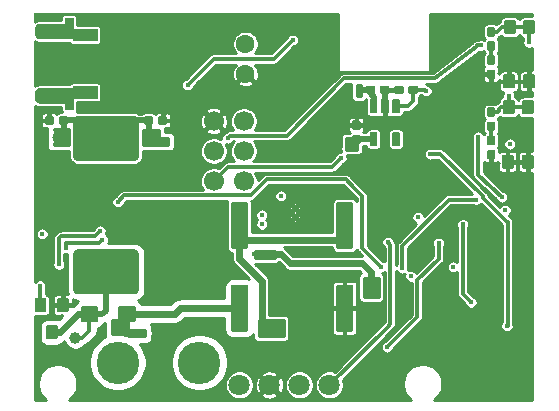
<source format=gbl>
G04 #@! TF.GenerationSoftware,KiCad,Pcbnew,(5.1.8)-1*
G04 #@! TF.CreationDate,2021-10-10T15:25:37+02:00*
G04 #@! TF.ProjectId,EMS_stimulator,454d535f-7374-4696-9d75-6c61746f722e,rev?*
G04 #@! TF.SameCoordinates,PX57bcf00PY4755b80*
G04 #@! TF.FileFunction,Copper,L4,Bot*
G04 #@! TF.FilePolarity,Positive*
%FSLAX46Y46*%
G04 Gerber Fmt 4.6, Leading zero omitted, Abs format (unit mm)*
G04 Created by KiCad (PCBNEW (5.1.8)-1) date 2021-10-10 15:25:37*
%MOMM*%
%LPD*%
G01*
G04 APERTURE LIST*
G04 #@! TA.AperFunction,ComponentPad*
%ADD10C,1.600000*%
G04 #@! TD*
G04 #@! TA.AperFunction,ComponentPad*
%ADD11C,0.400000*%
G04 #@! TD*
G04 #@! TA.AperFunction,SMDPad,CuDef*
%ADD12C,0.100000*%
G04 #@! TD*
G04 #@! TA.AperFunction,ComponentPad*
%ADD13O,2.400000X1.200000*%
G04 #@! TD*
G04 #@! TA.AperFunction,ComponentPad*
%ADD14O,1.460000X0.730000*%
G04 #@! TD*
G04 #@! TA.AperFunction,ComponentPad*
%ADD15C,1.700000*%
G04 #@! TD*
G04 #@! TA.AperFunction,ComponentPad*
%ADD16C,3.600000*%
G04 #@! TD*
G04 #@! TA.AperFunction,SMDPad,CuDef*
%ADD17C,1.000000*%
G04 #@! TD*
G04 #@! TA.AperFunction,ComponentPad*
%ADD18C,1.800000*%
G04 #@! TD*
G04 #@! TA.AperFunction,ViaPad*
%ADD19C,0.450000*%
G04 #@! TD*
G04 #@! TA.AperFunction,Conductor*
%ADD20C,0.304800*%
G04 #@! TD*
G04 #@! TA.AperFunction,Conductor*
%ADD21C,0.609600*%
G04 #@! TD*
G04 #@! TA.AperFunction,Conductor*
%ADD22C,0.508000*%
G04 #@! TD*
G04 #@! TA.AperFunction,Conductor*
%ADD23C,0.254000*%
G04 #@! TD*
G04 #@! TA.AperFunction,Conductor*
%ADD24C,0.100000*%
G04 #@! TD*
G04 APERTURE END LIST*
D10*
X18200000Y-2930000D03*
X18200000Y-5470000D03*
G04 #@! TA.AperFunction,SMDPad,CuDef*
G36*
G01*
X28400000Y-7045000D02*
X28400000Y-6555000D01*
G75*
G02*
X28505000Y-6450000I105000J0D01*
G01*
X29095000Y-6450000D01*
G75*
G02*
X29200000Y-6555000I0J-105000D01*
G01*
X29200000Y-7045000D01*
G75*
G02*
X29095000Y-7150000I-105000J0D01*
G01*
X28505000Y-7150000D01*
G75*
G02*
X28400000Y-7045000I0J105000D01*
G01*
G37*
G04 #@! TD.AperFunction*
G04 #@! TA.AperFunction,SMDPad,CuDef*
G36*
G01*
X29600000Y-7045000D02*
X29600000Y-6555000D01*
G75*
G02*
X29705000Y-6450000I105000J0D01*
G01*
X30295000Y-6450000D01*
G75*
G02*
X30400000Y-6555000I0J-105000D01*
G01*
X30400000Y-7045000D01*
G75*
G02*
X30295000Y-7150000I-105000J0D01*
G01*
X29705000Y-7150000D01*
G75*
G02*
X29600000Y-7045000I0J105000D01*
G01*
G37*
G04 #@! TD.AperFunction*
G04 #@! TA.AperFunction,SMDPad,CuDef*
G36*
G01*
X27845000Y-10200000D02*
X27355000Y-10200000D01*
G75*
G02*
X27250000Y-10095000I0J105000D01*
G01*
X27250000Y-9505000D01*
G75*
G02*
X27355000Y-9400000I105000J0D01*
G01*
X27845000Y-9400000D01*
G75*
G02*
X27950000Y-9505000I0J-105000D01*
G01*
X27950000Y-10095000D01*
G75*
G02*
X27845000Y-10200000I-105000J0D01*
G01*
G37*
G04 #@! TD.AperFunction*
G04 #@! TA.AperFunction,SMDPad,CuDef*
G36*
G01*
X27845000Y-11400000D02*
X27355000Y-11400000D01*
G75*
G02*
X27250000Y-11295000I0J105000D01*
G01*
X27250000Y-10705000D01*
G75*
G02*
X27355000Y-10600000I105000J0D01*
G01*
X27845000Y-10600000D01*
G75*
G02*
X27950000Y-10705000I0J-105000D01*
G01*
X27950000Y-11295000D01*
G75*
G02*
X27845000Y-11400000I-105000J0D01*
G01*
G37*
G04 #@! TD.AperFunction*
G04 #@! TA.AperFunction,SMDPad,CuDef*
G36*
G01*
X16950000Y-20150000D02*
X16950000Y-16450000D01*
G75*
G02*
X17100000Y-16300000I150000J0D01*
G01*
X18300000Y-16300000D01*
G75*
G02*
X18450000Y-16450000I0J-150000D01*
G01*
X18450000Y-20150000D01*
G75*
G02*
X18300000Y-20300000I-150000J0D01*
G01*
X17100000Y-20300000D01*
G75*
G02*
X16950000Y-20150000I0J150000D01*
G01*
G37*
G04 #@! TD.AperFunction*
G04 #@! TA.AperFunction,SMDPad,CuDef*
G36*
G01*
X16950000Y-27150000D02*
X16950000Y-23450000D01*
G75*
G02*
X17100000Y-23300000I150000J0D01*
G01*
X18300000Y-23300000D01*
G75*
G02*
X18450000Y-23450000I0J-150000D01*
G01*
X18450000Y-27150000D01*
G75*
G02*
X18300000Y-27300000I-150000J0D01*
G01*
X17100000Y-27300000D01*
G75*
G02*
X16950000Y-27150000I0J150000D01*
G01*
G37*
G04 #@! TD.AperFunction*
G04 #@! TA.AperFunction,SMDPad,CuDef*
G36*
G01*
X9600000Y-9645000D02*
X9600000Y-9155000D01*
G75*
G02*
X9705000Y-9050000I105000J0D01*
G01*
X10295000Y-9050000D01*
G75*
G02*
X10400000Y-9155000I0J-105000D01*
G01*
X10400000Y-9645000D01*
G75*
G02*
X10295000Y-9750000I-105000J0D01*
G01*
X9705000Y-9750000D01*
G75*
G02*
X9600000Y-9645000I0J105000D01*
G01*
G37*
G04 #@! TD.AperFunction*
G04 #@! TA.AperFunction,SMDPad,CuDef*
G36*
G01*
X10800000Y-9645000D02*
X10800000Y-9155000D01*
G75*
G02*
X10905000Y-9050000I105000J0D01*
G01*
X11495000Y-9050000D01*
G75*
G02*
X11600000Y-9155000I0J-105000D01*
G01*
X11600000Y-9645000D01*
G75*
G02*
X11495000Y-9750000I-105000J0D01*
G01*
X10905000Y-9750000D01*
G75*
G02*
X10800000Y-9645000I0J105000D01*
G01*
G37*
G04 #@! TD.AperFunction*
G04 #@! TA.AperFunction,SMDPad,CuDef*
G36*
G01*
X2000000Y-9155000D02*
X2000000Y-9645000D01*
G75*
G02*
X1895000Y-9750000I-105000J0D01*
G01*
X1305000Y-9750000D01*
G75*
G02*
X1200000Y-9645000I0J105000D01*
G01*
X1200000Y-9155000D01*
G75*
G02*
X1305000Y-9050000I105000J0D01*
G01*
X1895000Y-9050000D01*
G75*
G02*
X2000000Y-9155000I0J-105000D01*
G01*
G37*
G04 #@! TD.AperFunction*
G04 #@! TA.AperFunction,SMDPad,CuDef*
G36*
G01*
X3200000Y-9155000D02*
X3200000Y-9645000D01*
G75*
G02*
X3095000Y-9750000I-105000J0D01*
G01*
X2505000Y-9750000D01*
G75*
G02*
X2400000Y-9645000I0J105000D01*
G01*
X2400000Y-9155000D01*
G75*
G02*
X2505000Y-9050000I105000J0D01*
G01*
X3095000Y-9050000D01*
G75*
G02*
X3200000Y-9155000I0J-105000D01*
G01*
G37*
G04 #@! TD.AperFunction*
G04 #@! TA.AperFunction,SMDPad,CuDef*
G36*
G01*
X27350000Y-16450000D02*
X27350000Y-20150000D01*
G75*
G02*
X27200000Y-20300000I-150000J0D01*
G01*
X26000000Y-20300000D01*
G75*
G02*
X25850000Y-20150000I0J150000D01*
G01*
X25850000Y-16450000D01*
G75*
G02*
X26000000Y-16300000I150000J0D01*
G01*
X27200000Y-16300000D01*
G75*
G02*
X27350000Y-16450000I0J-150000D01*
G01*
G37*
G04 #@! TD.AperFunction*
G04 #@! TA.AperFunction,SMDPad,CuDef*
G36*
G01*
X27350000Y-23450000D02*
X27350000Y-27150000D01*
G75*
G02*
X27200000Y-27300000I-150000J0D01*
G01*
X26000000Y-27300000D01*
G75*
G02*
X25850000Y-27150000I0J150000D01*
G01*
X25850000Y-23450000D01*
G75*
G02*
X26000000Y-23300000I150000J0D01*
G01*
X27200000Y-23300000D01*
G75*
G02*
X27350000Y-23450000I0J-150000D01*
G01*
G37*
G04 #@! TD.AperFunction*
G04 #@! TA.AperFunction,SMDPad,CuDef*
G36*
G01*
X5750000Y-25240000D02*
X5750000Y-26360000D01*
G75*
G02*
X5610000Y-26500000I-140000J0D01*
G01*
X4390000Y-26500000D01*
G75*
G02*
X4250000Y-26360000I0J140000D01*
G01*
X4250000Y-25240000D01*
G75*
G02*
X4390000Y-25100000I140000J0D01*
G01*
X5610000Y-25100000D01*
G75*
G02*
X5750000Y-25240000I0J-140000D01*
G01*
G37*
G04 #@! TD.AperFunction*
G04 #@! TA.AperFunction,SMDPad,CuDef*
G36*
G01*
X8950000Y-25240000D02*
X8950000Y-26360000D01*
G75*
G02*
X8810000Y-26500000I-140000J0D01*
G01*
X7590000Y-26500000D01*
G75*
G02*
X7450000Y-26360000I0J140000D01*
G01*
X7450000Y-25240000D01*
G75*
G02*
X7590000Y-25100000I140000J0D01*
G01*
X8810000Y-25100000D01*
G75*
G02*
X8950000Y-25240000I0J-140000D01*
G01*
G37*
G04 #@! TD.AperFunction*
D11*
X22400000Y-17600000D03*
X22400000Y-16800000D03*
G04 #@! TA.AperFunction,SMDPad,CuDef*
G36*
G01*
X30625000Y-11535000D02*
X30625000Y-10465000D01*
G75*
G02*
X30690000Y-10400000I65000J0D01*
G01*
X31210000Y-10400000D01*
G75*
G02*
X31275000Y-10465000I0J-65000D01*
G01*
X31275000Y-11535000D01*
G75*
G02*
X31210000Y-11600000I-65000J0D01*
G01*
X30690000Y-11600000D01*
G75*
G02*
X30625000Y-11535000I0J65000D01*
G01*
G37*
G04 #@! TD.AperFunction*
G04 #@! TA.AperFunction,SMDPad,CuDef*
G36*
G01*
X28725000Y-11535000D02*
X28725000Y-10465000D01*
G75*
G02*
X28790000Y-10400000I65000J0D01*
G01*
X29310000Y-10400000D01*
G75*
G02*
X29375000Y-10465000I0J-65000D01*
G01*
X29375000Y-11535000D01*
G75*
G02*
X29310000Y-11600000I-65000J0D01*
G01*
X28790000Y-11600000D01*
G75*
G02*
X28725000Y-11535000I0J65000D01*
G01*
G37*
G04 #@! TD.AperFunction*
G04 #@! TA.AperFunction,SMDPad,CuDef*
G36*
G01*
X30625000Y-8735000D02*
X30625000Y-7665000D01*
G75*
G02*
X30690000Y-7600000I65000J0D01*
G01*
X31210000Y-7600000D01*
G75*
G02*
X31275000Y-7665000I0J-65000D01*
G01*
X31275000Y-8735000D01*
G75*
G02*
X31210000Y-8800000I-65000J0D01*
G01*
X30690000Y-8800000D01*
G75*
G02*
X30625000Y-8735000I0J65000D01*
G01*
G37*
G04 #@! TD.AperFunction*
G04 #@! TA.AperFunction,SMDPad,CuDef*
G36*
G01*
X29675000Y-8735000D02*
X29675000Y-7665000D01*
G75*
G02*
X29740000Y-7600000I65000J0D01*
G01*
X30260000Y-7600000D01*
G75*
G02*
X30325000Y-7665000I0J-65000D01*
G01*
X30325000Y-8735000D01*
G75*
G02*
X30260000Y-8800000I-65000J0D01*
G01*
X29740000Y-8800000D01*
G75*
G02*
X29675000Y-8735000I0J65000D01*
G01*
G37*
G04 #@! TD.AperFunction*
G04 #@! TA.AperFunction,SMDPad,CuDef*
G36*
G01*
X28725000Y-8735000D02*
X28725000Y-7665000D01*
G75*
G02*
X28790000Y-7600000I65000J0D01*
G01*
X29310000Y-7600000D01*
G75*
G02*
X29375000Y-7665000I0J-65000D01*
G01*
X29375000Y-8735000D01*
G75*
G02*
X29310000Y-8800000I-65000J0D01*
G01*
X28790000Y-8800000D01*
G75*
G02*
X28725000Y-8735000I0J65000D01*
G01*
G37*
G04 #@! TD.AperFunction*
G04 #@! TA.AperFunction,SMDPad,CuDef*
D12*
G36*
X3655000Y-7550000D02*
G01*
X3655000Y-8500000D01*
X3654904Y-8500975D01*
X3654619Y-8501913D01*
X3654157Y-8502778D01*
X3653536Y-8503536D01*
X3652778Y-8504157D01*
X3651913Y-8504619D01*
X3650975Y-8504904D01*
X3650000Y-8505000D01*
X2950000Y-8505000D01*
X2949025Y-8504904D01*
X2948087Y-8504619D01*
X2947222Y-8504157D01*
X2946464Y-8503536D01*
X2945843Y-8502778D01*
X2945381Y-8501913D01*
X2945096Y-8500975D01*
X2945000Y-8500000D01*
X2945000Y-7980000D01*
X800000Y-7980000D01*
X799762Y-7979994D01*
X757762Y-7977994D01*
X757293Y-7977950D01*
X736293Y-7974950D01*
X736019Y-7974903D01*
X716019Y-7970903D01*
X715842Y-7970864D01*
X694842Y-7965864D01*
X694563Y-7965789D01*
X674563Y-7959789D01*
X674271Y-7959692D01*
X655271Y-7952692D01*
X655143Y-7952642D01*
X635143Y-7944642D01*
X634860Y-7944519D01*
X615860Y-7935519D01*
X615572Y-7935371D01*
X597572Y-7925371D01*
X597393Y-7925266D01*
X579393Y-7914266D01*
X579284Y-7914198D01*
X562284Y-7903198D01*
X561963Y-7902972D01*
X544963Y-7889972D01*
X544707Y-7889763D01*
X528707Y-7875763D01*
X528588Y-7875655D01*
X513588Y-7861655D01*
X513345Y-7861412D01*
X499345Y-7846412D01*
X499237Y-7846293D01*
X485237Y-7830293D01*
X485028Y-7830037D01*
X472028Y-7813037D01*
X471802Y-7812716D01*
X460802Y-7795716D01*
X460734Y-7795607D01*
X449734Y-7777607D01*
X449629Y-7777428D01*
X439629Y-7759428D01*
X439481Y-7759140D01*
X430481Y-7740140D01*
X430358Y-7739857D01*
X422358Y-7719857D01*
X422308Y-7719729D01*
X415308Y-7700729D01*
X415211Y-7700437D01*
X409211Y-7680437D01*
X409136Y-7680158D01*
X404136Y-7659158D01*
X404097Y-7658981D01*
X400097Y-7638981D01*
X400050Y-7638707D01*
X397050Y-7617707D01*
X397006Y-7617238D01*
X395006Y-7575238D01*
X395000Y-7575000D01*
X395000Y-7075000D01*
X395006Y-7074762D01*
X397006Y-7032762D01*
X397050Y-7032293D01*
X400050Y-7011293D01*
X400097Y-7011019D01*
X404097Y-6991019D01*
X404136Y-6990842D01*
X409136Y-6969842D01*
X409211Y-6969563D01*
X415211Y-6949563D01*
X415308Y-6949271D01*
X422308Y-6930271D01*
X422358Y-6930143D01*
X430358Y-6910143D01*
X430481Y-6909860D01*
X439481Y-6890860D01*
X439629Y-6890572D01*
X449629Y-6872572D01*
X449734Y-6872393D01*
X460734Y-6854393D01*
X460802Y-6854284D01*
X471802Y-6837284D01*
X472028Y-6836963D01*
X485028Y-6819963D01*
X485237Y-6819707D01*
X499237Y-6803707D01*
X499345Y-6803588D01*
X513345Y-6788588D01*
X513588Y-6788345D01*
X528588Y-6774345D01*
X528707Y-6774237D01*
X544707Y-6760237D01*
X544963Y-6760028D01*
X561963Y-6747028D01*
X562284Y-6746802D01*
X579284Y-6735802D01*
X579393Y-6735734D01*
X597393Y-6724734D01*
X597572Y-6724629D01*
X615572Y-6714629D01*
X615860Y-6714481D01*
X634860Y-6705481D01*
X635143Y-6705358D01*
X655143Y-6697358D01*
X655271Y-6697308D01*
X674271Y-6690308D01*
X674563Y-6690211D01*
X694563Y-6684211D01*
X694842Y-6684136D01*
X715842Y-6679136D01*
X716019Y-6679097D01*
X736019Y-6675097D01*
X736293Y-6675050D01*
X757293Y-6672050D01*
X757762Y-6672006D01*
X799762Y-6670006D01*
X800000Y-6670000D01*
X3580000Y-6670000D01*
X3580000Y-6500000D01*
X5680000Y-6500000D01*
X5680000Y-7550000D01*
X3655000Y-7550000D01*
G37*
G04 #@! TD.AperFunction*
G04 #@! TA.AperFunction,SMDPad,CuDef*
G36*
X3580000Y-2700000D02*
G01*
X3580000Y-2530000D01*
X800000Y-2530000D01*
X799762Y-2529994D01*
X757762Y-2527994D01*
X757293Y-2527950D01*
X736293Y-2524950D01*
X736019Y-2524903D01*
X716019Y-2520903D01*
X715842Y-2520864D01*
X694842Y-2515864D01*
X694563Y-2515789D01*
X674563Y-2509789D01*
X674271Y-2509692D01*
X655271Y-2502692D01*
X655143Y-2502642D01*
X635143Y-2494642D01*
X634860Y-2494519D01*
X615860Y-2485519D01*
X615572Y-2485371D01*
X597572Y-2475371D01*
X597393Y-2475266D01*
X579393Y-2464266D01*
X579284Y-2464198D01*
X562284Y-2453198D01*
X561963Y-2452972D01*
X544963Y-2439972D01*
X544707Y-2439763D01*
X528707Y-2425763D01*
X528588Y-2425655D01*
X513588Y-2411655D01*
X513345Y-2411412D01*
X499345Y-2396412D01*
X499237Y-2396293D01*
X485237Y-2380293D01*
X485028Y-2380037D01*
X472028Y-2363037D01*
X471802Y-2362716D01*
X460802Y-2345716D01*
X460734Y-2345607D01*
X449734Y-2327607D01*
X449629Y-2327428D01*
X439629Y-2309428D01*
X439481Y-2309140D01*
X430481Y-2290140D01*
X430358Y-2289857D01*
X422358Y-2269857D01*
X422308Y-2269729D01*
X415308Y-2250729D01*
X415211Y-2250437D01*
X409211Y-2230437D01*
X409136Y-2230158D01*
X404136Y-2209158D01*
X404097Y-2208981D01*
X400097Y-2188981D01*
X400050Y-2188707D01*
X397050Y-2167707D01*
X397006Y-2167238D01*
X395006Y-2125238D01*
X395000Y-2125000D01*
X395000Y-1625000D01*
X395006Y-1624762D01*
X397006Y-1582762D01*
X397050Y-1582293D01*
X400050Y-1561293D01*
X400097Y-1561019D01*
X404097Y-1541019D01*
X404136Y-1540842D01*
X409136Y-1519842D01*
X409211Y-1519563D01*
X415211Y-1499563D01*
X415308Y-1499271D01*
X422308Y-1480271D01*
X422358Y-1480143D01*
X430358Y-1460143D01*
X430481Y-1459860D01*
X439481Y-1440860D01*
X439629Y-1440572D01*
X449629Y-1422572D01*
X449734Y-1422393D01*
X460734Y-1404393D01*
X460802Y-1404284D01*
X471802Y-1387284D01*
X472028Y-1386963D01*
X485028Y-1369963D01*
X485237Y-1369707D01*
X499237Y-1353707D01*
X499345Y-1353588D01*
X513345Y-1338588D01*
X513588Y-1338345D01*
X528588Y-1324345D01*
X528707Y-1324237D01*
X544707Y-1310237D01*
X544963Y-1310028D01*
X561963Y-1297028D01*
X562284Y-1296802D01*
X579284Y-1285802D01*
X579393Y-1285734D01*
X597393Y-1274734D01*
X597572Y-1274629D01*
X615572Y-1264629D01*
X615860Y-1264481D01*
X634860Y-1255481D01*
X635143Y-1255358D01*
X655143Y-1247358D01*
X655271Y-1247308D01*
X674271Y-1240308D01*
X674563Y-1240211D01*
X694563Y-1234211D01*
X694842Y-1234136D01*
X715842Y-1229136D01*
X716019Y-1229097D01*
X736019Y-1225097D01*
X736293Y-1225050D01*
X757293Y-1222050D01*
X757762Y-1222006D01*
X799762Y-1220006D01*
X800000Y-1220000D01*
X2945000Y-1220000D01*
X2945000Y-700000D01*
X2945096Y-699025D01*
X2945381Y-698087D01*
X2945843Y-697222D01*
X2946464Y-696464D01*
X2947222Y-695843D01*
X2948087Y-695381D01*
X2949025Y-695096D01*
X2950000Y-695000D01*
X3650000Y-695000D01*
X3650975Y-695096D01*
X3651913Y-695381D01*
X3652778Y-695843D01*
X3653536Y-696464D01*
X3654157Y-697222D01*
X3654619Y-698087D01*
X3654904Y-699025D01*
X3655000Y-700000D01*
X3655000Y-1650000D01*
X5680000Y-1650000D01*
X5680000Y-2700000D01*
X3580000Y-2700000D01*
G37*
G04 #@! TD.AperFunction*
D13*
X1600000Y-7325000D03*
X1600000Y-1875000D03*
D14*
X4630000Y-7025000D03*
X4630000Y-2175000D03*
G04 #@! TA.AperFunction,SMDPad,CuDef*
G36*
G01*
X8820000Y-12830000D02*
X3980000Y-12830000D01*
G75*
G02*
X3600000Y-12450000I0J380000D01*
G01*
X3600000Y-9410000D01*
G75*
G02*
X3980000Y-9030000I380000J0D01*
G01*
X8820000Y-9030000D01*
G75*
G02*
X9200000Y-9410000I0J-380000D01*
G01*
X9200000Y-12450000D01*
G75*
G02*
X8820000Y-12830000I-380000J0D01*
G01*
G37*
G04 #@! TD.AperFunction*
G04 #@! TA.AperFunction,SMDPad,CuDef*
G36*
G01*
X8820000Y-24130000D02*
X3980000Y-24130000D01*
G75*
G02*
X3600000Y-23750000I0J380000D01*
G01*
X3600000Y-20710000D01*
G75*
G02*
X3980000Y-20330000I380000J0D01*
G01*
X8820000Y-20330000D01*
G75*
G02*
X9200000Y-20710000I0J-380000D01*
G01*
X9200000Y-23750000D01*
G75*
G02*
X8820000Y-24130000I-380000J0D01*
G01*
G37*
G04 #@! TD.AperFunction*
D15*
X18070000Y-9460000D03*
X15530000Y-9460000D03*
X18070000Y-12000000D03*
X15530000Y-12000000D03*
X18070000Y-14540000D03*
X15530000Y-14540000D03*
D16*
X7400000Y-29900000D03*
X14300000Y-29900000D03*
G04 #@! TA.AperFunction,SMDPad,CuDef*
G36*
G01*
X1300000Y-27850000D02*
X1300000Y-26850000D01*
G75*
G02*
X1400000Y-26750000I100000J0D01*
G01*
X2200000Y-26750000D01*
G75*
G02*
X2300000Y-26850000I0J-100000D01*
G01*
X2300000Y-27850000D01*
G75*
G02*
X2200000Y-27950000I-100000J0D01*
G01*
X1400000Y-27950000D01*
G75*
G02*
X1300000Y-27850000I0J100000D01*
G01*
G37*
G04 #@! TD.AperFunction*
G04 #@! TA.AperFunction,SMDPad,CuDef*
G36*
G01*
X2250000Y-25550000D02*
X2250000Y-24550000D01*
G75*
G02*
X2350000Y-24450000I100000J0D01*
G01*
X3150000Y-24450000D01*
G75*
G02*
X3250000Y-24550000I0J-100000D01*
G01*
X3250000Y-25550000D01*
G75*
G02*
X3150000Y-25650000I-100000J0D01*
G01*
X2350000Y-25650000D01*
G75*
G02*
X2250000Y-25550000I0J100000D01*
G01*
G37*
G04 #@! TD.AperFunction*
G04 #@! TA.AperFunction,SMDPad,CuDef*
G36*
G01*
X350000Y-25550000D02*
X350000Y-24550000D01*
G75*
G02*
X450000Y-24450000I100000J0D01*
G01*
X1250000Y-24450000D01*
G75*
G02*
X1350000Y-24550000I0J-100000D01*
G01*
X1350000Y-25550000D01*
G75*
G02*
X1250000Y-25650000I-100000J0D01*
G01*
X450000Y-25650000D01*
G75*
G02*
X350000Y-25550000I0J100000D01*
G01*
G37*
G04 #@! TD.AperFunction*
G04 #@! TA.AperFunction,SMDPad,CuDef*
G36*
G01*
X30800000Y-7045000D02*
X30800000Y-6555000D01*
G75*
G02*
X30905000Y-6450000I105000J0D01*
G01*
X31495000Y-6450000D01*
G75*
G02*
X31600000Y-6555000I0J-105000D01*
G01*
X31600000Y-7045000D01*
G75*
G02*
X31495000Y-7150000I-105000J0D01*
G01*
X30905000Y-7150000D01*
G75*
G02*
X30800000Y-7045000I0J105000D01*
G01*
G37*
G04 #@! TD.AperFunction*
G04 #@! TA.AperFunction,SMDPad,CuDef*
G36*
G01*
X32000000Y-7045000D02*
X32000000Y-6555000D01*
G75*
G02*
X32105000Y-6450000I105000J0D01*
G01*
X32695000Y-6450000D01*
G75*
G02*
X32800000Y-6555000I0J-105000D01*
G01*
X32800000Y-7045000D01*
G75*
G02*
X32695000Y-7150000I-105000J0D01*
G01*
X32105000Y-7150000D01*
G75*
G02*
X32000000Y-7045000I0J105000D01*
G01*
G37*
G04 #@! TD.AperFunction*
D17*
X3800000Y-27800000D03*
G04 #@! TA.AperFunction,SMDPad,CuDef*
G36*
G01*
X39245000Y-4700000D02*
X38755000Y-4700000D01*
G75*
G02*
X38650000Y-4595000I0J105000D01*
G01*
X38650000Y-4005000D01*
G75*
G02*
X38755000Y-3900000I105000J0D01*
G01*
X39245000Y-3900000D01*
G75*
G02*
X39350000Y-4005000I0J-105000D01*
G01*
X39350000Y-4595000D01*
G75*
G02*
X39245000Y-4700000I-105000J0D01*
G01*
G37*
G04 #@! TD.AperFunction*
G04 #@! TA.AperFunction,SMDPad,CuDef*
G36*
G01*
X39245000Y-5900000D02*
X38755000Y-5900000D01*
G75*
G02*
X38650000Y-5795000I0J105000D01*
G01*
X38650000Y-5205000D01*
G75*
G02*
X38755000Y-5100000I105000J0D01*
G01*
X39245000Y-5100000D01*
G75*
G02*
X39350000Y-5205000I0J-105000D01*
G01*
X39350000Y-5795000D01*
G75*
G02*
X39245000Y-5900000I-105000J0D01*
G01*
G37*
G04 #@! TD.AperFunction*
G04 #@! TA.AperFunction,SMDPad,CuDef*
G36*
G01*
X39245000Y-12700000D02*
X38755000Y-12700000D01*
G75*
G02*
X38650000Y-12595000I0J105000D01*
G01*
X38650000Y-12005000D01*
G75*
G02*
X38755000Y-11900000I105000J0D01*
G01*
X39245000Y-11900000D01*
G75*
G02*
X39350000Y-12005000I0J-105000D01*
G01*
X39350000Y-12595000D01*
G75*
G02*
X39245000Y-12700000I-105000J0D01*
G01*
G37*
G04 #@! TD.AperFunction*
G04 #@! TA.AperFunction,SMDPad,CuDef*
G36*
G01*
X39245000Y-11500000D02*
X38755000Y-11500000D01*
G75*
G02*
X38650000Y-11395000I0J105000D01*
G01*
X38650000Y-10805000D01*
G75*
G02*
X38755000Y-10700000I105000J0D01*
G01*
X39245000Y-10700000D01*
G75*
G02*
X39350000Y-10805000I0J-105000D01*
G01*
X39350000Y-11395000D01*
G75*
G02*
X39245000Y-11500000I-105000J0D01*
G01*
G37*
G04 #@! TD.AperFunction*
D18*
X17690000Y-31800000D03*
X20230000Y-31800000D03*
X22770000Y-31800000D03*
X25310000Y-31800000D03*
G04 #@! TA.AperFunction,SMDPad,CuDef*
G36*
G01*
X39245000Y-3500000D02*
X38755000Y-3500000D01*
G75*
G02*
X38650000Y-3395000I0J105000D01*
G01*
X38650000Y-2805000D01*
G75*
G02*
X38755000Y-2700000I105000J0D01*
G01*
X39245000Y-2700000D01*
G75*
G02*
X39350000Y-2805000I0J-105000D01*
G01*
X39350000Y-3395000D01*
G75*
G02*
X39245000Y-3500000I-105000J0D01*
G01*
G37*
G04 #@! TD.AperFunction*
G04 #@! TA.AperFunction,SMDPad,CuDef*
G36*
G01*
X39245000Y-2300000D02*
X38755000Y-2300000D01*
G75*
G02*
X38650000Y-2195000I0J105000D01*
G01*
X38650000Y-1605000D01*
G75*
G02*
X38755000Y-1500000I105000J0D01*
G01*
X39245000Y-1500000D01*
G75*
G02*
X39350000Y-1605000I0J-105000D01*
G01*
X39350000Y-2195000D01*
G75*
G02*
X39245000Y-2300000I-105000J0D01*
G01*
G37*
G04 #@! TD.AperFunction*
G04 #@! TA.AperFunction,SMDPad,CuDef*
G36*
G01*
X39245000Y-9100000D02*
X38755000Y-9100000D01*
G75*
G02*
X38650000Y-8995000I0J105000D01*
G01*
X38650000Y-8405000D01*
G75*
G02*
X38755000Y-8300000I105000J0D01*
G01*
X39245000Y-8300000D01*
G75*
G02*
X39350000Y-8405000I0J-105000D01*
G01*
X39350000Y-8995000D01*
G75*
G02*
X39245000Y-9100000I-105000J0D01*
G01*
G37*
G04 #@! TD.AperFunction*
G04 #@! TA.AperFunction,SMDPad,CuDef*
G36*
G01*
X39245000Y-10300000D02*
X38755000Y-10300000D01*
G75*
G02*
X38650000Y-10195000I0J105000D01*
G01*
X38650000Y-9605000D01*
G75*
G02*
X38755000Y-9500000I105000J0D01*
G01*
X39245000Y-9500000D01*
G75*
G02*
X39350000Y-9605000I0J-105000D01*
G01*
X39350000Y-10195000D01*
G75*
G02*
X39245000Y-10300000I-105000J0D01*
G01*
G37*
G04 #@! TD.AperFunction*
G04 #@! TA.AperFunction,SMDPad,CuDef*
G36*
G01*
X40200000Y-900000D02*
X41000000Y-900000D01*
G75*
G02*
X41100000Y-1000000I0J-100000D01*
G01*
X41100000Y-2000000D01*
G75*
G02*
X41000000Y-2100000I-100000J0D01*
G01*
X40200000Y-2100000D01*
G75*
G02*
X40100000Y-2000000I0J100000D01*
G01*
X40100000Y-1000000D01*
G75*
G02*
X40200000Y-900000I100000J0D01*
G01*
G37*
G04 #@! TD.AperFunction*
G04 #@! TA.AperFunction,SMDPad,CuDef*
G36*
G01*
X41800000Y-900000D02*
X42600000Y-900000D01*
G75*
G02*
X42700000Y-1000000I0J-100000D01*
G01*
X42700000Y-2000000D01*
G75*
G02*
X42600000Y-2100000I-100000J0D01*
G01*
X41800000Y-2100000D01*
G75*
G02*
X41700000Y-2000000I0J100000D01*
G01*
X41700000Y-1000000D01*
G75*
G02*
X41800000Y-900000I100000J0D01*
G01*
G37*
G04 #@! TD.AperFunction*
G04 #@! TA.AperFunction,SMDPad,CuDef*
G36*
G01*
X40100000Y-5500000D02*
X40900000Y-5500000D01*
G75*
G02*
X41000000Y-5600000I0J-100000D01*
G01*
X41000000Y-6600000D01*
G75*
G02*
X40900000Y-6700000I-100000J0D01*
G01*
X40100000Y-6700000D01*
G75*
G02*
X40000000Y-6600000I0J100000D01*
G01*
X40000000Y-5600000D01*
G75*
G02*
X40100000Y-5500000I100000J0D01*
G01*
G37*
G04 #@! TD.AperFunction*
G04 #@! TA.AperFunction,SMDPad,CuDef*
G36*
G01*
X41800000Y-5500000D02*
X42600000Y-5500000D01*
G75*
G02*
X42700000Y-5600000I0J-100000D01*
G01*
X42700000Y-6600000D01*
G75*
G02*
X42600000Y-6700000I-100000J0D01*
G01*
X41800000Y-6700000D01*
G75*
G02*
X41700000Y-6600000I0J100000D01*
G01*
X41700000Y-5600000D01*
G75*
G02*
X41800000Y-5500000I100000J0D01*
G01*
G37*
G04 #@! TD.AperFunction*
G04 #@! TA.AperFunction,SMDPad,CuDef*
G36*
G01*
X41700000Y-12300000D02*
X42500000Y-12300000D01*
G75*
G02*
X42600000Y-12400000I0J-100000D01*
G01*
X42600000Y-13400000D01*
G75*
G02*
X42500000Y-13500000I-100000J0D01*
G01*
X41700000Y-13500000D01*
G75*
G02*
X41600000Y-13400000I0J100000D01*
G01*
X41600000Y-12400000D01*
G75*
G02*
X41700000Y-12300000I100000J0D01*
G01*
G37*
G04 #@! TD.AperFunction*
G04 #@! TA.AperFunction,SMDPad,CuDef*
G36*
G01*
X40000000Y-12300000D02*
X40800000Y-12300000D01*
G75*
G02*
X40900000Y-12400000I0J-100000D01*
G01*
X40900000Y-13400000D01*
G75*
G02*
X40800000Y-13500000I-100000J0D01*
G01*
X40000000Y-13500000D01*
G75*
G02*
X39900000Y-13400000I0J100000D01*
G01*
X39900000Y-12400000D01*
G75*
G02*
X40000000Y-12300000I100000J0D01*
G01*
G37*
G04 #@! TD.AperFunction*
G04 #@! TA.AperFunction,SMDPad,CuDef*
G36*
G01*
X41700000Y-7700000D02*
X42500000Y-7700000D01*
G75*
G02*
X42600000Y-7800000I0J-100000D01*
G01*
X42600000Y-8800000D01*
G75*
G02*
X42500000Y-8900000I-100000J0D01*
G01*
X41700000Y-8900000D01*
G75*
G02*
X41600000Y-8800000I0J100000D01*
G01*
X41600000Y-7800000D01*
G75*
G02*
X41700000Y-7700000I100000J0D01*
G01*
G37*
G04 #@! TD.AperFunction*
G04 #@! TA.AperFunction,SMDPad,CuDef*
G36*
G01*
X40100000Y-7700000D02*
X40900000Y-7700000D01*
G75*
G02*
X41000000Y-7800000I0J-100000D01*
G01*
X41000000Y-8800000D01*
G75*
G02*
X40900000Y-8900000I-100000J0D01*
G01*
X40100000Y-8900000D01*
G75*
G02*
X40000000Y-8800000I0J100000D01*
G01*
X40000000Y-7800000D01*
G75*
G02*
X40100000Y-7700000I100000J0D01*
G01*
G37*
G04 #@! TD.AperFunction*
D19*
X16700000Y-10900000D03*
X38150000Y-3050000D03*
X19600000Y-27400000D03*
X21200000Y-27400000D03*
X19600000Y-26650000D03*
X20400000Y-27400000D03*
X20400000Y-26650000D03*
X9600000Y-27400000D03*
X8800000Y-27400000D03*
X8000000Y-27400000D03*
X8000000Y-26650000D03*
X7200000Y-26600000D03*
X7200000Y-27350000D03*
X37300000Y-24800000D03*
X36600000Y-18200000D03*
X22200000Y-2600000D03*
X13300000Y-6400000D03*
X33500000Y-6900000D03*
X34550000Y-19800000D03*
X30200000Y-28600000D03*
X30250000Y-19700000D03*
X37700000Y-16100000D03*
X31450000Y-21900000D03*
X29700000Y-21800000D03*
X7400000Y-16300000D03*
X28400000Y-24200000D03*
X29300000Y-24200000D03*
X28400000Y-23200000D03*
X29300000Y-23200000D03*
X18900000Y-20700000D03*
X20500000Y-20700000D03*
X19700000Y-20700000D03*
X37900000Y-10800000D03*
X39917554Y-15900000D03*
X6100000Y-19500000D03*
X3000000Y-20200000D03*
X800000Y-23400000D03*
X5900000Y-18750000D03*
X2400000Y-21600000D03*
X33850000Y-12250000D03*
X40350000Y-26800000D03*
X27800000Y-6500000D03*
X27800000Y-7300000D03*
X2200000Y-11200000D03*
X3000000Y-11200000D03*
X3000000Y-10400000D03*
X2200000Y-10400000D03*
X9800000Y-10400000D03*
X10600000Y-10400000D03*
X9800000Y-11200000D03*
X10600000Y-11200000D03*
X11400000Y-11200000D03*
X19600000Y-18200000D03*
X19600000Y-17400000D03*
X21200000Y-15800000D03*
X42300000Y-12500000D03*
X42300000Y-6500000D03*
X21800000Y-1000000D03*
X19800000Y-1000000D03*
X40000000Y-500000D03*
X39200000Y-500000D03*
X38400000Y-500000D03*
X1400000Y-11200000D03*
X1400000Y-10400000D03*
X600000Y-10400000D03*
X600000Y-11200000D03*
X600000Y-9600000D03*
X12100000Y-10300000D03*
X12100000Y-9600000D03*
X12200000Y-8800000D03*
X11400000Y-8800000D03*
X35800000Y-20600000D03*
X37400000Y-17000000D03*
X19600000Y-16600000D03*
X19600000Y-15800000D03*
X20400000Y-15800000D03*
X24400000Y-15800000D03*
X25200000Y-15800000D03*
X25200000Y-16600000D03*
X27600000Y-9000000D03*
X26800000Y-9000000D03*
X26800000Y-9800000D03*
X26800000Y-8200000D03*
X39800000Y-11400000D03*
X31400000Y-22600000D03*
X23000000Y-20600000D03*
X23800000Y-20600000D03*
X500000Y-12000000D03*
X500000Y-14000000D03*
X500000Y-16000000D03*
X500000Y-18000000D03*
X500000Y-20000000D03*
X500000Y-22000000D03*
X500000Y-26090000D03*
X500000Y-28000000D03*
X500000Y-30000000D03*
X500000Y-32000000D03*
X500000Y-500000D03*
X2500000Y-500000D03*
X4500000Y-500000D03*
X6500000Y-500000D03*
X8500000Y-500000D03*
X10500000Y-500000D03*
X12500000Y-500000D03*
X14500000Y-500000D03*
X16500000Y-500000D03*
X18500000Y-500000D03*
X20500000Y-500000D03*
X42300000Y-450000D03*
X42300000Y-4500000D03*
X42300000Y-10500000D03*
X42300000Y-14500000D03*
X42300000Y-16500000D03*
X42300000Y-18500000D03*
X42300000Y-20500000D03*
X42300000Y-22500000D03*
X42300000Y-24500000D03*
X42300000Y-26500000D03*
X42300000Y-28500000D03*
X42300000Y-30500000D03*
X42300000Y-32500000D03*
X40300000Y-32800000D03*
X38300000Y-32800000D03*
X36300000Y-32800000D03*
X30300000Y-32800000D03*
X28300000Y-32800000D03*
X26300000Y-32800000D03*
X24300000Y-32800000D03*
X16300000Y-32800000D03*
X14300000Y-32800000D03*
X12300000Y-32800000D03*
X10300000Y-32800000D03*
X8300000Y-32800000D03*
X6300000Y-32800000D03*
X4300000Y-32800000D03*
X2300000Y-28800000D03*
X4300000Y-28900000D03*
X4300000Y-30800000D03*
X2300000Y-16800000D03*
X2300000Y-14800000D03*
X2300000Y-12800000D03*
X4300000Y-14800000D03*
X4300000Y-16800000D03*
X6300000Y-14800000D03*
X8300000Y-14800000D03*
X12300000Y-14800000D03*
X12300000Y-16800000D03*
X12300000Y-18800000D03*
X10300000Y-18800000D03*
X10300000Y-16800000D03*
X14300000Y-16800000D03*
X16300000Y-16800000D03*
X16300000Y-20800000D03*
X8300000Y-18800000D03*
X12300000Y-2800000D03*
X14300000Y-2800000D03*
X32300000Y-10800000D03*
X32300000Y-8800000D03*
X30300000Y-30800000D03*
X36300000Y-30800000D03*
X3300000Y-29800000D03*
X1300000Y-29800000D03*
X3300000Y-15800000D03*
X3300000Y-13800000D03*
X5300000Y-13800000D03*
X5300000Y-15800000D03*
X7300000Y-13800000D03*
X9300000Y-13800000D03*
X1300000Y-15800000D03*
X1300000Y-13800000D03*
X1300000Y-17800000D03*
X9300000Y-1800000D03*
X11300000Y-1800000D03*
X13300000Y-1800000D03*
X15300000Y-1800000D03*
X10300000Y-2700000D03*
X8300000Y-4800000D03*
X7300000Y-5800000D03*
X6300000Y-4800000D03*
X9300000Y-7800000D03*
X9270000Y-8690000D03*
X6300000Y-7800000D03*
X13300000Y-17800000D03*
X11300000Y-17800000D03*
X15300000Y-17800000D03*
X9300000Y-17800000D03*
X9300000Y-19800000D03*
X11300000Y-19800000D03*
X13300000Y-13800000D03*
X14300000Y-10800000D03*
X33300000Y-9800000D03*
X31300000Y-9800000D03*
X29300000Y-9800000D03*
X3700000Y-24900000D03*
X1800000Y-26100000D03*
X16300000Y-23800000D03*
X17300000Y-22600000D03*
X16300000Y-26800000D03*
X13300000Y-26800000D03*
X28900000Y-27300000D03*
X31400000Y-29400000D03*
X32500000Y-29400000D03*
X31900000Y-28200000D03*
X34800000Y-29400000D03*
X24800000Y-27400000D03*
X24600000Y-28400000D03*
X24600000Y-29500000D03*
X25200000Y-26600000D03*
X23900000Y-27300000D03*
X23500000Y-29800000D03*
X22400000Y-29800000D03*
X21300000Y-29500000D03*
X20300000Y-29500000D03*
X14300000Y-20800000D03*
X15300000Y-21800000D03*
X10300000Y-29900000D03*
X33150000Y-11800000D03*
X11400000Y-8000000D03*
X12200000Y-8000000D03*
X8300000Y-6600000D03*
X6300000Y-6700000D03*
X29300000Y-12400000D03*
X31300000Y-12400000D03*
X1500000Y-22000000D03*
X1500000Y-21000000D03*
X500000Y-21000000D03*
X26300000Y-12600000D03*
X26800000Y-11800000D03*
X27600000Y-11800000D03*
X1000000Y-19000000D03*
X35800000Y-21800000D03*
X40200000Y-17000000D03*
X32800000Y-17600000D03*
X40600000Y-11400000D03*
X32200000Y-22600000D03*
X42200000Y-2800000D03*
X40500000Y-7300000D03*
D20*
X16899999Y-10700001D02*
X16700000Y-10900000D01*
X21699999Y-10700001D02*
X16899999Y-10700001D01*
X26547590Y-5852410D02*
X21699999Y-10700001D01*
X37700000Y-3200000D02*
X34245974Y-5852410D01*
X26547590Y-5852410D02*
X34245974Y-5852410D01*
X37850000Y-3050000D02*
X37700000Y-3200000D01*
X38150000Y-3050000D02*
X37850000Y-3050000D01*
D21*
X26595199Y-18304801D02*
X26600000Y-18300000D01*
X20500000Y-26500000D02*
X20400000Y-26600000D01*
X17700000Y-18900000D02*
X17700000Y-18300000D01*
X18300000Y-19500000D02*
X17700000Y-18900000D01*
X26200000Y-19500000D02*
X18300000Y-19500000D01*
X26600000Y-19100000D02*
X26200000Y-19500000D01*
X26600000Y-18300000D02*
X26600000Y-19100000D01*
X19600000Y-23000000D02*
X17700000Y-21100000D01*
X19600000Y-26600000D02*
X19600000Y-23000000D01*
X17700000Y-21100000D02*
X17700000Y-18300000D01*
X8200000Y-25800000D02*
X12200000Y-25800000D01*
X12700000Y-25300000D02*
X17700000Y-25300000D01*
X12200000Y-25800000D02*
X12700000Y-25300000D01*
D20*
X8000000Y-26000000D02*
X8200000Y-25800000D01*
X8000000Y-26600000D02*
X8000000Y-26000000D01*
X37300000Y-24800000D02*
X36800000Y-24300000D01*
X36800000Y-24300000D02*
X36600000Y-24100000D01*
X36600000Y-24100000D02*
X36600000Y-18200000D01*
D22*
X6400000Y-22230000D02*
X6400000Y-25500000D01*
X6100000Y-25800000D02*
X5000000Y-25800000D01*
X6400000Y-25500000D02*
X6100000Y-25800000D01*
D20*
X5000000Y-27200000D02*
X5000000Y-25800000D01*
X4400000Y-27800000D02*
X5000000Y-27200000D01*
X3800000Y-27800000D02*
X4400000Y-27800000D01*
D21*
X5000000Y-25800000D02*
X4038176Y-25800000D01*
X2488176Y-27350000D02*
X1800000Y-27350000D01*
X4038176Y-25800000D02*
X2488176Y-27350000D01*
D20*
X15500000Y-4200000D02*
X20600000Y-4200000D01*
X13300000Y-6400000D02*
X15500000Y-4200000D01*
X20600000Y-4200000D02*
X22200000Y-2600000D01*
X33400000Y-6800000D02*
X33500000Y-6900000D01*
X32400000Y-6800000D02*
X33400000Y-6800000D01*
X32400000Y-6800000D02*
X32400000Y-7800000D01*
X32000000Y-8200000D02*
X30950000Y-8200000D01*
X32400000Y-7800000D02*
X32000000Y-8200000D01*
X32752401Y-22902153D02*
X32752401Y-26047599D01*
X32752401Y-26047599D02*
X30200000Y-28600000D01*
X34550000Y-21104554D02*
X32752401Y-22902153D01*
X34550000Y-19800000D02*
X34550000Y-21104554D01*
X30252401Y-26857599D02*
X25310000Y-31800000D01*
X30474999Y-26635001D02*
X30252401Y-26857599D01*
X30474999Y-19924999D02*
X30474999Y-26635001D01*
X30250000Y-19700000D02*
X30474999Y-19924999D01*
X35400000Y-16100000D02*
X37700000Y-16100000D01*
X31485998Y-20014002D02*
X35400000Y-16100000D01*
X31485998Y-21867210D02*
X31485998Y-20014002D01*
X29700000Y-21800000D02*
X28100000Y-20200000D01*
X28100000Y-20200000D02*
X28100000Y-16639484D01*
X28100000Y-16639484D02*
X28100000Y-16100000D01*
X28100000Y-16100000D02*
X28100000Y-15800000D01*
X28100000Y-15800000D02*
X27417153Y-15117153D01*
X27417153Y-15117153D02*
X26700000Y-14400000D01*
X7957599Y-15742401D02*
X7400000Y-16300000D01*
X19989554Y-14400000D02*
X18647153Y-15742401D01*
X18647153Y-15742401D02*
X7957599Y-15742401D01*
X26700000Y-14400000D02*
X19989554Y-14400000D01*
D21*
X20000000Y-20700000D02*
X21200000Y-20700000D01*
X21200000Y-20700000D02*
X22000000Y-21500000D01*
X22000000Y-21500000D02*
X27300000Y-21500000D01*
X27300000Y-21500000D02*
X28000000Y-21500000D01*
X28000000Y-21500000D02*
X28100000Y-21500000D01*
X28100000Y-21500000D02*
X28800000Y-22200000D01*
X28800000Y-22200000D02*
X28800000Y-22800000D01*
D20*
X37900000Y-14000000D02*
X37900000Y-10800000D01*
X39917554Y-15900000D02*
X37900000Y-14000000D01*
X3000000Y-19800000D02*
X3000000Y-20200000D01*
X3022410Y-19777590D02*
X3000000Y-19800000D01*
X5822410Y-19777590D02*
X3022410Y-19777590D01*
X6100000Y-19500000D02*
X5822410Y-19777590D01*
X800000Y-25000000D02*
X850000Y-25050000D01*
X800000Y-23400000D02*
X800000Y-25000000D01*
X3400000Y-19200000D02*
X3600000Y-19200000D01*
X3000000Y-19200000D02*
X3400000Y-19200000D01*
X3000000Y-19200000D02*
X2600000Y-19200000D01*
X2400000Y-19400000D02*
X2400000Y-21600000D01*
X2600000Y-19200000D02*
X2400000Y-19400000D01*
X5500000Y-19200000D02*
X5900000Y-18800000D01*
X3400000Y-19200000D02*
X5500000Y-19200000D01*
X40420000Y-18002446D02*
X40303777Y-17886223D01*
X40420000Y-26800000D02*
X40420000Y-18002446D01*
X34704554Y-12250000D02*
X33850000Y-12250000D01*
X38277401Y-15822847D02*
X34704554Y-12250000D01*
X38277401Y-15931955D02*
X38277401Y-15822847D01*
X40231669Y-17886223D02*
X38277401Y-15931955D01*
X40303777Y-17886223D02*
X40231669Y-17886223D01*
D22*
X2800000Y-9400000D02*
X2800000Y-10600000D01*
X10000000Y-9400000D02*
X10000000Y-10700000D01*
X7930000Y-9400000D02*
X6400000Y-10930000D01*
X10000000Y-9400000D02*
X7930000Y-9400000D01*
X4870000Y-9400000D02*
X6400000Y-10930000D01*
X2800000Y-9400000D02*
X4870000Y-9400000D01*
X29050000Y-8200000D02*
X29050000Y-7450000D01*
X28800000Y-7200000D02*
X28800000Y-6800000D01*
X29050000Y-7450000D02*
X28800000Y-7200000D01*
X28800000Y-6800000D02*
X27800000Y-6800000D01*
D20*
X31200000Y-6800000D02*
X30000000Y-6800000D01*
D22*
X30000000Y-6800000D02*
X30000000Y-8200000D01*
D20*
X16732401Y-13337599D02*
X19237599Y-13337599D01*
X15530000Y-14540000D02*
X16732401Y-13337599D01*
X25562401Y-13337599D02*
X26300000Y-12600000D01*
X19237599Y-13337599D02*
X25562401Y-13337599D01*
D22*
X27600000Y-11000000D02*
X27600000Y-11800000D01*
X29050000Y-11000000D02*
X27600000Y-11000000D01*
D20*
X39000000Y-3100000D02*
X39000000Y-4300000D01*
X39000000Y-9900000D02*
X39000000Y-11100000D01*
X42200000Y-2800000D02*
X42200000Y-1500000D01*
X40600000Y-1500000D02*
X39900000Y-1500000D01*
X39500000Y-1900000D02*
X39000000Y-1900000D01*
X39900000Y-1500000D02*
X39500000Y-1900000D01*
X40600000Y-1500000D02*
X42200000Y-1500000D01*
X40500000Y-7300000D02*
X40500000Y-8300000D01*
X40500000Y-8300000D02*
X39800000Y-8300000D01*
X39800000Y-8300000D02*
X39700000Y-8400000D01*
X39700000Y-8400000D02*
X39700000Y-8600000D01*
X39600000Y-8700000D02*
X39700000Y-8600000D01*
X39000000Y-8700000D02*
X39600000Y-8700000D01*
X40500000Y-8300000D02*
X42100000Y-8300000D01*
D23*
X3273000Y-11473000D02*
X1992639Y-11473000D01*
X2026944Y-11390181D01*
X2052000Y-11264216D01*
X2052000Y-11135784D01*
X2026944Y-11009819D01*
X1977795Y-10891162D01*
X1927000Y-10815141D01*
X1927000Y-10784859D01*
X1977795Y-10708838D01*
X2026944Y-10590181D01*
X2052000Y-10464216D01*
X2052000Y-10335784D01*
X2026944Y-10209819D01*
X2008754Y-10165903D01*
X2099378Y-10138413D01*
X2120730Y-10127000D01*
X3273000Y-10127000D01*
X3273000Y-11473000D01*
G04 #@! TA.AperFunction,Conductor*
D24*
G36*
X3273000Y-11473000D02*
G01*
X1992639Y-11473000D01*
X2026944Y-11390181D01*
X2052000Y-11264216D01*
X2052000Y-11135784D01*
X2026944Y-11009819D01*
X1977795Y-10891162D01*
X1927000Y-10815141D01*
X1927000Y-10784859D01*
X1977795Y-10708838D01*
X2026944Y-10590181D01*
X2052000Y-10464216D01*
X2052000Y-10335784D01*
X2026944Y-10209819D01*
X2008754Y-10165903D01*
X2099378Y-10138413D01*
X2120730Y-10127000D01*
X3273000Y-10127000D01*
X3273000Y-11473000D01*
G37*
G04 #@! TD.AperFunction*
D23*
X10873000Y-10800000D02*
X10875440Y-10824776D01*
X10882667Y-10848601D01*
X10894403Y-10870557D01*
X10910197Y-10889803D01*
X10929443Y-10905597D01*
X10951399Y-10917333D01*
X10975224Y-10924560D01*
X11000000Y-10927000D01*
X11673000Y-10927000D01*
X11673000Y-11473000D01*
X9527000Y-11473000D01*
X9527000Y-10227000D01*
X10873000Y-10227000D01*
X10873000Y-10800000D01*
G04 #@! TA.AperFunction,Conductor*
D24*
G36*
X10873000Y-10800000D02*
G01*
X10875440Y-10824776D01*
X10882667Y-10848601D01*
X10894403Y-10870557D01*
X10910197Y-10889803D01*
X10929443Y-10905597D01*
X10951399Y-10917333D01*
X10975224Y-10924560D01*
X11000000Y-10927000D01*
X11673000Y-10927000D01*
X11673000Y-11473000D01*
X9527000Y-11473000D01*
X9527000Y-10227000D01*
X10873000Y-10227000D01*
X10873000Y-10800000D01*
G37*
G04 #@! TD.AperFunction*
D23*
X8273000Y-27000000D02*
X8275440Y-27024776D01*
X8282667Y-27048601D01*
X8294403Y-27070557D01*
X8310197Y-27089803D01*
X8329443Y-27105597D01*
X8351399Y-27117333D01*
X8375224Y-27124560D01*
X8400000Y-27127000D01*
X9673000Y-27127000D01*
X9673000Y-27673000D01*
X8365602Y-27673000D01*
X8107930Y-27566268D01*
X7639039Y-27473000D01*
X7160961Y-27473000D01*
X6927000Y-27519538D01*
X6927000Y-26327000D01*
X8273000Y-26327000D01*
X8273000Y-27000000D01*
G04 #@! TA.AperFunction,Conductor*
D24*
G36*
X8273000Y-27000000D02*
G01*
X8275440Y-27024776D01*
X8282667Y-27048601D01*
X8294403Y-27070557D01*
X8310197Y-27089803D01*
X8329443Y-27105597D01*
X8351399Y-27117333D01*
X8375224Y-27124560D01*
X8400000Y-27127000D01*
X9673000Y-27127000D01*
X9673000Y-27673000D01*
X8365602Y-27673000D01*
X8107930Y-27566268D01*
X7639039Y-27473000D01*
X7160961Y-27473000D01*
X6927000Y-27519538D01*
X6927000Y-26327000D01*
X8273000Y-26327000D01*
X8273000Y-27000000D01*
G37*
G04 #@! TD.AperFunction*
D23*
X21473000Y-27673000D02*
X19327000Y-27673000D01*
X19327000Y-26327000D01*
X21473000Y-26327000D01*
X21473000Y-27673000D01*
G04 #@! TA.AperFunction,Conductor*
D24*
G36*
X21473000Y-27673000D02*
G01*
X19327000Y-27673000D01*
X19327000Y-26327000D01*
X21473000Y-26327000D01*
X21473000Y-27673000D01*
G37*
G04 #@! TD.AperFunction*
D23*
X27673000Y-11873000D02*
X26727000Y-11873000D01*
X26727000Y-10927000D01*
X27673000Y-10927000D01*
X27673000Y-11873000D01*
G04 #@! TA.AperFunction,Conductor*
D24*
G36*
X27673000Y-11873000D02*
G01*
X26727000Y-11873000D01*
X26727000Y-10927000D01*
X27673000Y-10927000D01*
X27673000Y-11873000D01*
G37*
G04 #@! TD.AperFunction*
D23*
X27973000Y-7373000D02*
X27627000Y-7373000D01*
X27627000Y-6427000D01*
X27973000Y-6427000D01*
X27973000Y-7373000D01*
G04 #@! TA.AperFunction,Conductor*
D24*
G36*
X27973000Y-7373000D02*
G01*
X27627000Y-7373000D01*
X27627000Y-6427000D01*
X27973000Y-6427000D01*
X27973000Y-7373000D01*
G37*
G04 #@! TD.AperFunction*
D23*
X20673000Y-21073000D02*
X19027000Y-21073000D01*
X19027000Y-20427000D01*
X20673000Y-20427000D01*
X20673000Y-21073000D01*
G04 #@! TA.AperFunction,Conductor*
D24*
G36*
X20673000Y-21073000D02*
G01*
X19027000Y-21073000D01*
X19027000Y-20427000D01*
X20673000Y-20427000D01*
X20673000Y-21073000D01*
G37*
G04 #@! TD.AperFunction*
D23*
X29473000Y-24373000D02*
X28227000Y-24373000D01*
X28227000Y-22727000D01*
X29473000Y-22727000D01*
X29473000Y-24373000D01*
G04 #@! TA.AperFunction,Conductor*
D24*
G36*
X29473000Y-24373000D02*
G01*
X28227000Y-24373000D01*
X28227000Y-22727000D01*
X29473000Y-22727000D01*
X29473000Y-24373000D01*
G37*
G04 #@! TD.AperFunction*
D23*
X26073000Y-5200000D02*
X26075440Y-5224776D01*
X26082667Y-5248601D01*
X26094403Y-5270557D01*
X26110197Y-5289803D01*
X26129443Y-5305597D01*
X26151399Y-5317333D01*
X26175224Y-5324560D01*
X26200000Y-5327000D01*
X33700000Y-5327000D01*
X33724776Y-5324560D01*
X33748601Y-5317333D01*
X33770557Y-5305597D01*
X33789803Y-5289803D01*
X33805597Y-5270557D01*
X33817333Y-5248601D01*
X33824560Y-5224776D01*
X33827000Y-5200000D01*
X33827000Y-352000D01*
X42448001Y-352000D01*
X42448001Y-571418D01*
X41800000Y-571418D01*
X41716388Y-579653D01*
X41635989Y-604042D01*
X41561893Y-643647D01*
X41496947Y-696947D01*
X41443647Y-761893D01*
X41404042Y-835989D01*
X41400000Y-849314D01*
X41395958Y-835989D01*
X41356353Y-761893D01*
X41303053Y-696947D01*
X41238107Y-643647D01*
X41164011Y-604042D01*
X41083612Y-579653D01*
X41000000Y-571418D01*
X40200000Y-571418D01*
X40116388Y-579653D01*
X40035989Y-604042D01*
X39961893Y-643647D01*
X39896947Y-696947D01*
X39843647Y-761893D01*
X39804042Y-835989D01*
X39779653Y-916388D01*
X39771418Y-1000000D01*
X39771418Y-1038034D01*
X39715654Y-1054950D01*
X39632371Y-1099465D01*
X39559373Y-1159373D01*
X39544361Y-1177665D01*
X39480444Y-1241582D01*
X39410925Y-1204422D01*
X39329588Y-1179749D01*
X39245000Y-1171418D01*
X38755000Y-1171418D01*
X38670412Y-1179749D01*
X38589075Y-1204422D01*
X38514115Y-1244490D01*
X38448411Y-1298411D01*
X38394490Y-1364115D01*
X38354422Y-1439075D01*
X38329749Y-1520412D01*
X38321418Y-1605000D01*
X38321418Y-2195000D01*
X38329749Y-2279588D01*
X38354422Y-2360925D01*
X38394490Y-2435885D01*
X38447107Y-2500000D01*
X38400813Y-2556410D01*
X38311012Y-2519213D01*
X38204367Y-2498000D01*
X38095633Y-2498000D01*
X37988988Y-2519213D01*
X37888530Y-2560824D01*
X37873899Y-2570600D01*
X37873545Y-2570600D01*
X37849999Y-2568281D01*
X37826454Y-2570600D01*
X37756021Y-2577537D01*
X37665654Y-2604950D01*
X37582371Y-2649465D01*
X37509373Y-2709373D01*
X37494357Y-2727670D01*
X37383170Y-2838857D01*
X34083141Y-5373010D01*
X26571135Y-5373010D01*
X26547590Y-5370691D01*
X26524044Y-5373010D01*
X26453611Y-5379947D01*
X26363244Y-5407360D01*
X26279961Y-5451875D01*
X26206963Y-5511783D01*
X26191952Y-5530074D01*
X21501426Y-10220601D01*
X18973929Y-10220601D01*
X18984236Y-10210294D01*
X19113044Y-10017519D01*
X19201769Y-9803318D01*
X19247000Y-9575924D01*
X19247000Y-9344076D01*
X19201769Y-9116682D01*
X19113044Y-8902481D01*
X18984236Y-8709706D01*
X18820294Y-8545764D01*
X18627519Y-8416956D01*
X18413318Y-8328231D01*
X18185924Y-8283000D01*
X17954076Y-8283000D01*
X17726682Y-8328231D01*
X17512481Y-8416956D01*
X17319706Y-8545764D01*
X17155764Y-8709706D01*
X17026956Y-8902481D01*
X16938231Y-9116682D01*
X16893000Y-9344076D01*
X16893000Y-9575924D01*
X16938231Y-9803318D01*
X17026956Y-10017519D01*
X17155764Y-10210294D01*
X17166071Y-10220601D01*
X16923544Y-10220601D01*
X16899998Y-10218282D01*
X16876453Y-10220601D01*
X16806020Y-10227538D01*
X16715653Y-10254951D01*
X16632370Y-10299466D01*
X16559372Y-10359374D01*
X16553699Y-10366287D01*
X16538988Y-10369213D01*
X16438530Y-10410824D01*
X16348120Y-10471234D01*
X16271234Y-10548120D01*
X16210824Y-10638530D01*
X16169213Y-10738988D01*
X16148000Y-10845633D01*
X16148000Y-10954367D01*
X16157865Y-11003959D01*
X16087519Y-10956956D01*
X15873318Y-10868231D01*
X15645924Y-10823000D01*
X15414076Y-10823000D01*
X15186682Y-10868231D01*
X14972481Y-10956956D01*
X14779706Y-11085764D01*
X14615764Y-11249706D01*
X14486956Y-11442481D01*
X14398231Y-11656682D01*
X14353000Y-11884076D01*
X14353000Y-12115924D01*
X14398231Y-12343318D01*
X14486956Y-12557519D01*
X14615764Y-12750294D01*
X14779706Y-12914236D01*
X14972481Y-13043044D01*
X15186682Y-13131769D01*
X15414076Y-13177000D01*
X15645924Y-13177000D01*
X15873318Y-13131769D01*
X16087519Y-13043044D01*
X16280294Y-12914236D01*
X16444236Y-12750294D01*
X16573044Y-12557519D01*
X16661769Y-12343318D01*
X16707000Y-12115924D01*
X16707000Y-11884076D01*
X16661769Y-11656682D01*
X16573044Y-11442481D01*
X16569253Y-11436807D01*
X16645633Y-11452000D01*
X16754367Y-11452000D01*
X16861012Y-11430787D01*
X16961470Y-11389176D01*
X17051880Y-11328766D01*
X17128766Y-11251880D01*
X17177195Y-11179401D01*
X17226069Y-11179401D01*
X17155764Y-11249706D01*
X17026956Y-11442481D01*
X16938231Y-11656682D01*
X16893000Y-11884076D01*
X16893000Y-12115924D01*
X16938231Y-12343318D01*
X17026956Y-12557519D01*
X17155764Y-12750294D01*
X17263669Y-12858199D01*
X16755946Y-12858199D01*
X16732401Y-12855880D01*
X16708855Y-12858199D01*
X16638422Y-12865136D01*
X16548055Y-12892549D01*
X16464772Y-12937064D01*
X16391774Y-12996972D01*
X16376764Y-13015262D01*
X15951437Y-13440589D01*
X15873318Y-13408231D01*
X15645924Y-13363000D01*
X15414076Y-13363000D01*
X15186682Y-13408231D01*
X14972481Y-13496956D01*
X14779706Y-13625764D01*
X14615764Y-13789706D01*
X14486956Y-13982481D01*
X14398231Y-14196682D01*
X14353000Y-14424076D01*
X14353000Y-14655924D01*
X14398231Y-14883318D01*
X14486956Y-15097519D01*
X14597527Y-15263001D01*
X7981144Y-15263001D01*
X7957598Y-15260682D01*
X7934053Y-15263001D01*
X7863620Y-15269938D01*
X7773253Y-15297351D01*
X7689970Y-15341866D01*
X7616972Y-15401774D01*
X7601962Y-15420064D01*
X7256247Y-15765780D01*
X7238988Y-15769213D01*
X7138530Y-15810824D01*
X7048120Y-15871234D01*
X6971234Y-15948120D01*
X6910824Y-16038530D01*
X6869213Y-16138988D01*
X6848000Y-16245633D01*
X6848000Y-16354367D01*
X6869213Y-16461012D01*
X6910824Y-16561470D01*
X6971234Y-16651880D01*
X7048120Y-16728766D01*
X7138530Y-16789176D01*
X7238988Y-16830787D01*
X7345633Y-16852000D01*
X7454367Y-16852000D01*
X7561012Y-16830787D01*
X7661470Y-16789176D01*
X7751880Y-16728766D01*
X7828766Y-16651880D01*
X7889176Y-16561470D01*
X7930787Y-16461012D01*
X7934220Y-16443753D01*
X8156173Y-16221801D01*
X16681930Y-16221801D01*
X16657848Y-16266855D01*
X16630614Y-16356633D01*
X16621418Y-16450000D01*
X16621418Y-20150000D01*
X16630614Y-20243367D01*
X16657848Y-20333145D01*
X16702074Y-20415886D01*
X16761591Y-20488409D01*
X16834114Y-20547926D01*
X16916855Y-20592152D01*
X17006633Y-20619386D01*
X17068200Y-20625450D01*
X17068200Y-21068963D01*
X17065143Y-21100000D01*
X17068200Y-21131036D01*
X17077342Y-21223853D01*
X17113469Y-21342948D01*
X17172136Y-21452707D01*
X17251088Y-21548912D01*
X17275206Y-21568705D01*
X18515018Y-22808518D01*
X18432573Y-22783508D01*
X18300000Y-22770451D01*
X17100000Y-22770451D01*
X16967427Y-22783508D01*
X16839948Y-22822179D01*
X16722463Y-22884976D01*
X16619486Y-22969486D01*
X16534976Y-23072463D01*
X16472179Y-23189948D01*
X16433508Y-23317427D01*
X16420451Y-23450000D01*
X16420451Y-24468200D01*
X12740854Y-24468200D01*
X12700000Y-24464176D01*
X12659146Y-24468200D01*
X12659143Y-24468200D01*
X12536939Y-24480236D01*
X12416636Y-24516729D01*
X12380143Y-24527799D01*
X12263187Y-24590314D01*
X12235641Y-24605038D01*
X12108983Y-24708983D01*
X12082934Y-24740724D01*
X11855458Y-24968200D01*
X9420258Y-24968200D01*
X9366710Y-24868019D01*
X9283443Y-24766557D01*
X9181981Y-24683290D01*
X9066225Y-24621417D01*
X9065880Y-24621312D01*
X9168069Y-24590314D01*
X9325318Y-24506262D01*
X9463148Y-24393148D01*
X9576262Y-24255318D01*
X9660314Y-24098069D01*
X9712072Y-23927444D01*
X9729549Y-23750000D01*
X9729549Y-20710000D01*
X9712072Y-20532556D01*
X9660314Y-20361931D01*
X9576262Y-20204682D01*
X9463148Y-20066852D01*
X9325318Y-19953738D01*
X9168069Y-19869686D01*
X8997444Y-19817928D01*
X8820000Y-19800451D01*
X6563130Y-19800451D01*
X6589176Y-19761470D01*
X6630787Y-19661012D01*
X6652000Y-19554367D01*
X6652000Y-19445633D01*
X6630787Y-19338988D01*
X6589176Y-19238530D01*
X6528766Y-19148120D01*
X6451880Y-19071234D01*
X6380923Y-19023822D01*
X6389176Y-19011470D01*
X6430787Y-18911012D01*
X6452000Y-18804367D01*
X6452000Y-18695633D01*
X6430787Y-18588988D01*
X6389176Y-18488530D01*
X6328766Y-18398120D01*
X6251880Y-18321234D01*
X6161470Y-18260824D01*
X6061012Y-18219213D01*
X5954367Y-18198000D01*
X5845633Y-18198000D01*
X5738988Y-18219213D01*
X5638530Y-18260824D01*
X5548120Y-18321234D01*
X5471234Y-18398120D01*
X5410824Y-18488530D01*
X5369213Y-18588988D01*
X5353365Y-18668662D01*
X5301427Y-18720600D01*
X2623545Y-18720600D01*
X2600000Y-18718281D01*
X2576454Y-18720600D01*
X2506021Y-18727537D01*
X2415654Y-18754950D01*
X2332371Y-18799465D01*
X2259373Y-18859373D01*
X2244357Y-18877670D01*
X2077670Y-19044357D01*
X2059373Y-19059373D01*
X1999465Y-19132371D01*
X1963318Y-19200000D01*
X1954950Y-19215655D01*
X1927537Y-19306022D01*
X1918281Y-19400000D01*
X1920600Y-19423545D01*
X1920601Y-21323898D01*
X1910824Y-21338530D01*
X1869213Y-21438988D01*
X1848000Y-21545633D01*
X1848000Y-21654367D01*
X1869213Y-21761012D01*
X1910824Y-21861470D01*
X1971234Y-21951880D01*
X2048120Y-22028766D01*
X2138530Y-22089176D01*
X2238988Y-22130787D01*
X2345633Y-22152000D01*
X2454367Y-22152000D01*
X2561012Y-22130787D01*
X2661470Y-22089176D01*
X2751880Y-22028766D01*
X2828766Y-21951880D01*
X2889176Y-21861470D01*
X2930787Y-21761012D01*
X2952000Y-21654367D01*
X2952000Y-21545633D01*
X2930787Y-21438988D01*
X2889176Y-21338530D01*
X2879400Y-21323899D01*
X2879400Y-20738825D01*
X2945633Y-20752000D01*
X3054367Y-20752000D01*
X3070451Y-20748801D01*
X3070451Y-23750000D01*
X3087928Y-23927444D01*
X3139686Y-24098069D01*
X3152405Y-24121865D01*
X2904750Y-24123000D01*
X2823000Y-24204750D01*
X2823000Y-24977000D01*
X3495250Y-24977000D01*
X3577000Y-24895250D01*
X3578186Y-24561586D01*
X3631931Y-24590314D01*
X3802556Y-24642072D01*
X3980000Y-24659549D01*
X4062435Y-24659549D01*
X4018019Y-24683290D01*
X3916557Y-24766557D01*
X3833290Y-24868019D01*
X3771417Y-24983775D01*
X3762090Y-25014522D01*
X3718320Y-25027799D01*
X3676785Y-25050000D01*
X3573816Y-25105038D01*
X3520799Y-25148549D01*
X3495250Y-25123000D01*
X2823000Y-25123000D01*
X2823000Y-25143000D01*
X2677000Y-25143000D01*
X2677000Y-25123000D01*
X2004750Y-25123000D01*
X1923000Y-25204750D01*
X1921418Y-25650000D01*
X1927732Y-25714103D01*
X1946430Y-25775743D01*
X1976794Y-25832550D01*
X2017657Y-25882343D01*
X2067450Y-25923206D01*
X2124257Y-25953570D01*
X2185897Y-25972268D01*
X2250000Y-25978582D01*
X2595250Y-25977000D01*
X2676998Y-25895252D01*
X2676998Y-25977000D01*
X2684833Y-25977000D01*
X2404506Y-26257328D01*
X2322819Y-26232548D01*
X2200000Y-26220451D01*
X1400000Y-26220451D01*
X1277181Y-26232548D01*
X1159082Y-26268373D01*
X1050241Y-26326549D01*
X954842Y-26404842D01*
X876549Y-26500241D01*
X818373Y-26609082D01*
X782548Y-26727181D01*
X770451Y-26850000D01*
X770451Y-27850000D01*
X782548Y-27972819D01*
X818373Y-28090918D01*
X876549Y-28199759D01*
X954842Y-28295158D01*
X1050241Y-28373451D01*
X1159082Y-28431627D01*
X1277181Y-28467452D01*
X1400000Y-28479549D01*
X2200000Y-28479549D01*
X2322819Y-28467452D01*
X2440918Y-28431627D01*
X2549759Y-28373451D01*
X2645158Y-28295158D01*
X2723451Y-28199759D01*
X2756561Y-28137815D01*
X2808032Y-28122201D01*
X2819340Y-28116157D01*
X2889885Y-28286467D01*
X3002277Y-28454674D01*
X3145326Y-28597723D01*
X3313533Y-28710115D01*
X3500435Y-28787533D01*
X3698849Y-28827000D01*
X3901151Y-28827000D01*
X4099565Y-28787533D01*
X4286467Y-28710115D01*
X4454674Y-28597723D01*
X4597723Y-28454674D01*
X4601646Y-28448802D01*
X4661253Y-28430721D01*
X4779281Y-28367633D01*
X4882733Y-28282733D01*
X4904013Y-28256803D01*
X5456813Y-27704004D01*
X5482732Y-27682733D01*
X5532355Y-27622268D01*
X5567633Y-27579281D01*
X5595291Y-27527537D01*
X5630721Y-27461253D01*
X5669569Y-27333186D01*
X5679400Y-27233373D01*
X5679400Y-27233372D01*
X5682687Y-27200001D01*
X5679400Y-27166629D01*
X5679400Y-27022714D01*
X5740623Y-27016684D01*
X5866225Y-26978583D01*
X5981981Y-26916710D01*
X6083443Y-26833443D01*
X6166710Y-26731981D01*
X6228583Y-26616225D01*
X6242376Y-26570755D01*
X6253103Y-26569699D01*
X6273000Y-26563663D01*
X6273000Y-27739854D01*
X6250385Y-27749221D01*
X5852878Y-28014826D01*
X5514826Y-28352878D01*
X5249221Y-28750385D01*
X5066268Y-29192070D01*
X4973000Y-29660961D01*
X4973000Y-30139039D01*
X5066268Y-30607930D01*
X5249221Y-31049615D01*
X5514826Y-31447122D01*
X5852878Y-31785174D01*
X6250385Y-32050779D01*
X6692070Y-32233732D01*
X7160961Y-32327000D01*
X7639039Y-32327000D01*
X8107930Y-32233732D01*
X8549615Y-32050779D01*
X8947122Y-31785174D01*
X9285174Y-31447122D01*
X9550779Y-31049615D01*
X9733732Y-30607930D01*
X9827000Y-30139039D01*
X9827000Y-29660961D01*
X11873000Y-29660961D01*
X11873000Y-30139039D01*
X11966268Y-30607930D01*
X12149221Y-31049615D01*
X12414826Y-31447122D01*
X12752878Y-31785174D01*
X13150385Y-32050779D01*
X13592070Y-32233732D01*
X14060961Y-32327000D01*
X14539039Y-32327000D01*
X15007930Y-32233732D01*
X15449615Y-32050779D01*
X15847122Y-31785174D01*
X15953145Y-31679151D01*
X16463000Y-31679151D01*
X16463000Y-31920849D01*
X16510153Y-32157903D01*
X16602647Y-32381202D01*
X16736927Y-32582167D01*
X16907833Y-32753073D01*
X17108798Y-32887353D01*
X17332097Y-32979847D01*
X17569151Y-33027000D01*
X17810849Y-33027000D01*
X18047903Y-32979847D01*
X18271202Y-32887353D01*
X18472167Y-32753073D01*
X18561247Y-32663993D01*
X19469245Y-32663993D01*
X19565628Y-32838625D01*
X19781020Y-32948281D01*
X20013665Y-33013808D01*
X20254624Y-33032690D01*
X20494636Y-33004200D01*
X20724479Y-32929434D01*
X20894372Y-32838625D01*
X20990755Y-32663993D01*
X20230000Y-31903238D01*
X19469245Y-32663993D01*
X18561247Y-32663993D01*
X18643073Y-32582167D01*
X18777353Y-32381202D01*
X18869847Y-32157903D01*
X18917000Y-31920849D01*
X18917000Y-31824624D01*
X18997310Y-31824624D01*
X19025800Y-32064636D01*
X19100566Y-32294479D01*
X19191375Y-32464372D01*
X19366007Y-32560755D01*
X20126762Y-31800000D01*
X20333238Y-31800000D01*
X21093993Y-32560755D01*
X21268625Y-32464372D01*
X21378281Y-32248980D01*
X21443808Y-32016335D01*
X21462690Y-31775376D01*
X21451268Y-31679151D01*
X21543000Y-31679151D01*
X21543000Y-31920849D01*
X21590153Y-32157903D01*
X21682647Y-32381202D01*
X21816927Y-32582167D01*
X21987833Y-32753073D01*
X22188798Y-32887353D01*
X22412097Y-32979847D01*
X22649151Y-33027000D01*
X22890849Y-33027000D01*
X23127903Y-32979847D01*
X23351202Y-32887353D01*
X23552167Y-32753073D01*
X23723073Y-32582167D01*
X23857353Y-32381202D01*
X23949847Y-32157903D01*
X23997000Y-31920849D01*
X23997000Y-31679151D01*
X23949847Y-31442097D01*
X23857353Y-31218798D01*
X23723073Y-31017833D01*
X23552167Y-30846927D01*
X23351202Y-30712647D01*
X23127903Y-30620153D01*
X22890849Y-30573000D01*
X22649151Y-30573000D01*
X22412097Y-30620153D01*
X22188798Y-30712647D01*
X21987833Y-30846927D01*
X21816927Y-31017833D01*
X21682647Y-31218798D01*
X21590153Y-31442097D01*
X21543000Y-31679151D01*
X21451268Y-31679151D01*
X21434200Y-31535364D01*
X21359434Y-31305521D01*
X21268625Y-31135628D01*
X21093993Y-31039245D01*
X20333238Y-31800000D01*
X20126762Y-31800000D01*
X19366007Y-31039245D01*
X19191375Y-31135628D01*
X19081719Y-31351020D01*
X19016192Y-31583665D01*
X18997310Y-31824624D01*
X18917000Y-31824624D01*
X18917000Y-31679151D01*
X18869847Y-31442097D01*
X18777353Y-31218798D01*
X18643073Y-31017833D01*
X18561247Y-30936007D01*
X19469245Y-30936007D01*
X20230000Y-31696762D01*
X20990755Y-30936007D01*
X20894372Y-30761375D01*
X20678980Y-30651719D01*
X20446335Y-30586192D01*
X20205376Y-30567310D01*
X19965364Y-30595800D01*
X19735521Y-30670566D01*
X19565628Y-30761375D01*
X19469245Y-30936007D01*
X18561247Y-30936007D01*
X18472167Y-30846927D01*
X18271202Y-30712647D01*
X18047903Y-30620153D01*
X17810849Y-30573000D01*
X17569151Y-30573000D01*
X17332097Y-30620153D01*
X17108798Y-30712647D01*
X16907833Y-30846927D01*
X16736927Y-31017833D01*
X16602647Y-31218798D01*
X16510153Y-31442097D01*
X16463000Y-31679151D01*
X15953145Y-31679151D01*
X16185174Y-31447122D01*
X16450779Y-31049615D01*
X16633732Y-30607930D01*
X16727000Y-30139039D01*
X16727000Y-29660961D01*
X16633732Y-29192070D01*
X16450779Y-28750385D01*
X16185174Y-28352878D01*
X15847122Y-28014826D01*
X15449615Y-27749221D01*
X15007930Y-27566268D01*
X14539039Y-27473000D01*
X14060961Y-27473000D01*
X13592070Y-27566268D01*
X13150385Y-27749221D01*
X12752878Y-28014826D01*
X12414826Y-28352878D01*
X12149221Y-28750385D01*
X11966268Y-29192070D01*
X11873000Y-29660961D01*
X9827000Y-29660961D01*
X9733732Y-29192070D01*
X9550779Y-28750385D01*
X9285174Y-28352878D01*
X9259296Y-28327000D01*
X9800000Y-28327000D01*
X9902813Y-28316874D01*
X10001674Y-28286885D01*
X10092786Y-28238184D01*
X10172645Y-28172645D01*
X10238184Y-28092786D01*
X10286885Y-28001674D01*
X10316874Y-27902813D01*
X10327000Y-27800000D01*
X10327000Y-27599749D01*
X10352000Y-27474066D01*
X10352000Y-27325934D01*
X10327000Y-27200251D01*
X10327000Y-27000000D01*
X10316874Y-26897187D01*
X10286885Y-26798326D01*
X10238184Y-26707214D01*
X10176293Y-26631800D01*
X12159146Y-26631800D01*
X12200000Y-26635824D01*
X12240854Y-26631800D01*
X12240857Y-26631800D01*
X12363061Y-26619764D01*
X12519856Y-26572201D01*
X12664359Y-26494962D01*
X12791017Y-26391017D01*
X12817066Y-26359276D01*
X13044542Y-26131800D01*
X16420451Y-26131800D01*
X16420451Y-27150000D01*
X16433508Y-27282573D01*
X16472179Y-27410052D01*
X16534976Y-27527537D01*
X16619486Y-27630514D01*
X16722463Y-27715024D01*
X16839948Y-27777821D01*
X16967427Y-27816492D01*
X17100000Y-27829549D01*
X18300000Y-27829549D01*
X18432573Y-27816492D01*
X18560052Y-27777821D01*
X18677537Y-27715024D01*
X18780514Y-27630514D01*
X18865024Y-27527537D01*
X18873000Y-27512615D01*
X18873000Y-27800000D01*
X18879283Y-27863795D01*
X18897891Y-27925137D01*
X18928109Y-27981671D01*
X18968776Y-28031224D01*
X19018329Y-28071891D01*
X19074863Y-28102109D01*
X19136205Y-28120717D01*
X19200000Y-28127000D01*
X21600000Y-28127000D01*
X21663795Y-28120717D01*
X21725137Y-28102109D01*
X21781671Y-28071891D01*
X21831224Y-28031224D01*
X21871891Y-27981671D01*
X21902109Y-27925137D01*
X21920717Y-27863795D01*
X21927000Y-27800000D01*
X21927000Y-27300000D01*
X25521418Y-27300000D01*
X25527732Y-27364103D01*
X25546430Y-27425743D01*
X25576794Y-27482550D01*
X25617657Y-27532343D01*
X25667450Y-27573206D01*
X25724257Y-27603570D01*
X25785897Y-27622268D01*
X25850000Y-27628582D01*
X26445250Y-27627000D01*
X26527000Y-27545250D01*
X26527000Y-25373000D01*
X26673000Y-25373000D01*
X26673000Y-27545250D01*
X26754750Y-27627000D01*
X27350000Y-27628582D01*
X27414103Y-27622268D01*
X27475743Y-27603570D01*
X27532550Y-27573206D01*
X27582343Y-27532343D01*
X27623206Y-27482550D01*
X27653570Y-27425743D01*
X27672268Y-27364103D01*
X27678582Y-27300000D01*
X27677000Y-25454750D01*
X27595250Y-25373000D01*
X26673000Y-25373000D01*
X26527000Y-25373000D01*
X25604750Y-25373000D01*
X25523000Y-25454750D01*
X25521418Y-27300000D01*
X21927000Y-27300000D01*
X21927000Y-26200000D01*
X21920717Y-26136205D01*
X21902109Y-26074863D01*
X21871891Y-26018329D01*
X21831224Y-25968776D01*
X21781671Y-25928109D01*
X21725137Y-25897891D01*
X21663795Y-25879283D01*
X21600000Y-25873000D01*
X20579770Y-25873000D01*
X20499999Y-25865143D01*
X20420229Y-25873000D01*
X20231800Y-25873000D01*
X20231800Y-23300000D01*
X25521418Y-23300000D01*
X25523000Y-25145250D01*
X25604750Y-25227000D01*
X26527000Y-25227000D01*
X26527000Y-23054750D01*
X26673000Y-23054750D01*
X26673000Y-25227000D01*
X27595250Y-25227000D01*
X27677000Y-25145250D01*
X27678582Y-23300000D01*
X27672268Y-23235897D01*
X27653570Y-23174257D01*
X27623206Y-23117450D01*
X27582343Y-23067657D01*
X27532550Y-23026794D01*
X27475743Y-22996430D01*
X27414103Y-22977732D01*
X27350000Y-22971418D01*
X26754750Y-22973000D01*
X26673000Y-23054750D01*
X26527000Y-23054750D01*
X26445250Y-22973000D01*
X25850000Y-22971418D01*
X25785897Y-22977732D01*
X25724257Y-22996430D01*
X25667450Y-23026794D01*
X25617657Y-23067657D01*
X25576794Y-23117450D01*
X25546430Y-23174257D01*
X25527732Y-23235897D01*
X25521418Y-23300000D01*
X20231800Y-23300000D01*
X20231800Y-23031037D01*
X20234857Y-23000000D01*
X20222658Y-22876146D01*
X20186531Y-22757051D01*
X20165555Y-22717808D01*
X20127864Y-22647292D01*
X20048912Y-22551088D01*
X20024800Y-22531300D01*
X19020499Y-21527000D01*
X20800000Y-21527000D01*
X20863795Y-21520717D01*
X20925137Y-21502109D01*
X20981671Y-21471891D01*
X21031224Y-21431224D01*
X21034154Y-21427654D01*
X21531299Y-21924799D01*
X21551088Y-21948912D01*
X21647292Y-22027864D01*
X21709308Y-22061012D01*
X21757050Y-22086531D01*
X21876146Y-22122658D01*
X22000000Y-22134857D01*
X22031037Y-22131800D01*
X27838301Y-22131800D01*
X27997519Y-22291018D01*
X27974863Y-22297891D01*
X27918329Y-22328109D01*
X27868776Y-22368776D01*
X27828109Y-22418329D01*
X27797891Y-22474863D01*
X27779283Y-22536205D01*
X27773000Y-22600000D01*
X27773000Y-24500000D01*
X27779283Y-24563795D01*
X27797891Y-24625137D01*
X27828109Y-24681671D01*
X27868776Y-24731224D01*
X27918329Y-24771891D01*
X27974863Y-24802109D01*
X28036205Y-24820717D01*
X28100000Y-24827000D01*
X29600000Y-24827000D01*
X29663795Y-24820717D01*
X29725137Y-24802109D01*
X29781671Y-24771891D01*
X29831224Y-24731224D01*
X29871891Y-24681671D01*
X29902109Y-24625137D01*
X29920717Y-24563795D01*
X29927000Y-24500000D01*
X29927000Y-22600000D01*
X29920717Y-22536205D01*
X29902109Y-22474863D01*
X29871891Y-22418329D01*
X29831224Y-22368776D01*
X29799776Y-22342968D01*
X29861012Y-22330787D01*
X29961470Y-22289176D01*
X29995599Y-22266372D01*
X29995600Y-26436427D01*
X29930069Y-26501958D01*
X29930063Y-26501963D01*
X25769706Y-30662321D01*
X25667903Y-30620153D01*
X25430849Y-30573000D01*
X25189151Y-30573000D01*
X24952097Y-30620153D01*
X24728798Y-30712647D01*
X24527833Y-30846927D01*
X24356927Y-31017833D01*
X24222647Y-31218798D01*
X24130153Y-31442097D01*
X24083000Y-31679151D01*
X24083000Y-31920849D01*
X24130153Y-32157903D01*
X24222647Y-32381202D01*
X24356927Y-32582167D01*
X24527833Y-32753073D01*
X24728798Y-32887353D01*
X24952097Y-32979847D01*
X25189151Y-33027000D01*
X25430849Y-33027000D01*
X25667903Y-32979847D01*
X25891202Y-32887353D01*
X26092167Y-32753073D01*
X26263073Y-32582167D01*
X26397353Y-32381202D01*
X26489847Y-32157903D01*
X26537000Y-31920849D01*
X26537000Y-31679151D01*
X26489847Y-31442097D01*
X26447679Y-31340294D01*
X30608037Y-27179937D01*
X30608042Y-27179931D01*
X30797329Y-26990644D01*
X30815626Y-26975628D01*
X30875534Y-26902630D01*
X30920049Y-26819347D01*
X30947462Y-26728980D01*
X30952021Y-26682687D01*
X30956718Y-26635002D01*
X30954399Y-26611456D01*
X30954399Y-22145959D01*
X30960824Y-22161470D01*
X31021234Y-22251880D01*
X31098120Y-22328766D01*
X31188530Y-22389176D01*
X31288988Y-22430787D01*
X31395633Y-22452000D01*
X31504367Y-22452000D01*
X31611012Y-22430787D01*
X31685367Y-22399988D01*
X31669213Y-22438988D01*
X31648000Y-22545633D01*
X31648000Y-22654367D01*
X31669213Y-22761012D01*
X31710824Y-22861470D01*
X31771234Y-22951880D01*
X31848120Y-23028766D01*
X31938530Y-23089176D01*
X32038988Y-23130787D01*
X32145633Y-23152000D01*
X32254367Y-23152000D01*
X32273001Y-23148293D01*
X32273002Y-25849024D01*
X30056247Y-28065780D01*
X30038988Y-28069213D01*
X29938530Y-28110824D01*
X29848120Y-28171234D01*
X29771234Y-28248120D01*
X29710824Y-28338530D01*
X29669213Y-28438988D01*
X29648000Y-28545633D01*
X29648000Y-28654367D01*
X29669213Y-28761012D01*
X29710824Y-28861470D01*
X29771234Y-28951880D01*
X29848120Y-29028766D01*
X29938530Y-29089176D01*
X30038988Y-29130787D01*
X30145633Y-29152000D01*
X30254367Y-29152000D01*
X30361012Y-29130787D01*
X30461470Y-29089176D01*
X30551880Y-29028766D01*
X30628766Y-28951880D01*
X30689176Y-28861470D01*
X30730787Y-28761012D01*
X30734220Y-28743753D01*
X33074737Y-26403237D01*
X33093028Y-26388226D01*
X33152936Y-26315228D01*
X33197451Y-26231945D01*
X33224864Y-26141578D01*
X33231801Y-26071145D01*
X33234120Y-26047600D01*
X33231801Y-26024054D01*
X33231801Y-23100726D01*
X34586894Y-21745633D01*
X35248000Y-21745633D01*
X35248000Y-21854367D01*
X35269213Y-21961012D01*
X35310824Y-22061470D01*
X35371234Y-22151880D01*
X35448120Y-22228766D01*
X35538530Y-22289176D01*
X35638988Y-22330787D01*
X35745633Y-22352000D01*
X35854367Y-22352000D01*
X35961012Y-22330787D01*
X36061470Y-22289176D01*
X36120600Y-22249666D01*
X36120600Y-24076455D01*
X36118281Y-24100000D01*
X36120600Y-24123545D01*
X36127537Y-24193978D01*
X36154950Y-24284345D01*
X36199465Y-24367629D01*
X36259373Y-24440627D01*
X36277670Y-24455643D01*
X36444364Y-24622337D01*
X36765780Y-24943754D01*
X36769213Y-24961012D01*
X36810824Y-25061470D01*
X36871234Y-25151880D01*
X36948120Y-25228766D01*
X37038530Y-25289176D01*
X37138988Y-25330787D01*
X37245633Y-25352000D01*
X37354367Y-25352000D01*
X37461012Y-25330787D01*
X37561470Y-25289176D01*
X37651880Y-25228766D01*
X37728766Y-25151880D01*
X37789176Y-25061470D01*
X37830787Y-24961012D01*
X37852000Y-24854367D01*
X37852000Y-24745633D01*
X37830787Y-24638988D01*
X37789176Y-24538530D01*
X37728766Y-24448120D01*
X37651880Y-24371234D01*
X37561470Y-24310824D01*
X37461012Y-24269213D01*
X37443754Y-24265780D01*
X37122337Y-23944364D01*
X37079400Y-23901427D01*
X37079400Y-18476101D01*
X37089176Y-18461470D01*
X37130787Y-18361012D01*
X37152000Y-18254367D01*
X37152000Y-18145633D01*
X37130787Y-18038988D01*
X37089176Y-17938530D01*
X37028766Y-17848120D01*
X36951880Y-17771234D01*
X36861470Y-17710824D01*
X36761012Y-17669213D01*
X36654367Y-17648000D01*
X36545633Y-17648000D01*
X36438988Y-17669213D01*
X36338530Y-17710824D01*
X36248120Y-17771234D01*
X36171234Y-17848120D01*
X36110824Y-17938530D01*
X36069213Y-18038988D01*
X36048000Y-18145633D01*
X36048000Y-18254367D01*
X36069213Y-18361012D01*
X36110824Y-18461470D01*
X36120601Y-18476102D01*
X36120600Y-21350334D01*
X36061470Y-21310824D01*
X35961012Y-21269213D01*
X35854367Y-21248000D01*
X35745633Y-21248000D01*
X35638988Y-21269213D01*
X35538530Y-21310824D01*
X35448120Y-21371234D01*
X35371234Y-21448120D01*
X35310824Y-21538530D01*
X35269213Y-21638988D01*
X35248000Y-21745633D01*
X34586894Y-21745633D01*
X34872336Y-21460192D01*
X34890627Y-21445181D01*
X34950535Y-21372183D01*
X34995050Y-21288900D01*
X35022463Y-21198533D01*
X35029400Y-21128100D01*
X35031719Y-21104554D01*
X35029400Y-21081009D01*
X35029400Y-20076101D01*
X35039176Y-20061470D01*
X35080787Y-19961012D01*
X35102000Y-19854367D01*
X35102000Y-19745633D01*
X35080787Y-19638988D01*
X35039176Y-19538530D01*
X34978766Y-19448120D01*
X34901880Y-19371234D01*
X34811470Y-19310824D01*
X34711012Y-19269213D01*
X34604367Y-19248000D01*
X34495633Y-19248000D01*
X34388988Y-19269213D01*
X34288530Y-19310824D01*
X34198120Y-19371234D01*
X34121234Y-19448120D01*
X34060824Y-19538530D01*
X34019213Y-19638988D01*
X33998000Y-19745633D01*
X33998000Y-19854367D01*
X34019213Y-19961012D01*
X34060824Y-20061470D01*
X34070600Y-20076101D01*
X34070601Y-20905979D01*
X32668698Y-22307883D01*
X32628766Y-22248120D01*
X32551880Y-22171234D01*
X32461470Y-22110824D01*
X32361012Y-22069213D01*
X32254367Y-22048000D01*
X32145633Y-22048000D01*
X32038988Y-22069213D01*
X31964633Y-22100012D01*
X31980787Y-22061012D01*
X32002000Y-21954367D01*
X32002000Y-21845633D01*
X31980787Y-21738988D01*
X31965398Y-21701836D01*
X31965398Y-20212575D01*
X35598574Y-16579400D01*
X37423899Y-16579400D01*
X37438530Y-16589176D01*
X37538988Y-16630787D01*
X37645633Y-16652000D01*
X37754367Y-16652000D01*
X37861012Y-16630787D01*
X37961470Y-16589176D01*
X38051880Y-16528766D01*
X38124059Y-16456587D01*
X39876031Y-18208559D01*
X39891042Y-18226850D01*
X39940601Y-18267522D01*
X39940600Y-26428754D01*
X39921234Y-26448120D01*
X39860824Y-26538530D01*
X39819213Y-26638988D01*
X39798000Y-26745633D01*
X39798000Y-26854367D01*
X39819213Y-26961012D01*
X39860824Y-27061470D01*
X39921234Y-27151880D01*
X39998120Y-27228766D01*
X40088530Y-27289176D01*
X40188988Y-27330787D01*
X40295633Y-27352000D01*
X40404367Y-27352000D01*
X40511012Y-27330787D01*
X40611470Y-27289176D01*
X40701880Y-27228766D01*
X40778766Y-27151880D01*
X40839176Y-27061470D01*
X40880787Y-26961012D01*
X40902000Y-26854367D01*
X40902000Y-26745633D01*
X40899400Y-26732562D01*
X40899400Y-18025991D01*
X40901719Y-18002445D01*
X40892463Y-17908467D01*
X40874494Y-17849232D01*
X40865050Y-17818100D01*
X40820535Y-17734817D01*
X40760627Y-17661819D01*
X40742330Y-17646803D01*
X40659420Y-17563893D01*
X40644404Y-17545596D01*
X40571406Y-17485688D01*
X40513229Y-17454592D01*
X40551880Y-17428766D01*
X40628766Y-17351880D01*
X40689176Y-17261470D01*
X40730787Y-17161012D01*
X40752000Y-17054367D01*
X40752000Y-16945633D01*
X40730787Y-16838988D01*
X40689176Y-16738530D01*
X40628766Y-16648120D01*
X40551880Y-16571234D01*
X40461470Y-16510824D01*
X40361012Y-16469213D01*
X40254367Y-16448000D01*
X40145633Y-16448000D01*
X40038988Y-16469213D01*
X39938530Y-16510824D01*
X39848120Y-16571234D01*
X39771234Y-16648120D01*
X39731302Y-16707882D01*
X38748809Y-15725390D01*
X38722451Y-15638501D01*
X38677936Y-15555218D01*
X38633037Y-15500509D01*
X38618028Y-15482220D01*
X38599737Y-15467209D01*
X35060197Y-11927670D01*
X35045181Y-11909373D01*
X34972183Y-11849465D01*
X34888900Y-11804950D01*
X34798533Y-11777537D01*
X34728100Y-11770600D01*
X34728099Y-11770600D01*
X34704554Y-11768281D01*
X34681009Y-11770600D01*
X34126101Y-11770600D01*
X34111470Y-11760824D01*
X34011012Y-11719213D01*
X33904367Y-11698000D01*
X33795633Y-11698000D01*
X33688988Y-11719213D01*
X33588530Y-11760824D01*
X33498120Y-11821234D01*
X33421234Y-11898120D01*
X33360824Y-11988530D01*
X33319213Y-12088988D01*
X33298000Y-12195633D01*
X33298000Y-12304367D01*
X33319213Y-12411012D01*
X33360824Y-12511470D01*
X33421234Y-12601880D01*
X33498120Y-12678766D01*
X33588530Y-12739176D01*
X33688988Y-12780787D01*
X33795633Y-12802000D01*
X33904367Y-12802000D01*
X34011012Y-12780787D01*
X34111470Y-12739176D01*
X34126101Y-12729400D01*
X34505981Y-12729400D01*
X37397180Y-15620600D01*
X35423545Y-15620600D01*
X35400000Y-15618281D01*
X35376454Y-15620600D01*
X35306021Y-15627537D01*
X35215654Y-15654950D01*
X35132371Y-15699465D01*
X35059373Y-15759373D01*
X35044362Y-15777664D01*
X33339456Y-17482570D01*
X33330787Y-17438988D01*
X33289176Y-17338530D01*
X33228766Y-17248120D01*
X33151880Y-17171234D01*
X33061470Y-17110824D01*
X32961012Y-17069213D01*
X32854367Y-17048000D01*
X32745633Y-17048000D01*
X32638988Y-17069213D01*
X32538530Y-17110824D01*
X32448120Y-17171234D01*
X32371234Y-17248120D01*
X32310824Y-17338530D01*
X32269213Y-17438988D01*
X32248000Y-17545633D01*
X32248000Y-17654367D01*
X32269213Y-17761012D01*
X32310824Y-17861470D01*
X32371234Y-17951880D01*
X32448120Y-18028766D01*
X32538530Y-18089176D01*
X32638988Y-18130787D01*
X32682571Y-18139456D01*
X31163663Y-19658364D01*
X31145372Y-19673375D01*
X31085464Y-19746373D01*
X31061670Y-19790889D01*
X31040948Y-19829657D01*
X31013535Y-19920024D01*
X31004279Y-20014002D01*
X31006599Y-20037557D01*
X31006598Y-21570024D01*
X30960824Y-21638530D01*
X30954399Y-21654041D01*
X30954399Y-19948544D01*
X30956718Y-19924999D01*
X30947462Y-19831020D01*
X30920049Y-19740653D01*
X30904105Y-19710824D01*
X30875534Y-19657370D01*
X30815626Y-19584372D01*
X30797329Y-19569356D01*
X30784220Y-19556247D01*
X30780787Y-19538988D01*
X30739176Y-19438530D01*
X30678766Y-19348120D01*
X30601880Y-19271234D01*
X30511470Y-19210824D01*
X30411012Y-19169213D01*
X30304367Y-19148000D01*
X30195633Y-19148000D01*
X30088988Y-19169213D01*
X29988530Y-19210824D01*
X29898120Y-19271234D01*
X29821234Y-19348120D01*
X29760824Y-19438530D01*
X29719213Y-19538988D01*
X29698000Y-19645633D01*
X29698000Y-19754367D01*
X29719213Y-19861012D01*
X29760824Y-19961470D01*
X29821234Y-20051880D01*
X29898120Y-20128766D01*
X29988530Y-20189176D01*
X29995599Y-20192104D01*
X29995599Y-21333628D01*
X29961470Y-21310824D01*
X29861012Y-21269213D01*
X29843754Y-21265780D01*
X28579400Y-20001427D01*
X28579400Y-15823534D01*
X28581718Y-15799999D01*
X28579400Y-15776464D01*
X28579400Y-15776455D01*
X28572463Y-15706021D01*
X28545050Y-15615654D01*
X28500535Y-15532371D01*
X28440627Y-15459373D01*
X28422335Y-15444361D01*
X27772793Y-14794820D01*
X27772789Y-14794815D01*
X27055643Y-14077670D01*
X27040627Y-14059373D01*
X26967629Y-13999465D01*
X26884346Y-13954950D01*
X26793979Y-13927537D01*
X26723546Y-13920600D01*
X26723545Y-13920600D01*
X26700000Y-13918281D01*
X26676455Y-13920600D01*
X20013099Y-13920600D01*
X19989554Y-13918281D01*
X19966008Y-13920600D01*
X19895575Y-13927537D01*
X19805208Y-13954950D01*
X19721925Y-13999465D01*
X19648927Y-14059373D01*
X19633916Y-14077664D01*
X19247000Y-14464580D01*
X19247000Y-14424076D01*
X19201769Y-14196682D01*
X19113044Y-13982481D01*
X19002473Y-13816999D01*
X25538856Y-13816999D01*
X25562401Y-13819318D01*
X25585946Y-13816999D01*
X25585947Y-13816999D01*
X25656380Y-13810062D01*
X25746747Y-13782649D01*
X25830030Y-13738134D01*
X25903028Y-13678226D01*
X25918044Y-13659929D01*
X26443754Y-13134220D01*
X26461012Y-13130787D01*
X26561470Y-13089176D01*
X26651880Y-13028766D01*
X26728766Y-12951880D01*
X26789176Y-12861470D01*
X26830787Y-12761012D01*
X26852000Y-12654367D01*
X26852000Y-12545633D01*
X26830787Y-12438988D01*
X26794755Y-12352000D01*
X26854367Y-12352000D01*
X26961012Y-12330787D01*
X26970155Y-12327000D01*
X27353442Y-12327000D01*
X27376586Y-12339371D01*
X27486105Y-12372593D01*
X27600000Y-12383811D01*
X27713896Y-12372593D01*
X27823415Y-12339371D01*
X27857076Y-12321379D01*
X27863795Y-12320717D01*
X27925137Y-12302109D01*
X27981671Y-12271891D01*
X28031224Y-12231224D01*
X28071891Y-12181671D01*
X28102109Y-12125137D01*
X28120717Y-12063795D01*
X28121379Y-12057076D01*
X28139371Y-12023415D01*
X28172593Y-11913896D01*
X28181000Y-11828540D01*
X28181000Y-11581000D01*
X28400949Y-11581000D01*
X28403981Y-11611784D01*
X28426378Y-11685617D01*
X28462749Y-11753662D01*
X28511695Y-11813305D01*
X28571338Y-11862251D01*
X28639383Y-11898622D01*
X28713216Y-11921019D01*
X28790000Y-11928582D01*
X29310000Y-11928582D01*
X29386784Y-11921019D01*
X29460617Y-11898622D01*
X29528662Y-11862251D01*
X29588305Y-11813305D01*
X29637251Y-11753662D01*
X29673622Y-11685617D01*
X29696019Y-11611784D01*
X29703582Y-11535000D01*
X29703582Y-10465000D01*
X30296418Y-10465000D01*
X30296418Y-11535000D01*
X30303981Y-11611784D01*
X30326378Y-11685617D01*
X30362749Y-11753662D01*
X30411695Y-11813305D01*
X30471338Y-11862251D01*
X30539383Y-11898622D01*
X30613216Y-11921019D01*
X30690000Y-11928582D01*
X31210000Y-11928582D01*
X31286784Y-11921019D01*
X31360617Y-11898622D01*
X31428662Y-11862251D01*
X31488305Y-11813305D01*
X31537251Y-11753662D01*
X31573622Y-11685617D01*
X31596019Y-11611784D01*
X31603582Y-11535000D01*
X31603582Y-10465000D01*
X31596019Y-10388216D01*
X31573622Y-10314383D01*
X31537251Y-10246338D01*
X31488305Y-10186695D01*
X31428662Y-10137749D01*
X31360617Y-10101378D01*
X31286784Y-10078981D01*
X31210000Y-10071418D01*
X30690000Y-10071418D01*
X30613216Y-10078981D01*
X30539383Y-10101378D01*
X30471338Y-10137749D01*
X30411695Y-10186695D01*
X30362749Y-10246338D01*
X30326378Y-10314383D01*
X30303981Y-10388216D01*
X30296418Y-10465000D01*
X29703582Y-10465000D01*
X29696019Y-10388216D01*
X29673622Y-10314383D01*
X29637251Y-10246338D01*
X29588305Y-10186695D01*
X29528662Y-10137749D01*
X29460617Y-10101378D01*
X29386784Y-10078981D01*
X29310000Y-10071418D01*
X28790000Y-10071418D01*
X28713216Y-10078981D01*
X28639383Y-10101378D01*
X28571338Y-10137749D01*
X28511695Y-10186695D01*
X28462749Y-10246338D01*
X28426378Y-10314383D01*
X28403981Y-10388216D01*
X28400949Y-10419000D01*
X28193293Y-10419000D01*
X28223206Y-10382550D01*
X28253570Y-10325743D01*
X28272268Y-10264103D01*
X28278582Y-10200000D01*
X28277000Y-9954750D01*
X28195250Y-9873000D01*
X27673000Y-9873000D01*
X27673000Y-9893000D01*
X27527000Y-9893000D01*
X27527000Y-9873000D01*
X27004750Y-9873000D01*
X26923000Y-9954750D01*
X26921418Y-10200000D01*
X26927732Y-10264103D01*
X26946430Y-10325743D01*
X26976794Y-10382550D01*
X27017657Y-10432343D01*
X27019394Y-10433769D01*
X26994490Y-10464115D01*
X26989741Y-10473000D01*
X26600000Y-10473000D01*
X26536205Y-10479283D01*
X26474863Y-10497891D01*
X26418329Y-10528109D01*
X26368776Y-10568776D01*
X26328109Y-10618329D01*
X26297891Y-10674863D01*
X26279283Y-10736205D01*
X26273000Y-10800000D01*
X26273000Y-11629845D01*
X26269213Y-11638988D01*
X26248000Y-11745633D01*
X26248000Y-11854367D01*
X26269213Y-11961012D01*
X26273000Y-11970155D01*
X26273000Y-12000000D01*
X26277727Y-12048000D01*
X26245633Y-12048000D01*
X26138988Y-12069213D01*
X26038530Y-12110824D01*
X25948120Y-12171234D01*
X25871234Y-12248120D01*
X25810824Y-12338530D01*
X25769213Y-12438988D01*
X25765780Y-12456246D01*
X25363828Y-12858199D01*
X18876331Y-12858199D01*
X18984236Y-12750294D01*
X19113044Y-12557519D01*
X19201769Y-12343318D01*
X19247000Y-12115924D01*
X19247000Y-11884076D01*
X19201769Y-11656682D01*
X19113044Y-11442481D01*
X18984236Y-11249706D01*
X18913931Y-11179401D01*
X21676454Y-11179401D01*
X21699999Y-11181720D01*
X21723544Y-11179401D01*
X21723545Y-11179401D01*
X21793978Y-11172464D01*
X21884345Y-11145051D01*
X21967628Y-11100536D01*
X22040626Y-11040628D01*
X22055642Y-11022331D01*
X23677973Y-9400000D01*
X26921418Y-9400000D01*
X26923000Y-9645250D01*
X27004750Y-9727000D01*
X27527000Y-9727000D01*
X27527000Y-9154750D01*
X27673000Y-9154750D01*
X27673000Y-9727000D01*
X28195250Y-9727000D01*
X28277000Y-9645250D01*
X28278582Y-9400000D01*
X28272268Y-9335897D01*
X28253570Y-9274257D01*
X28223206Y-9217450D01*
X28182343Y-9167657D01*
X28132550Y-9126794D01*
X28075743Y-9096430D01*
X28014103Y-9077732D01*
X27950000Y-9071418D01*
X27754750Y-9073000D01*
X27673000Y-9154750D01*
X27527000Y-9154750D01*
X27445250Y-9073000D01*
X27250000Y-9071418D01*
X27185897Y-9077732D01*
X27124257Y-9096430D01*
X27067450Y-9126794D01*
X27017657Y-9167657D01*
X26976794Y-9217450D01*
X26946430Y-9274257D01*
X26927732Y-9335897D01*
X26921418Y-9400000D01*
X23677973Y-9400000D01*
X26746164Y-6331810D01*
X27173000Y-6331810D01*
X27173000Y-7500000D01*
X27179283Y-7563795D01*
X27197891Y-7625137D01*
X27228109Y-7681671D01*
X27268776Y-7731224D01*
X27318329Y-7771891D01*
X27374863Y-7802109D01*
X27436205Y-7820717D01*
X27500000Y-7827000D01*
X27629845Y-7827000D01*
X27638988Y-7830787D01*
X27745633Y-7852000D01*
X27854367Y-7852000D01*
X27961012Y-7830787D01*
X27970155Y-7827000D01*
X28100000Y-7827000D01*
X28163795Y-7820717D01*
X28225137Y-7802109D01*
X28281671Y-7771891D01*
X28331224Y-7731224D01*
X28371891Y-7681671D01*
X28399946Y-7629184D01*
X28396418Y-7665000D01*
X28396418Y-8735000D01*
X28403981Y-8811784D01*
X28426378Y-8885617D01*
X28462749Y-8953662D01*
X28511695Y-9013305D01*
X28571338Y-9062251D01*
X28639383Y-9098622D01*
X28713216Y-9121019D01*
X28790000Y-9128582D01*
X29310000Y-9128582D01*
X29386784Y-9121019D01*
X29460617Y-9098622D01*
X29500308Y-9077406D01*
X29549257Y-9103570D01*
X29610897Y-9122268D01*
X29675000Y-9128582D01*
X29845250Y-9127000D01*
X29927000Y-9045250D01*
X29927000Y-8273000D01*
X29907000Y-8273000D01*
X29907000Y-8127000D01*
X29927000Y-8127000D01*
X29927000Y-6873000D01*
X29907000Y-6873000D01*
X29907000Y-6727000D01*
X29927000Y-6727000D01*
X29927000Y-6707000D01*
X30073000Y-6707000D01*
X30073000Y-6727000D01*
X31127000Y-6727000D01*
X31127000Y-6707000D01*
X31273000Y-6707000D01*
X31273000Y-6727000D01*
X31293000Y-6727000D01*
X31293000Y-6873000D01*
X31273000Y-6873000D01*
X31273000Y-6893000D01*
X31127000Y-6893000D01*
X31127000Y-6873000D01*
X30073000Y-6873000D01*
X30073000Y-8127000D01*
X30093000Y-8127000D01*
X30093000Y-8273000D01*
X30073000Y-8273000D01*
X30073000Y-9045250D01*
X30154750Y-9127000D01*
X30325000Y-9128582D01*
X30389103Y-9122268D01*
X30450743Y-9103570D01*
X30499692Y-9077406D01*
X30539383Y-9098622D01*
X30613216Y-9121019D01*
X30690000Y-9128582D01*
X31210000Y-9128582D01*
X31286784Y-9121019D01*
X31360617Y-9098622D01*
X31428662Y-9062251D01*
X31488305Y-9013305D01*
X31537251Y-8953662D01*
X31573622Y-8885617D01*
X31596019Y-8811784D01*
X31603582Y-8735000D01*
X31603582Y-8679400D01*
X31976455Y-8679400D01*
X32000000Y-8681719D01*
X32023545Y-8679400D01*
X32023546Y-8679400D01*
X32093979Y-8672463D01*
X32184346Y-8645050D01*
X32267629Y-8600535D01*
X32340627Y-8540627D01*
X32355643Y-8522331D01*
X32722335Y-8155639D01*
X32740627Y-8140627D01*
X32800535Y-8067629D01*
X32845050Y-7984346D01*
X32872463Y-7893979D01*
X32879400Y-7823546D01*
X32879400Y-7823544D01*
X32881719Y-7800001D01*
X32879400Y-7776458D01*
X32879400Y-7435703D01*
X32935885Y-7405510D01*
X33001589Y-7351589D01*
X33055510Y-7285885D01*
X33058976Y-7279400D01*
X33098754Y-7279400D01*
X33148120Y-7328766D01*
X33238530Y-7389176D01*
X33338988Y-7430787D01*
X33445633Y-7452000D01*
X33554367Y-7452000D01*
X33661012Y-7430787D01*
X33761470Y-7389176D01*
X33851880Y-7328766D01*
X33928766Y-7251880D01*
X33989176Y-7161470D01*
X34030787Y-7061012D01*
X34052000Y-6954367D01*
X34052000Y-6845633D01*
X34030787Y-6738988D01*
X33989176Y-6638530D01*
X33928766Y-6548120D01*
X33851880Y-6471234D01*
X33761470Y-6410824D01*
X33661012Y-6369213D01*
X33574897Y-6352084D01*
X33508065Y-6331810D01*
X34238236Y-6331810D01*
X34277658Y-6333086D01*
X34308666Y-6327954D01*
X34339953Y-6324873D01*
X34355158Y-6320261D01*
X34370824Y-6317668D01*
X34400231Y-6306587D01*
X34430320Y-6297460D01*
X34444332Y-6289971D01*
X34459193Y-6284371D01*
X34485868Y-6267769D01*
X34513603Y-6252945D01*
X34544127Y-6227894D01*
X34971118Y-5900000D01*
X38321418Y-5900000D01*
X38327732Y-5964103D01*
X38346430Y-6025743D01*
X38376794Y-6082550D01*
X38417657Y-6132343D01*
X38467450Y-6173206D01*
X38524257Y-6203570D01*
X38585897Y-6222268D01*
X38650000Y-6228582D01*
X38845250Y-6227000D01*
X38927000Y-6145250D01*
X38927000Y-5573000D01*
X38404750Y-5573000D01*
X38323000Y-5654750D01*
X38321418Y-5900000D01*
X34971118Y-5900000D01*
X37960743Y-3604214D01*
X37967628Y-3600534D01*
X37991163Y-3581220D01*
X38095633Y-3602000D01*
X38204367Y-3602000D01*
X38311012Y-3580787D01*
X38355245Y-3562465D01*
X38394490Y-3635885D01*
X38447107Y-3700000D01*
X38394490Y-3764115D01*
X38354422Y-3839075D01*
X38329749Y-3920412D01*
X38321418Y-4005000D01*
X38321418Y-4595000D01*
X38329749Y-4679588D01*
X38354422Y-4760925D01*
X38394490Y-4835885D01*
X38419394Y-4866231D01*
X38417657Y-4867657D01*
X38376794Y-4917450D01*
X38346430Y-4974257D01*
X38327732Y-5035897D01*
X38321418Y-5100000D01*
X38323000Y-5345250D01*
X38404750Y-5427000D01*
X38927000Y-5427000D01*
X38927000Y-5407000D01*
X39073000Y-5407000D01*
X39073000Y-5427000D01*
X39093000Y-5427000D01*
X39093000Y-5573000D01*
X39073000Y-5573000D01*
X39073000Y-6145250D01*
X39154750Y-6227000D01*
X39350000Y-6228582D01*
X39414103Y-6222268D01*
X39475743Y-6203570D01*
X39532550Y-6173206D01*
X39582343Y-6132343D01*
X39623206Y-6082550D01*
X39653570Y-6025743D01*
X39672268Y-5964103D01*
X39674024Y-5946274D01*
X39754750Y-6027000D01*
X40427000Y-6027000D01*
X40427000Y-5254750D01*
X40573000Y-5254750D01*
X40573000Y-6027000D01*
X41245250Y-6027000D01*
X41327000Y-5945250D01*
X41328582Y-5500000D01*
X41371418Y-5500000D01*
X41373000Y-5945250D01*
X41454750Y-6027000D01*
X42127000Y-6027000D01*
X42127000Y-5254750D01*
X42045250Y-5173000D01*
X41700000Y-5171418D01*
X41635897Y-5177732D01*
X41574257Y-5196430D01*
X41517450Y-5226794D01*
X41467657Y-5267657D01*
X41426794Y-5317450D01*
X41396430Y-5374257D01*
X41377732Y-5435897D01*
X41371418Y-5500000D01*
X41328582Y-5500000D01*
X41322268Y-5435897D01*
X41303570Y-5374257D01*
X41273206Y-5317450D01*
X41232343Y-5267657D01*
X41182550Y-5226794D01*
X41125743Y-5196430D01*
X41064103Y-5177732D01*
X41000000Y-5171418D01*
X40654750Y-5173000D01*
X40573000Y-5254750D01*
X40427000Y-5254750D01*
X40345250Y-5173000D01*
X40000000Y-5171418D01*
X39935897Y-5177732D01*
X39874257Y-5196430D01*
X39817450Y-5226794D01*
X39767657Y-5267657D01*
X39726794Y-5317450D01*
X39696430Y-5374257D01*
X39677732Y-5435897D01*
X39677000Y-5443329D01*
X39677000Y-5426998D01*
X39595252Y-5426998D01*
X39677000Y-5345250D01*
X39678582Y-5100000D01*
X39672268Y-5035897D01*
X39653570Y-4974257D01*
X39623206Y-4917450D01*
X39582343Y-4867657D01*
X39580606Y-4866231D01*
X39605510Y-4835885D01*
X39645578Y-4760925D01*
X39670251Y-4679588D01*
X39678582Y-4595000D01*
X39678582Y-4005000D01*
X39670251Y-3920412D01*
X39645578Y-3839075D01*
X39605510Y-3764115D01*
X39552893Y-3700000D01*
X39605510Y-3635885D01*
X39645578Y-3560925D01*
X39670251Y-3479588D01*
X39678582Y-3395000D01*
X39678582Y-2805000D01*
X39670251Y-2720412D01*
X39645578Y-2639075D01*
X39605510Y-2564115D01*
X39552893Y-2500000D01*
X39605510Y-2435885D01*
X39645578Y-2360925D01*
X39646953Y-2356393D01*
X39684346Y-2345050D01*
X39767629Y-2300535D01*
X39840627Y-2240627D01*
X39843272Y-2237405D01*
X39843647Y-2238107D01*
X39896947Y-2303053D01*
X39961893Y-2356353D01*
X40035989Y-2395958D01*
X40116388Y-2420347D01*
X40200000Y-2428582D01*
X41000000Y-2428582D01*
X41083612Y-2420347D01*
X41164011Y-2395958D01*
X41238107Y-2356353D01*
X41303053Y-2303053D01*
X41356353Y-2238107D01*
X41395958Y-2164011D01*
X41400000Y-2150686D01*
X41404042Y-2164011D01*
X41443647Y-2238107D01*
X41496947Y-2303053D01*
X41561893Y-2356353D01*
X41635989Y-2395958D01*
X41716388Y-2420347D01*
X41720600Y-2420762D01*
X41720600Y-2523899D01*
X41710824Y-2538530D01*
X41669213Y-2638988D01*
X41648000Y-2745633D01*
X41648000Y-2854367D01*
X41669213Y-2961012D01*
X41710824Y-3061470D01*
X41771234Y-3151880D01*
X41848120Y-3228766D01*
X41938530Y-3289176D01*
X42038988Y-3330787D01*
X42145633Y-3352000D01*
X42254367Y-3352000D01*
X42361012Y-3330787D01*
X42448001Y-3294755D01*
X42448001Y-5172573D01*
X42354750Y-5173000D01*
X42273000Y-5254750D01*
X42273000Y-6027000D01*
X42293000Y-6027000D01*
X42293000Y-6173000D01*
X42273000Y-6173000D01*
X42273000Y-6945250D01*
X42354750Y-7027000D01*
X42448001Y-7027427D01*
X42448001Y-7371418D01*
X41700000Y-7371418D01*
X41616388Y-7379653D01*
X41535989Y-7404042D01*
X41461893Y-7443647D01*
X41396947Y-7496947D01*
X41343647Y-7561893D01*
X41304042Y-7635989D01*
X41300000Y-7649314D01*
X41295958Y-7635989D01*
X41256353Y-7561893D01*
X41203053Y-7496947D01*
X41138107Y-7443647D01*
X41064011Y-7404042D01*
X41043365Y-7397779D01*
X41052000Y-7354367D01*
X41052000Y-7245633D01*
X41030787Y-7138988D01*
X40989176Y-7038530D01*
X40982475Y-7028502D01*
X41000000Y-7028582D01*
X41064103Y-7022268D01*
X41125743Y-7003570D01*
X41182550Y-6973206D01*
X41232343Y-6932343D01*
X41273206Y-6882550D01*
X41303570Y-6825743D01*
X41322268Y-6764103D01*
X41328582Y-6700000D01*
X41371418Y-6700000D01*
X41377732Y-6764103D01*
X41396430Y-6825743D01*
X41426794Y-6882550D01*
X41467657Y-6932343D01*
X41517450Y-6973206D01*
X41574257Y-7003570D01*
X41635897Y-7022268D01*
X41700000Y-7028582D01*
X42045250Y-7027000D01*
X42127000Y-6945250D01*
X42127000Y-6173000D01*
X41454750Y-6173000D01*
X41373000Y-6254750D01*
X41371418Y-6700000D01*
X41328582Y-6700000D01*
X41327000Y-6254750D01*
X41245250Y-6173000D01*
X40573000Y-6173000D01*
X40573000Y-6193000D01*
X40427000Y-6193000D01*
X40427000Y-6173000D01*
X39754750Y-6173000D01*
X39673000Y-6254750D01*
X39671418Y-6700000D01*
X39677732Y-6764103D01*
X39696430Y-6825743D01*
X39726794Y-6882550D01*
X39767657Y-6932343D01*
X39817450Y-6973206D01*
X39874257Y-7003570D01*
X39935897Y-7022268D01*
X40000000Y-7028582D01*
X40017525Y-7028502D01*
X40010824Y-7038530D01*
X39969213Y-7138988D01*
X39948000Y-7245633D01*
X39948000Y-7354367D01*
X39956635Y-7397779D01*
X39935989Y-7404042D01*
X39861893Y-7443647D01*
X39796947Y-7496947D01*
X39743647Y-7561893D01*
X39704042Y-7635989D01*
X39679653Y-7716388D01*
X39671418Y-7800000D01*
X39671418Y-7838034D01*
X39615654Y-7854950D01*
X39532371Y-7899465D01*
X39459373Y-7959373D01*
X39444357Y-7977670D01*
X39415278Y-8006749D01*
X39410925Y-8004422D01*
X39329588Y-7979749D01*
X39245000Y-7971418D01*
X38755000Y-7971418D01*
X38670412Y-7979749D01*
X38589075Y-8004422D01*
X38514115Y-8044490D01*
X38448411Y-8098411D01*
X38394490Y-8164115D01*
X38354422Y-8239075D01*
X38329749Y-8320412D01*
X38321418Y-8405000D01*
X38321418Y-8995000D01*
X38329749Y-9079588D01*
X38354422Y-9160925D01*
X38394490Y-9235885D01*
X38447107Y-9300000D01*
X38394490Y-9364115D01*
X38354422Y-9439075D01*
X38329749Y-9520412D01*
X38321418Y-9605000D01*
X38321418Y-10195000D01*
X38329749Y-10279588D01*
X38354422Y-10360925D01*
X38394490Y-10435885D01*
X38447107Y-10500000D01*
X38398001Y-10559836D01*
X38389176Y-10538530D01*
X38328766Y-10448120D01*
X38251880Y-10371234D01*
X38161470Y-10310824D01*
X38061012Y-10269213D01*
X37954367Y-10248000D01*
X37845633Y-10248000D01*
X37738988Y-10269213D01*
X37638530Y-10310824D01*
X37548120Y-10371234D01*
X37471234Y-10448120D01*
X37410824Y-10538530D01*
X37369213Y-10638988D01*
X37348000Y-10745633D01*
X37348000Y-10854367D01*
X37369213Y-10961012D01*
X37410824Y-11061470D01*
X37420601Y-11076102D01*
X37420600Y-13983663D01*
X37418498Y-14014448D01*
X37423612Y-14054131D01*
X37427537Y-14093978D01*
X37429643Y-14100919D01*
X37430569Y-14108107D01*
X37443327Y-14146030D01*
X37454950Y-14184345D01*
X37458369Y-14190742D01*
X37460680Y-14197611D01*
X37480584Y-14232304D01*
X37499465Y-14267629D01*
X37504069Y-14273239D01*
X37507673Y-14279521D01*
X37533961Y-14309662D01*
X37559373Y-14340627D01*
X37583237Y-14360212D01*
X39386191Y-16058116D01*
X39386767Y-16061012D01*
X39428378Y-16161470D01*
X39488788Y-16251880D01*
X39565674Y-16328766D01*
X39656084Y-16389176D01*
X39756542Y-16430787D01*
X39863187Y-16452000D01*
X39971921Y-16452000D01*
X40078566Y-16430787D01*
X40179024Y-16389176D01*
X40269434Y-16328766D01*
X40346320Y-16251880D01*
X40406730Y-16161470D01*
X40448341Y-16061012D01*
X40469554Y-15954367D01*
X40469554Y-15845633D01*
X40448341Y-15738988D01*
X40406730Y-15638530D01*
X40346320Y-15548120D01*
X40269434Y-15471234D01*
X40179024Y-15410824D01*
X40078566Y-15369213D01*
X40046394Y-15362814D01*
X38379400Y-13792950D01*
X38379400Y-12885726D01*
X38417657Y-12932343D01*
X38467450Y-12973206D01*
X38524257Y-13003570D01*
X38585897Y-13022268D01*
X38650000Y-13028582D01*
X38845250Y-13027000D01*
X38927000Y-12945250D01*
X38927000Y-12373000D01*
X38907000Y-12373000D01*
X38907000Y-12227000D01*
X38927000Y-12227000D01*
X38927000Y-12207000D01*
X39073000Y-12207000D01*
X39073000Y-12227000D01*
X39093000Y-12227000D01*
X39093000Y-12373000D01*
X39073000Y-12373000D01*
X39073000Y-12945250D01*
X39154750Y-13027000D01*
X39350000Y-13028582D01*
X39414103Y-13022268D01*
X39475743Y-13003570D01*
X39532550Y-12973206D01*
X39573000Y-12940010D01*
X39573000Y-12973002D01*
X39654748Y-12973002D01*
X39573000Y-13054750D01*
X39571418Y-13500000D01*
X39577732Y-13564103D01*
X39596430Y-13625743D01*
X39626794Y-13682550D01*
X39667657Y-13732343D01*
X39717450Y-13773206D01*
X39774257Y-13803570D01*
X39835897Y-13822268D01*
X39900000Y-13828582D01*
X40245250Y-13827000D01*
X40327000Y-13745250D01*
X40327000Y-12973000D01*
X40473000Y-12973000D01*
X40473000Y-13745250D01*
X40554750Y-13827000D01*
X40900000Y-13828582D01*
X40964103Y-13822268D01*
X41025743Y-13803570D01*
X41082550Y-13773206D01*
X41132343Y-13732343D01*
X41173206Y-13682550D01*
X41203570Y-13625743D01*
X41222268Y-13564103D01*
X41228582Y-13500000D01*
X41271418Y-13500000D01*
X41277732Y-13564103D01*
X41296430Y-13625743D01*
X41326794Y-13682550D01*
X41367657Y-13732343D01*
X41417450Y-13773206D01*
X41474257Y-13803570D01*
X41535897Y-13822268D01*
X41600000Y-13828582D01*
X41945250Y-13827000D01*
X42027000Y-13745250D01*
X42027000Y-12973000D01*
X41354750Y-12973000D01*
X41273000Y-13054750D01*
X41271418Y-13500000D01*
X41228582Y-13500000D01*
X41227000Y-13054750D01*
X41145250Y-12973000D01*
X40473000Y-12973000D01*
X40327000Y-12973000D01*
X40307000Y-12973000D01*
X40307000Y-12827000D01*
X40327000Y-12827000D01*
X40327000Y-12054750D01*
X40473000Y-12054750D01*
X40473000Y-12827000D01*
X41145250Y-12827000D01*
X41227000Y-12745250D01*
X41228582Y-12300000D01*
X41271418Y-12300000D01*
X41273000Y-12745250D01*
X41354750Y-12827000D01*
X42027000Y-12827000D01*
X42027000Y-12054750D01*
X41945250Y-11973000D01*
X41600000Y-11971418D01*
X41535897Y-11977732D01*
X41474257Y-11996430D01*
X41417450Y-12026794D01*
X41367657Y-12067657D01*
X41326794Y-12117450D01*
X41296430Y-12174257D01*
X41277732Y-12235897D01*
X41271418Y-12300000D01*
X41228582Y-12300000D01*
X41222268Y-12235897D01*
X41203570Y-12174257D01*
X41173206Y-12117450D01*
X41132343Y-12067657D01*
X41082550Y-12026794D01*
X41025743Y-11996430D01*
X40964103Y-11977732D01*
X40900000Y-11971418D01*
X40554750Y-11973000D01*
X40473000Y-12054750D01*
X40327000Y-12054750D01*
X40245250Y-11973000D01*
X39900000Y-11971418D01*
X39835897Y-11977732D01*
X39774257Y-11996430D01*
X39717450Y-12026794D01*
X39677553Y-12059536D01*
X39678582Y-11900000D01*
X39672268Y-11835897D01*
X39653570Y-11774257D01*
X39623206Y-11717450D01*
X39582343Y-11667657D01*
X39580606Y-11666231D01*
X39605510Y-11635885D01*
X39645578Y-11560925D01*
X39670251Y-11479588D01*
X39678582Y-11395000D01*
X39678582Y-11345633D01*
X40048000Y-11345633D01*
X40048000Y-11454367D01*
X40069213Y-11561012D01*
X40110824Y-11661470D01*
X40171234Y-11751880D01*
X40248120Y-11828766D01*
X40338530Y-11889176D01*
X40438988Y-11930787D01*
X40545633Y-11952000D01*
X40654367Y-11952000D01*
X40761012Y-11930787D01*
X40861470Y-11889176D01*
X40951880Y-11828766D01*
X41028766Y-11751880D01*
X41089176Y-11661470D01*
X41130787Y-11561012D01*
X41152000Y-11454367D01*
X41152000Y-11345633D01*
X41130787Y-11238988D01*
X41089176Y-11138530D01*
X41028766Y-11048120D01*
X40951880Y-10971234D01*
X40861470Y-10910824D01*
X40761012Y-10869213D01*
X40654367Y-10848000D01*
X40545633Y-10848000D01*
X40438988Y-10869213D01*
X40338530Y-10910824D01*
X40248120Y-10971234D01*
X40171234Y-11048120D01*
X40110824Y-11138530D01*
X40069213Y-11238988D01*
X40048000Y-11345633D01*
X39678582Y-11345633D01*
X39678582Y-10805000D01*
X39670251Y-10720412D01*
X39645578Y-10639075D01*
X39605510Y-10564115D01*
X39552893Y-10500000D01*
X39605510Y-10435885D01*
X39645578Y-10360925D01*
X39670251Y-10279588D01*
X39678582Y-10195000D01*
X39678582Y-9605000D01*
X39670251Y-9520412D01*
X39645578Y-9439075D01*
X39605510Y-9364115D01*
X39552893Y-9300000D01*
X39605510Y-9235885D01*
X39636378Y-9178136D01*
X39693979Y-9172463D01*
X39784346Y-9145050D01*
X39822967Y-9124407D01*
X39861893Y-9156353D01*
X39935989Y-9195958D01*
X40016388Y-9220347D01*
X40100000Y-9228582D01*
X40900000Y-9228582D01*
X40983612Y-9220347D01*
X41064011Y-9195958D01*
X41138107Y-9156353D01*
X41203053Y-9103053D01*
X41256353Y-9038107D01*
X41295958Y-8964011D01*
X41300000Y-8950686D01*
X41304042Y-8964011D01*
X41343647Y-9038107D01*
X41396947Y-9103053D01*
X41461893Y-9156353D01*
X41535989Y-9195958D01*
X41616388Y-9220347D01*
X41700000Y-9228582D01*
X42448001Y-9228582D01*
X42448001Y-11972114D01*
X42254750Y-11973000D01*
X42173000Y-12054750D01*
X42173000Y-12827000D01*
X42193000Y-12827000D01*
X42193000Y-12973000D01*
X42173000Y-12973000D01*
X42173000Y-13745250D01*
X42254750Y-13827000D01*
X42448001Y-13827886D01*
X42448000Y-33048000D01*
X34184483Y-33048000D01*
X34263142Y-32995442D01*
X34495442Y-32763142D01*
X34677959Y-32489986D01*
X34803679Y-32186471D01*
X34867770Y-31864261D01*
X34867770Y-31535739D01*
X34803679Y-31213529D01*
X34677959Y-30910014D01*
X34495442Y-30636858D01*
X34263142Y-30404558D01*
X33989986Y-30222041D01*
X33686471Y-30096321D01*
X33364261Y-30032230D01*
X33035739Y-30032230D01*
X32713529Y-30096321D01*
X32410014Y-30222041D01*
X32136858Y-30404558D01*
X31904558Y-30636858D01*
X31722041Y-30910014D01*
X31596321Y-31213529D01*
X31532230Y-31535739D01*
X31532230Y-31864261D01*
X31596321Y-32186471D01*
X31722041Y-32489986D01*
X31904558Y-32763142D01*
X32136858Y-32995442D01*
X32215517Y-33048000D01*
X3284483Y-33048000D01*
X3363142Y-32995442D01*
X3595442Y-32763142D01*
X3777959Y-32489986D01*
X3903679Y-32186471D01*
X3967770Y-31864261D01*
X3967770Y-31535739D01*
X3903679Y-31213529D01*
X3777959Y-30910014D01*
X3595442Y-30636858D01*
X3363142Y-30404558D01*
X3089986Y-30222041D01*
X2786471Y-30096321D01*
X2464261Y-30032230D01*
X2135739Y-30032230D01*
X1813529Y-30096321D01*
X1510014Y-30222041D01*
X1236858Y-30404558D01*
X1004558Y-30636858D01*
X822041Y-30910014D01*
X696321Y-31213529D01*
X632230Y-31535739D01*
X632230Y-31864261D01*
X696321Y-32186471D01*
X822041Y-32489986D01*
X1004558Y-32763142D01*
X1236858Y-32995442D01*
X1315517Y-33048000D01*
X352000Y-33048000D01*
X352000Y-25965982D01*
X366388Y-25970347D01*
X450000Y-25978582D01*
X1250000Y-25978582D01*
X1333612Y-25970347D01*
X1414011Y-25945958D01*
X1488107Y-25906353D01*
X1553053Y-25853053D01*
X1606353Y-25788107D01*
X1645958Y-25714011D01*
X1670347Y-25633612D01*
X1678582Y-25550000D01*
X1678582Y-24550000D01*
X1670347Y-24466388D01*
X1665376Y-24450000D01*
X1921418Y-24450000D01*
X1923000Y-24895250D01*
X2004750Y-24977000D01*
X2677000Y-24977000D01*
X2677000Y-24204750D01*
X2595250Y-24123000D01*
X2250000Y-24121418D01*
X2185897Y-24127732D01*
X2124257Y-24146430D01*
X2067450Y-24176794D01*
X2017657Y-24217657D01*
X1976794Y-24267450D01*
X1946430Y-24324257D01*
X1927732Y-24385897D01*
X1921418Y-24450000D01*
X1665376Y-24450000D01*
X1645958Y-24385989D01*
X1606353Y-24311893D01*
X1553053Y-24246947D01*
X1488107Y-24193647D01*
X1414011Y-24154042D01*
X1333612Y-24129653D01*
X1279400Y-24124314D01*
X1279400Y-23676101D01*
X1289176Y-23661470D01*
X1330787Y-23561012D01*
X1352000Y-23454367D01*
X1352000Y-23345633D01*
X1330787Y-23238988D01*
X1289176Y-23138530D01*
X1228766Y-23048120D01*
X1151880Y-22971234D01*
X1061470Y-22910824D01*
X961012Y-22869213D01*
X854367Y-22848000D01*
X745633Y-22848000D01*
X638988Y-22869213D01*
X538530Y-22910824D01*
X448120Y-22971234D01*
X371234Y-23048120D01*
X352000Y-23076906D01*
X352000Y-18945633D01*
X448000Y-18945633D01*
X448000Y-19054367D01*
X469213Y-19161012D01*
X510824Y-19261470D01*
X571234Y-19351880D01*
X648120Y-19428766D01*
X738530Y-19489176D01*
X838988Y-19530787D01*
X945633Y-19552000D01*
X1054367Y-19552000D01*
X1161012Y-19530787D01*
X1261470Y-19489176D01*
X1351880Y-19428766D01*
X1428766Y-19351880D01*
X1489176Y-19261470D01*
X1530787Y-19161012D01*
X1552000Y-19054367D01*
X1552000Y-18945633D01*
X1530787Y-18838988D01*
X1489176Y-18738530D01*
X1428766Y-18648120D01*
X1351880Y-18571234D01*
X1261470Y-18510824D01*
X1161012Y-18469213D01*
X1054367Y-18448000D01*
X945633Y-18448000D01*
X838988Y-18469213D01*
X738530Y-18510824D01*
X648120Y-18571234D01*
X571234Y-18648120D01*
X510824Y-18738530D01*
X469213Y-18838988D01*
X448000Y-18945633D01*
X352000Y-18945633D01*
X352000Y-9050000D01*
X871418Y-9050000D01*
X873000Y-9245250D01*
X954750Y-9327000D01*
X1527000Y-9327000D01*
X1527000Y-8804750D01*
X1445250Y-8723000D01*
X1200000Y-8721418D01*
X1135897Y-8727732D01*
X1074257Y-8746430D01*
X1017450Y-8776794D01*
X967657Y-8817657D01*
X926794Y-8867450D01*
X896430Y-8924257D01*
X877732Y-8985897D01*
X871418Y-9050000D01*
X352000Y-9050000D01*
X352000Y-8156057D01*
X362366Y-8163984D01*
X372804Y-8171645D01*
X373125Y-8171871D01*
X383781Y-8179066D01*
X400781Y-8190066D01*
X405366Y-8192979D01*
X405475Y-8193047D01*
X408054Y-8194639D01*
X426054Y-8205639D01*
X431141Y-8208685D01*
X431320Y-8208790D01*
X437998Y-8212603D01*
X455998Y-8222603D01*
X465387Y-8227622D01*
X465675Y-8227770D01*
X475199Y-8232471D01*
X494199Y-8241471D01*
X503885Y-8245869D01*
X504168Y-8245992D01*
X513111Y-8249723D01*
X533111Y-8257723D01*
X535588Y-8258702D01*
X535716Y-8258752D01*
X541678Y-8261015D01*
X560678Y-8268015D01*
X570685Y-8271519D01*
X570977Y-8271616D01*
X580146Y-8274513D01*
X600146Y-8280513D01*
X609263Y-8283106D01*
X609542Y-8283181D01*
X618736Y-8285511D01*
X639736Y-8290511D01*
X645139Y-8291749D01*
X645316Y-8291788D01*
X651579Y-8293104D01*
X671579Y-8297104D01*
X680468Y-8298755D01*
X680742Y-8298802D01*
X689824Y-8300230D01*
X710824Y-8303230D01*
X726601Y-8305095D01*
X727070Y-8305139D01*
X742133Y-8306204D01*
X784133Y-8308204D01*
X791481Y-8308472D01*
X791719Y-8308478D01*
X800000Y-8308582D01*
X2616418Y-8308582D01*
X2616418Y-8500000D01*
X2617999Y-8532197D01*
X2618095Y-8533172D01*
X2630706Y-8596499D01*
X2630991Y-8597437D01*
X2655549Y-8656714D01*
X2656011Y-8657579D01*
X2691669Y-8711013D01*
X2692290Y-8711771D01*
X2701937Y-8721418D01*
X2505000Y-8721418D01*
X2420412Y-8729749D01*
X2339075Y-8754422D01*
X2264115Y-8794490D01*
X2233769Y-8819394D01*
X2232343Y-8817657D01*
X2182550Y-8776794D01*
X2125743Y-8746430D01*
X2064103Y-8727732D01*
X2000000Y-8721418D01*
X1754750Y-8723000D01*
X1673000Y-8804750D01*
X1673000Y-9327000D01*
X1693000Y-9327000D01*
X1693000Y-9473000D01*
X1673000Y-9473000D01*
X1673000Y-9493000D01*
X1527000Y-9493000D01*
X1527000Y-9473000D01*
X954750Y-9473000D01*
X873000Y-9554750D01*
X871418Y-9750000D01*
X877732Y-9814103D01*
X896430Y-9875743D01*
X926794Y-9932550D01*
X967657Y-9982343D01*
X1017450Y-10023206D01*
X1074257Y-10053570D01*
X1135897Y-10072268D01*
X1200000Y-10078582D01*
X1373000Y-10077466D01*
X1373000Y-11600000D01*
X1381205Y-11683304D01*
X1405503Y-11763406D01*
X1444962Y-11837228D01*
X1498065Y-11901935D01*
X1562772Y-11955038D01*
X1636594Y-11994497D01*
X1716696Y-12018795D01*
X1800000Y-12027000D01*
X3271418Y-12027000D01*
X3271418Y-12450000D01*
X3285033Y-12588237D01*
X3325356Y-12721163D01*
X3390836Y-12843667D01*
X3478957Y-12951043D01*
X3586333Y-13039164D01*
X3708837Y-13104644D01*
X3841763Y-13144967D01*
X3980000Y-13158582D01*
X8820000Y-13158582D01*
X8958237Y-13144967D01*
X9091163Y-13104644D01*
X9213667Y-13039164D01*
X9321043Y-12951043D01*
X9409164Y-12843667D01*
X9474644Y-12721163D01*
X9514967Y-12588237D01*
X9528582Y-12450000D01*
X9528582Y-12027000D01*
X11800000Y-12027000D01*
X11883304Y-12018795D01*
X11963406Y-11994497D01*
X12037228Y-11955038D01*
X12101935Y-11901935D01*
X12155038Y-11837228D01*
X12194497Y-11763406D01*
X12218795Y-11683304D01*
X12227000Y-11600000D01*
X12227000Y-10800000D01*
X12218795Y-10716696D01*
X12194497Y-10636594D01*
X12155038Y-10562772D01*
X12101935Y-10498065D01*
X12037228Y-10444962D01*
X11963406Y-10405503D01*
X11883304Y-10381205D01*
X11800000Y-10373000D01*
X11427000Y-10373000D01*
X11427000Y-10288391D01*
X14804846Y-10288391D01*
X14895213Y-10457904D01*
X15102092Y-10562571D01*
X15325416Y-10624866D01*
X15556601Y-10642396D01*
X15786763Y-10614488D01*
X16007059Y-10542212D01*
X16164787Y-10457904D01*
X16255154Y-10288391D01*
X15530000Y-9563238D01*
X14804846Y-10288391D01*
X11427000Y-10288391D01*
X11427000Y-10100000D01*
X11424779Y-10077452D01*
X11600000Y-10078582D01*
X11664103Y-10072268D01*
X11725743Y-10053570D01*
X11782550Y-10023206D01*
X11832343Y-9982343D01*
X11873206Y-9932550D01*
X11903570Y-9875743D01*
X11922268Y-9814103D01*
X11928582Y-9750000D01*
X11927000Y-9554750D01*
X11858851Y-9486601D01*
X14347604Y-9486601D01*
X14375512Y-9716763D01*
X14447788Y-9937059D01*
X14532096Y-10094787D01*
X14701609Y-10185154D01*
X15426762Y-9460000D01*
X15633238Y-9460000D01*
X16358391Y-10185154D01*
X16527904Y-10094787D01*
X16632571Y-9887908D01*
X16694866Y-9664584D01*
X16712396Y-9433399D01*
X16684488Y-9203237D01*
X16612212Y-8982941D01*
X16527904Y-8825213D01*
X16358391Y-8734846D01*
X15633238Y-9460000D01*
X15426762Y-9460000D01*
X14701609Y-8734846D01*
X14532096Y-8825213D01*
X14427429Y-9032092D01*
X14365134Y-9255416D01*
X14347604Y-9486601D01*
X11858851Y-9486601D01*
X11845250Y-9473000D01*
X11273000Y-9473000D01*
X11273000Y-9493000D01*
X11127000Y-9493000D01*
X11127000Y-9473000D01*
X11107000Y-9473000D01*
X11107000Y-9327000D01*
X11127000Y-9327000D01*
X11127000Y-8804750D01*
X11273000Y-8804750D01*
X11273000Y-9327000D01*
X11845250Y-9327000D01*
X11927000Y-9245250D01*
X11928582Y-9050000D01*
X11922268Y-8985897D01*
X11903570Y-8924257D01*
X11873206Y-8867450D01*
X11832343Y-8817657D01*
X11782550Y-8776794D01*
X11725743Y-8746430D01*
X11664103Y-8727732D01*
X11600000Y-8721418D01*
X11354750Y-8723000D01*
X11273000Y-8804750D01*
X11127000Y-8804750D01*
X11045250Y-8723000D01*
X10800000Y-8721418D01*
X10735897Y-8727732D01*
X10674257Y-8746430D01*
X10617450Y-8776794D01*
X10567657Y-8817657D01*
X10566231Y-8819394D01*
X10535885Y-8794490D01*
X10460925Y-8754422D01*
X10379588Y-8729749D01*
X10295000Y-8721418D01*
X9705000Y-8721418D01*
X9620412Y-8729749D01*
X9539075Y-8754422D01*
X9464115Y-8794490D01*
X9434249Y-8819000D01*
X9210232Y-8819000D01*
X9091163Y-8755356D01*
X8958237Y-8715033D01*
X8820000Y-8701418D01*
X3980000Y-8701418D01*
X3910143Y-8708298D01*
X3943989Y-8657579D01*
X3944451Y-8656714D01*
X3954851Y-8631609D01*
X14804846Y-8631609D01*
X15530000Y-9356762D01*
X16255154Y-8631609D01*
X16164787Y-8462096D01*
X15957908Y-8357429D01*
X15734584Y-8295134D01*
X15503399Y-8277604D01*
X15273237Y-8305512D01*
X15052941Y-8377788D01*
X14895213Y-8462096D01*
X14804846Y-8631609D01*
X3954851Y-8631609D01*
X3969009Y-8597437D01*
X3969294Y-8596499D01*
X3981905Y-8533172D01*
X3982001Y-8532197D01*
X3983582Y-8500000D01*
X3983582Y-7878582D01*
X5680000Y-7878582D01*
X5744103Y-7872268D01*
X5805743Y-7853570D01*
X5862550Y-7823206D01*
X5912343Y-7782343D01*
X5953206Y-7732550D01*
X5983570Y-7675743D01*
X6002268Y-7614103D01*
X6008582Y-7550000D01*
X6008582Y-6500000D01*
X6002268Y-6435897D01*
X5983570Y-6374257D01*
X5968271Y-6345633D01*
X12748000Y-6345633D01*
X12748000Y-6454367D01*
X12769213Y-6561012D01*
X12810824Y-6661470D01*
X12871234Y-6751880D01*
X12948120Y-6828766D01*
X13038530Y-6889176D01*
X13138988Y-6930787D01*
X13245633Y-6952000D01*
X13354367Y-6952000D01*
X13461012Y-6930787D01*
X13561470Y-6889176D01*
X13651880Y-6828766D01*
X13728766Y-6751880D01*
X13789176Y-6661470D01*
X13830787Y-6561012D01*
X13834220Y-6543753D01*
X14115190Y-6262783D01*
X17510455Y-6262783D01*
X17594804Y-6427177D01*
X17793168Y-6526854D01*
X18007167Y-6585916D01*
X18228577Y-6602094D01*
X18448888Y-6574766D01*
X18659635Y-6504982D01*
X18805196Y-6427177D01*
X18889545Y-6262783D01*
X18200000Y-5573238D01*
X17510455Y-6262783D01*
X14115190Y-6262783D01*
X15698574Y-4679400D01*
X17389938Y-4679400D01*
X17348049Y-4721289D01*
X17407216Y-4780456D01*
X17242823Y-4864804D01*
X17143146Y-5063168D01*
X17084084Y-5277167D01*
X17067906Y-5498577D01*
X17095234Y-5718888D01*
X17165018Y-5929635D01*
X17242823Y-6075196D01*
X17407217Y-6159545D01*
X18096762Y-5470000D01*
X18082620Y-5455858D01*
X18185858Y-5352620D01*
X18200000Y-5366762D01*
X18214142Y-5352620D01*
X18317380Y-5455858D01*
X18303238Y-5470000D01*
X18992783Y-6159545D01*
X19157177Y-6075196D01*
X19256854Y-5876832D01*
X19315916Y-5662833D01*
X19332094Y-5441423D01*
X19304766Y-5221112D01*
X19234982Y-5010365D01*
X19157177Y-4864804D01*
X18992784Y-4780456D01*
X19051951Y-4721289D01*
X19010062Y-4679400D01*
X20576455Y-4679400D01*
X20600000Y-4681719D01*
X20623545Y-4679400D01*
X20623546Y-4679400D01*
X20693979Y-4672463D01*
X20784346Y-4645050D01*
X20867629Y-4600535D01*
X20940627Y-4540627D01*
X20955643Y-4522330D01*
X22343754Y-3134220D01*
X22361012Y-3130787D01*
X22461470Y-3089176D01*
X22551880Y-3028766D01*
X22628766Y-2951880D01*
X22689176Y-2861470D01*
X22730787Y-2761012D01*
X22752000Y-2654367D01*
X22752000Y-2545633D01*
X22730787Y-2438988D01*
X22689176Y-2338530D01*
X22628766Y-2248120D01*
X22551880Y-2171234D01*
X22461470Y-2110824D01*
X22361012Y-2069213D01*
X22254367Y-2048000D01*
X22145633Y-2048000D01*
X22038988Y-2069213D01*
X21938530Y-2110824D01*
X21848120Y-2171234D01*
X21771234Y-2248120D01*
X21710824Y-2338530D01*
X21669213Y-2438988D01*
X21665780Y-2456246D01*
X20401427Y-3720600D01*
X19003219Y-3720600D01*
X19075398Y-3648421D01*
X19198734Y-3463835D01*
X19283690Y-3258734D01*
X19327000Y-3041000D01*
X19327000Y-2819000D01*
X19283690Y-2601266D01*
X19198734Y-2396165D01*
X19075398Y-2211579D01*
X18918421Y-2054602D01*
X18733835Y-1931266D01*
X18528734Y-1846310D01*
X18311000Y-1803000D01*
X18089000Y-1803000D01*
X17871266Y-1846310D01*
X17666165Y-1931266D01*
X17481579Y-2054602D01*
X17324602Y-2211579D01*
X17201266Y-2396165D01*
X17116310Y-2601266D01*
X17073000Y-2819000D01*
X17073000Y-3041000D01*
X17116310Y-3258734D01*
X17201266Y-3463835D01*
X17324602Y-3648421D01*
X17396781Y-3720600D01*
X15523545Y-3720600D01*
X15500000Y-3718281D01*
X15476454Y-3720600D01*
X15406021Y-3727537D01*
X15315654Y-3754950D01*
X15232371Y-3799465D01*
X15159373Y-3859373D01*
X15144363Y-3877663D01*
X13156247Y-5865780D01*
X13138988Y-5869213D01*
X13038530Y-5910824D01*
X12948120Y-5971234D01*
X12871234Y-6048120D01*
X12810824Y-6138530D01*
X12769213Y-6238988D01*
X12748000Y-6345633D01*
X5968271Y-6345633D01*
X5953206Y-6317450D01*
X5912343Y-6267657D01*
X5862550Y-6226794D01*
X5805743Y-6196430D01*
X5744103Y-6177732D01*
X5680000Y-6171418D01*
X3580000Y-6171418D01*
X3515897Y-6177732D01*
X3454257Y-6196430D01*
X3397450Y-6226794D01*
X3347657Y-6267657D01*
X3306794Y-6317450D01*
X3293983Y-6341418D01*
X800000Y-6341418D01*
X791719Y-6341522D01*
X791481Y-6341528D01*
X784133Y-6341796D01*
X742133Y-6343796D01*
X727070Y-6344861D01*
X726601Y-6344905D01*
X710824Y-6346770D01*
X689824Y-6349770D01*
X680742Y-6351198D01*
X680468Y-6351245D01*
X671579Y-6352896D01*
X651579Y-6356896D01*
X645316Y-6358212D01*
X645139Y-6358251D01*
X639736Y-6359489D01*
X618736Y-6364489D01*
X609542Y-6366819D01*
X609263Y-6366894D01*
X600146Y-6369487D01*
X580146Y-6375487D01*
X570977Y-6378384D01*
X570685Y-6378481D01*
X560678Y-6381985D01*
X541678Y-6388985D01*
X535716Y-6391248D01*
X535588Y-6391298D01*
X533111Y-6392277D01*
X513111Y-6400277D01*
X504168Y-6404008D01*
X503885Y-6404131D01*
X494199Y-6408529D01*
X475199Y-6417529D01*
X465675Y-6422230D01*
X465387Y-6422378D01*
X455998Y-6427397D01*
X437998Y-6437397D01*
X431320Y-6441210D01*
X431141Y-6441315D01*
X426054Y-6444361D01*
X408054Y-6455361D01*
X405475Y-6456953D01*
X405366Y-6457021D01*
X400781Y-6459934D01*
X383781Y-6470934D01*
X373125Y-6478129D01*
X372804Y-6478355D01*
X362366Y-6486016D01*
X352000Y-6493943D01*
X352000Y-2706057D01*
X362366Y-2713984D01*
X372804Y-2721645D01*
X373125Y-2721871D01*
X383781Y-2729066D01*
X400781Y-2740066D01*
X405366Y-2742979D01*
X405475Y-2743047D01*
X408054Y-2744639D01*
X426054Y-2755639D01*
X431141Y-2758685D01*
X431320Y-2758790D01*
X437998Y-2762603D01*
X455998Y-2772603D01*
X465387Y-2777622D01*
X465675Y-2777770D01*
X475199Y-2782471D01*
X494199Y-2791471D01*
X503885Y-2795869D01*
X504168Y-2795992D01*
X513111Y-2799723D01*
X533111Y-2807723D01*
X535588Y-2808702D01*
X535716Y-2808752D01*
X541678Y-2811015D01*
X560678Y-2818015D01*
X570685Y-2821519D01*
X570977Y-2821616D01*
X580146Y-2824513D01*
X600146Y-2830513D01*
X609263Y-2833106D01*
X609542Y-2833181D01*
X618736Y-2835511D01*
X639736Y-2840511D01*
X645139Y-2841749D01*
X645316Y-2841788D01*
X651579Y-2843104D01*
X671579Y-2847104D01*
X680468Y-2848755D01*
X680742Y-2848802D01*
X689824Y-2850230D01*
X710824Y-2853230D01*
X726601Y-2855095D01*
X727070Y-2855139D01*
X742133Y-2856204D01*
X784133Y-2858204D01*
X791481Y-2858472D01*
X791719Y-2858478D01*
X800000Y-2858582D01*
X3293983Y-2858582D01*
X3306794Y-2882550D01*
X3347657Y-2932343D01*
X3397450Y-2973206D01*
X3454257Y-3003570D01*
X3515897Y-3022268D01*
X3580000Y-3028582D01*
X5680000Y-3028582D01*
X5744103Y-3022268D01*
X5805743Y-3003570D01*
X5862550Y-2973206D01*
X5912343Y-2932343D01*
X5953206Y-2882550D01*
X5983570Y-2825743D01*
X6002268Y-2764103D01*
X6008582Y-2700000D01*
X6008582Y-1650000D01*
X6002268Y-1585897D01*
X5983570Y-1524257D01*
X5953206Y-1467450D01*
X5912343Y-1417657D01*
X5862550Y-1376794D01*
X5805743Y-1346430D01*
X5744103Y-1327732D01*
X5680000Y-1321418D01*
X3983582Y-1321418D01*
X3983582Y-700000D01*
X3982001Y-667803D01*
X3981905Y-666828D01*
X3969294Y-603501D01*
X3969009Y-602563D01*
X3944451Y-543286D01*
X3943989Y-542421D01*
X3908331Y-488987D01*
X3907710Y-488229D01*
X3861771Y-442290D01*
X3861013Y-441669D01*
X3807579Y-406011D01*
X3806714Y-405549D01*
X3747437Y-380991D01*
X3746499Y-380706D01*
X3683172Y-368095D01*
X3682197Y-367999D01*
X3650000Y-366418D01*
X2950000Y-366418D01*
X2917803Y-367999D01*
X2916828Y-368095D01*
X2853501Y-380706D01*
X2852563Y-380991D01*
X2793286Y-405549D01*
X2792421Y-406011D01*
X2738987Y-441669D01*
X2738229Y-442290D01*
X2692290Y-488229D01*
X2691669Y-488987D01*
X2656011Y-542421D01*
X2655549Y-543286D01*
X2630991Y-602563D01*
X2630706Y-603501D01*
X2618095Y-666828D01*
X2617999Y-667803D01*
X2616418Y-700000D01*
X2616418Y-891418D01*
X800000Y-891418D01*
X791719Y-891522D01*
X791481Y-891528D01*
X784133Y-891796D01*
X742133Y-893796D01*
X727070Y-894861D01*
X726601Y-894905D01*
X710824Y-896770D01*
X689824Y-899770D01*
X680742Y-901198D01*
X680468Y-901245D01*
X671579Y-902896D01*
X651579Y-906896D01*
X645316Y-908212D01*
X645139Y-908251D01*
X639736Y-909489D01*
X618736Y-914489D01*
X609542Y-916819D01*
X609263Y-916894D01*
X600146Y-919487D01*
X580146Y-925487D01*
X570977Y-928384D01*
X570685Y-928481D01*
X560678Y-931985D01*
X541678Y-938985D01*
X535716Y-941248D01*
X535588Y-941298D01*
X533111Y-942277D01*
X513111Y-950277D01*
X504168Y-954008D01*
X503885Y-954131D01*
X494199Y-958529D01*
X475199Y-967529D01*
X465675Y-972230D01*
X465387Y-972378D01*
X455998Y-977397D01*
X437998Y-987397D01*
X431320Y-991210D01*
X431141Y-991315D01*
X426054Y-994361D01*
X408054Y-1005361D01*
X405475Y-1006953D01*
X405366Y-1007021D01*
X400781Y-1009934D01*
X383781Y-1020934D01*
X373125Y-1028129D01*
X372804Y-1028355D01*
X362366Y-1036016D01*
X352000Y-1043943D01*
X352000Y-352000D01*
X26073000Y-352000D01*
X26073000Y-5200000D01*
G04 #@! TA.AperFunction,Conductor*
D24*
G36*
X26073000Y-5200000D02*
G01*
X26075440Y-5224776D01*
X26082667Y-5248601D01*
X26094403Y-5270557D01*
X26110197Y-5289803D01*
X26129443Y-5305597D01*
X26151399Y-5317333D01*
X26175224Y-5324560D01*
X26200000Y-5327000D01*
X33700000Y-5327000D01*
X33724776Y-5324560D01*
X33748601Y-5317333D01*
X33770557Y-5305597D01*
X33789803Y-5289803D01*
X33805597Y-5270557D01*
X33817333Y-5248601D01*
X33824560Y-5224776D01*
X33827000Y-5200000D01*
X33827000Y-352000D01*
X42448001Y-352000D01*
X42448001Y-571418D01*
X41800000Y-571418D01*
X41716388Y-579653D01*
X41635989Y-604042D01*
X41561893Y-643647D01*
X41496947Y-696947D01*
X41443647Y-761893D01*
X41404042Y-835989D01*
X41400000Y-849314D01*
X41395958Y-835989D01*
X41356353Y-761893D01*
X41303053Y-696947D01*
X41238107Y-643647D01*
X41164011Y-604042D01*
X41083612Y-579653D01*
X41000000Y-571418D01*
X40200000Y-571418D01*
X40116388Y-579653D01*
X40035989Y-604042D01*
X39961893Y-643647D01*
X39896947Y-696947D01*
X39843647Y-761893D01*
X39804042Y-835989D01*
X39779653Y-916388D01*
X39771418Y-1000000D01*
X39771418Y-1038034D01*
X39715654Y-1054950D01*
X39632371Y-1099465D01*
X39559373Y-1159373D01*
X39544361Y-1177665D01*
X39480444Y-1241582D01*
X39410925Y-1204422D01*
X39329588Y-1179749D01*
X39245000Y-1171418D01*
X38755000Y-1171418D01*
X38670412Y-1179749D01*
X38589075Y-1204422D01*
X38514115Y-1244490D01*
X38448411Y-1298411D01*
X38394490Y-1364115D01*
X38354422Y-1439075D01*
X38329749Y-1520412D01*
X38321418Y-1605000D01*
X38321418Y-2195000D01*
X38329749Y-2279588D01*
X38354422Y-2360925D01*
X38394490Y-2435885D01*
X38447107Y-2500000D01*
X38400813Y-2556410D01*
X38311012Y-2519213D01*
X38204367Y-2498000D01*
X38095633Y-2498000D01*
X37988988Y-2519213D01*
X37888530Y-2560824D01*
X37873899Y-2570600D01*
X37873545Y-2570600D01*
X37849999Y-2568281D01*
X37826454Y-2570600D01*
X37756021Y-2577537D01*
X37665654Y-2604950D01*
X37582371Y-2649465D01*
X37509373Y-2709373D01*
X37494357Y-2727670D01*
X37383170Y-2838857D01*
X34083141Y-5373010D01*
X26571135Y-5373010D01*
X26547590Y-5370691D01*
X26524044Y-5373010D01*
X26453611Y-5379947D01*
X26363244Y-5407360D01*
X26279961Y-5451875D01*
X26206963Y-5511783D01*
X26191952Y-5530074D01*
X21501426Y-10220601D01*
X18973929Y-10220601D01*
X18984236Y-10210294D01*
X19113044Y-10017519D01*
X19201769Y-9803318D01*
X19247000Y-9575924D01*
X19247000Y-9344076D01*
X19201769Y-9116682D01*
X19113044Y-8902481D01*
X18984236Y-8709706D01*
X18820294Y-8545764D01*
X18627519Y-8416956D01*
X18413318Y-8328231D01*
X18185924Y-8283000D01*
X17954076Y-8283000D01*
X17726682Y-8328231D01*
X17512481Y-8416956D01*
X17319706Y-8545764D01*
X17155764Y-8709706D01*
X17026956Y-8902481D01*
X16938231Y-9116682D01*
X16893000Y-9344076D01*
X16893000Y-9575924D01*
X16938231Y-9803318D01*
X17026956Y-10017519D01*
X17155764Y-10210294D01*
X17166071Y-10220601D01*
X16923544Y-10220601D01*
X16899998Y-10218282D01*
X16876453Y-10220601D01*
X16806020Y-10227538D01*
X16715653Y-10254951D01*
X16632370Y-10299466D01*
X16559372Y-10359374D01*
X16553699Y-10366287D01*
X16538988Y-10369213D01*
X16438530Y-10410824D01*
X16348120Y-10471234D01*
X16271234Y-10548120D01*
X16210824Y-10638530D01*
X16169213Y-10738988D01*
X16148000Y-10845633D01*
X16148000Y-10954367D01*
X16157865Y-11003959D01*
X16087519Y-10956956D01*
X15873318Y-10868231D01*
X15645924Y-10823000D01*
X15414076Y-10823000D01*
X15186682Y-10868231D01*
X14972481Y-10956956D01*
X14779706Y-11085764D01*
X14615764Y-11249706D01*
X14486956Y-11442481D01*
X14398231Y-11656682D01*
X14353000Y-11884076D01*
X14353000Y-12115924D01*
X14398231Y-12343318D01*
X14486956Y-12557519D01*
X14615764Y-12750294D01*
X14779706Y-12914236D01*
X14972481Y-13043044D01*
X15186682Y-13131769D01*
X15414076Y-13177000D01*
X15645924Y-13177000D01*
X15873318Y-13131769D01*
X16087519Y-13043044D01*
X16280294Y-12914236D01*
X16444236Y-12750294D01*
X16573044Y-12557519D01*
X16661769Y-12343318D01*
X16707000Y-12115924D01*
X16707000Y-11884076D01*
X16661769Y-11656682D01*
X16573044Y-11442481D01*
X16569253Y-11436807D01*
X16645633Y-11452000D01*
X16754367Y-11452000D01*
X16861012Y-11430787D01*
X16961470Y-11389176D01*
X17051880Y-11328766D01*
X17128766Y-11251880D01*
X17177195Y-11179401D01*
X17226069Y-11179401D01*
X17155764Y-11249706D01*
X17026956Y-11442481D01*
X16938231Y-11656682D01*
X16893000Y-11884076D01*
X16893000Y-12115924D01*
X16938231Y-12343318D01*
X17026956Y-12557519D01*
X17155764Y-12750294D01*
X17263669Y-12858199D01*
X16755946Y-12858199D01*
X16732401Y-12855880D01*
X16708855Y-12858199D01*
X16638422Y-12865136D01*
X16548055Y-12892549D01*
X16464772Y-12937064D01*
X16391774Y-12996972D01*
X16376764Y-13015262D01*
X15951437Y-13440589D01*
X15873318Y-13408231D01*
X15645924Y-13363000D01*
X15414076Y-13363000D01*
X15186682Y-13408231D01*
X14972481Y-13496956D01*
X14779706Y-13625764D01*
X14615764Y-13789706D01*
X14486956Y-13982481D01*
X14398231Y-14196682D01*
X14353000Y-14424076D01*
X14353000Y-14655924D01*
X14398231Y-14883318D01*
X14486956Y-15097519D01*
X14597527Y-15263001D01*
X7981144Y-15263001D01*
X7957598Y-15260682D01*
X7934053Y-15263001D01*
X7863620Y-15269938D01*
X7773253Y-15297351D01*
X7689970Y-15341866D01*
X7616972Y-15401774D01*
X7601962Y-15420064D01*
X7256247Y-15765780D01*
X7238988Y-15769213D01*
X7138530Y-15810824D01*
X7048120Y-15871234D01*
X6971234Y-15948120D01*
X6910824Y-16038530D01*
X6869213Y-16138988D01*
X6848000Y-16245633D01*
X6848000Y-16354367D01*
X6869213Y-16461012D01*
X6910824Y-16561470D01*
X6971234Y-16651880D01*
X7048120Y-16728766D01*
X7138530Y-16789176D01*
X7238988Y-16830787D01*
X7345633Y-16852000D01*
X7454367Y-16852000D01*
X7561012Y-16830787D01*
X7661470Y-16789176D01*
X7751880Y-16728766D01*
X7828766Y-16651880D01*
X7889176Y-16561470D01*
X7930787Y-16461012D01*
X7934220Y-16443753D01*
X8156173Y-16221801D01*
X16681930Y-16221801D01*
X16657848Y-16266855D01*
X16630614Y-16356633D01*
X16621418Y-16450000D01*
X16621418Y-20150000D01*
X16630614Y-20243367D01*
X16657848Y-20333145D01*
X16702074Y-20415886D01*
X16761591Y-20488409D01*
X16834114Y-20547926D01*
X16916855Y-20592152D01*
X17006633Y-20619386D01*
X17068200Y-20625450D01*
X17068200Y-21068963D01*
X17065143Y-21100000D01*
X17068200Y-21131036D01*
X17077342Y-21223853D01*
X17113469Y-21342948D01*
X17172136Y-21452707D01*
X17251088Y-21548912D01*
X17275206Y-21568705D01*
X18515018Y-22808518D01*
X18432573Y-22783508D01*
X18300000Y-22770451D01*
X17100000Y-22770451D01*
X16967427Y-22783508D01*
X16839948Y-22822179D01*
X16722463Y-22884976D01*
X16619486Y-22969486D01*
X16534976Y-23072463D01*
X16472179Y-23189948D01*
X16433508Y-23317427D01*
X16420451Y-23450000D01*
X16420451Y-24468200D01*
X12740854Y-24468200D01*
X12700000Y-24464176D01*
X12659146Y-24468200D01*
X12659143Y-24468200D01*
X12536939Y-24480236D01*
X12416636Y-24516729D01*
X12380143Y-24527799D01*
X12263187Y-24590314D01*
X12235641Y-24605038D01*
X12108983Y-24708983D01*
X12082934Y-24740724D01*
X11855458Y-24968200D01*
X9420258Y-24968200D01*
X9366710Y-24868019D01*
X9283443Y-24766557D01*
X9181981Y-24683290D01*
X9066225Y-24621417D01*
X9065880Y-24621312D01*
X9168069Y-24590314D01*
X9325318Y-24506262D01*
X9463148Y-24393148D01*
X9576262Y-24255318D01*
X9660314Y-24098069D01*
X9712072Y-23927444D01*
X9729549Y-23750000D01*
X9729549Y-20710000D01*
X9712072Y-20532556D01*
X9660314Y-20361931D01*
X9576262Y-20204682D01*
X9463148Y-20066852D01*
X9325318Y-19953738D01*
X9168069Y-19869686D01*
X8997444Y-19817928D01*
X8820000Y-19800451D01*
X6563130Y-19800451D01*
X6589176Y-19761470D01*
X6630787Y-19661012D01*
X6652000Y-19554367D01*
X6652000Y-19445633D01*
X6630787Y-19338988D01*
X6589176Y-19238530D01*
X6528766Y-19148120D01*
X6451880Y-19071234D01*
X6380923Y-19023822D01*
X6389176Y-19011470D01*
X6430787Y-18911012D01*
X6452000Y-18804367D01*
X6452000Y-18695633D01*
X6430787Y-18588988D01*
X6389176Y-18488530D01*
X6328766Y-18398120D01*
X6251880Y-18321234D01*
X6161470Y-18260824D01*
X6061012Y-18219213D01*
X5954367Y-18198000D01*
X5845633Y-18198000D01*
X5738988Y-18219213D01*
X5638530Y-18260824D01*
X5548120Y-18321234D01*
X5471234Y-18398120D01*
X5410824Y-18488530D01*
X5369213Y-18588988D01*
X5353365Y-18668662D01*
X5301427Y-18720600D01*
X2623545Y-18720600D01*
X2600000Y-18718281D01*
X2576454Y-18720600D01*
X2506021Y-18727537D01*
X2415654Y-18754950D01*
X2332371Y-18799465D01*
X2259373Y-18859373D01*
X2244357Y-18877670D01*
X2077670Y-19044357D01*
X2059373Y-19059373D01*
X1999465Y-19132371D01*
X1963318Y-19200000D01*
X1954950Y-19215655D01*
X1927537Y-19306022D01*
X1918281Y-19400000D01*
X1920600Y-19423545D01*
X1920601Y-21323898D01*
X1910824Y-21338530D01*
X1869213Y-21438988D01*
X1848000Y-21545633D01*
X1848000Y-21654367D01*
X1869213Y-21761012D01*
X1910824Y-21861470D01*
X1971234Y-21951880D01*
X2048120Y-22028766D01*
X2138530Y-22089176D01*
X2238988Y-22130787D01*
X2345633Y-22152000D01*
X2454367Y-22152000D01*
X2561012Y-22130787D01*
X2661470Y-22089176D01*
X2751880Y-22028766D01*
X2828766Y-21951880D01*
X2889176Y-21861470D01*
X2930787Y-21761012D01*
X2952000Y-21654367D01*
X2952000Y-21545633D01*
X2930787Y-21438988D01*
X2889176Y-21338530D01*
X2879400Y-21323899D01*
X2879400Y-20738825D01*
X2945633Y-20752000D01*
X3054367Y-20752000D01*
X3070451Y-20748801D01*
X3070451Y-23750000D01*
X3087928Y-23927444D01*
X3139686Y-24098069D01*
X3152405Y-24121865D01*
X2904750Y-24123000D01*
X2823000Y-24204750D01*
X2823000Y-24977000D01*
X3495250Y-24977000D01*
X3577000Y-24895250D01*
X3578186Y-24561586D01*
X3631931Y-24590314D01*
X3802556Y-24642072D01*
X3980000Y-24659549D01*
X4062435Y-24659549D01*
X4018019Y-24683290D01*
X3916557Y-24766557D01*
X3833290Y-24868019D01*
X3771417Y-24983775D01*
X3762090Y-25014522D01*
X3718320Y-25027799D01*
X3676785Y-25050000D01*
X3573816Y-25105038D01*
X3520799Y-25148549D01*
X3495250Y-25123000D01*
X2823000Y-25123000D01*
X2823000Y-25143000D01*
X2677000Y-25143000D01*
X2677000Y-25123000D01*
X2004750Y-25123000D01*
X1923000Y-25204750D01*
X1921418Y-25650000D01*
X1927732Y-25714103D01*
X1946430Y-25775743D01*
X1976794Y-25832550D01*
X2017657Y-25882343D01*
X2067450Y-25923206D01*
X2124257Y-25953570D01*
X2185897Y-25972268D01*
X2250000Y-25978582D01*
X2595250Y-25977000D01*
X2676998Y-25895252D01*
X2676998Y-25977000D01*
X2684833Y-25977000D01*
X2404506Y-26257328D01*
X2322819Y-26232548D01*
X2200000Y-26220451D01*
X1400000Y-26220451D01*
X1277181Y-26232548D01*
X1159082Y-26268373D01*
X1050241Y-26326549D01*
X954842Y-26404842D01*
X876549Y-26500241D01*
X818373Y-26609082D01*
X782548Y-26727181D01*
X770451Y-26850000D01*
X770451Y-27850000D01*
X782548Y-27972819D01*
X818373Y-28090918D01*
X876549Y-28199759D01*
X954842Y-28295158D01*
X1050241Y-28373451D01*
X1159082Y-28431627D01*
X1277181Y-28467452D01*
X1400000Y-28479549D01*
X2200000Y-28479549D01*
X2322819Y-28467452D01*
X2440918Y-28431627D01*
X2549759Y-28373451D01*
X2645158Y-28295158D01*
X2723451Y-28199759D01*
X2756561Y-28137815D01*
X2808032Y-28122201D01*
X2819340Y-28116157D01*
X2889885Y-28286467D01*
X3002277Y-28454674D01*
X3145326Y-28597723D01*
X3313533Y-28710115D01*
X3500435Y-28787533D01*
X3698849Y-28827000D01*
X3901151Y-28827000D01*
X4099565Y-28787533D01*
X4286467Y-28710115D01*
X4454674Y-28597723D01*
X4597723Y-28454674D01*
X4601646Y-28448802D01*
X4661253Y-28430721D01*
X4779281Y-28367633D01*
X4882733Y-28282733D01*
X4904013Y-28256803D01*
X5456813Y-27704004D01*
X5482732Y-27682733D01*
X5532355Y-27622268D01*
X5567633Y-27579281D01*
X5595291Y-27527537D01*
X5630721Y-27461253D01*
X5669569Y-27333186D01*
X5679400Y-27233373D01*
X5679400Y-27233372D01*
X5682687Y-27200001D01*
X5679400Y-27166629D01*
X5679400Y-27022714D01*
X5740623Y-27016684D01*
X5866225Y-26978583D01*
X5981981Y-26916710D01*
X6083443Y-26833443D01*
X6166710Y-26731981D01*
X6228583Y-26616225D01*
X6242376Y-26570755D01*
X6253103Y-26569699D01*
X6273000Y-26563663D01*
X6273000Y-27739854D01*
X6250385Y-27749221D01*
X5852878Y-28014826D01*
X5514826Y-28352878D01*
X5249221Y-28750385D01*
X5066268Y-29192070D01*
X4973000Y-29660961D01*
X4973000Y-30139039D01*
X5066268Y-30607930D01*
X5249221Y-31049615D01*
X5514826Y-31447122D01*
X5852878Y-31785174D01*
X6250385Y-32050779D01*
X6692070Y-32233732D01*
X7160961Y-32327000D01*
X7639039Y-32327000D01*
X8107930Y-32233732D01*
X8549615Y-32050779D01*
X8947122Y-31785174D01*
X9285174Y-31447122D01*
X9550779Y-31049615D01*
X9733732Y-30607930D01*
X9827000Y-30139039D01*
X9827000Y-29660961D01*
X11873000Y-29660961D01*
X11873000Y-30139039D01*
X11966268Y-30607930D01*
X12149221Y-31049615D01*
X12414826Y-31447122D01*
X12752878Y-31785174D01*
X13150385Y-32050779D01*
X13592070Y-32233732D01*
X14060961Y-32327000D01*
X14539039Y-32327000D01*
X15007930Y-32233732D01*
X15449615Y-32050779D01*
X15847122Y-31785174D01*
X15953145Y-31679151D01*
X16463000Y-31679151D01*
X16463000Y-31920849D01*
X16510153Y-32157903D01*
X16602647Y-32381202D01*
X16736927Y-32582167D01*
X16907833Y-32753073D01*
X17108798Y-32887353D01*
X17332097Y-32979847D01*
X17569151Y-33027000D01*
X17810849Y-33027000D01*
X18047903Y-32979847D01*
X18271202Y-32887353D01*
X18472167Y-32753073D01*
X18561247Y-32663993D01*
X19469245Y-32663993D01*
X19565628Y-32838625D01*
X19781020Y-32948281D01*
X20013665Y-33013808D01*
X20254624Y-33032690D01*
X20494636Y-33004200D01*
X20724479Y-32929434D01*
X20894372Y-32838625D01*
X20990755Y-32663993D01*
X20230000Y-31903238D01*
X19469245Y-32663993D01*
X18561247Y-32663993D01*
X18643073Y-32582167D01*
X18777353Y-32381202D01*
X18869847Y-32157903D01*
X18917000Y-31920849D01*
X18917000Y-31824624D01*
X18997310Y-31824624D01*
X19025800Y-32064636D01*
X19100566Y-32294479D01*
X19191375Y-32464372D01*
X19366007Y-32560755D01*
X20126762Y-31800000D01*
X20333238Y-31800000D01*
X21093993Y-32560755D01*
X21268625Y-32464372D01*
X21378281Y-32248980D01*
X21443808Y-32016335D01*
X21462690Y-31775376D01*
X21451268Y-31679151D01*
X21543000Y-31679151D01*
X21543000Y-31920849D01*
X21590153Y-32157903D01*
X21682647Y-32381202D01*
X21816927Y-32582167D01*
X21987833Y-32753073D01*
X22188798Y-32887353D01*
X22412097Y-32979847D01*
X22649151Y-33027000D01*
X22890849Y-33027000D01*
X23127903Y-32979847D01*
X23351202Y-32887353D01*
X23552167Y-32753073D01*
X23723073Y-32582167D01*
X23857353Y-32381202D01*
X23949847Y-32157903D01*
X23997000Y-31920849D01*
X23997000Y-31679151D01*
X23949847Y-31442097D01*
X23857353Y-31218798D01*
X23723073Y-31017833D01*
X23552167Y-30846927D01*
X23351202Y-30712647D01*
X23127903Y-30620153D01*
X22890849Y-30573000D01*
X22649151Y-30573000D01*
X22412097Y-30620153D01*
X22188798Y-30712647D01*
X21987833Y-30846927D01*
X21816927Y-31017833D01*
X21682647Y-31218798D01*
X21590153Y-31442097D01*
X21543000Y-31679151D01*
X21451268Y-31679151D01*
X21434200Y-31535364D01*
X21359434Y-31305521D01*
X21268625Y-31135628D01*
X21093993Y-31039245D01*
X20333238Y-31800000D01*
X20126762Y-31800000D01*
X19366007Y-31039245D01*
X19191375Y-31135628D01*
X19081719Y-31351020D01*
X19016192Y-31583665D01*
X18997310Y-31824624D01*
X18917000Y-31824624D01*
X18917000Y-31679151D01*
X18869847Y-31442097D01*
X18777353Y-31218798D01*
X18643073Y-31017833D01*
X18561247Y-30936007D01*
X19469245Y-30936007D01*
X20230000Y-31696762D01*
X20990755Y-30936007D01*
X20894372Y-30761375D01*
X20678980Y-30651719D01*
X20446335Y-30586192D01*
X20205376Y-30567310D01*
X19965364Y-30595800D01*
X19735521Y-30670566D01*
X19565628Y-30761375D01*
X19469245Y-30936007D01*
X18561247Y-30936007D01*
X18472167Y-30846927D01*
X18271202Y-30712647D01*
X18047903Y-30620153D01*
X17810849Y-30573000D01*
X17569151Y-30573000D01*
X17332097Y-30620153D01*
X17108798Y-30712647D01*
X16907833Y-30846927D01*
X16736927Y-31017833D01*
X16602647Y-31218798D01*
X16510153Y-31442097D01*
X16463000Y-31679151D01*
X15953145Y-31679151D01*
X16185174Y-31447122D01*
X16450779Y-31049615D01*
X16633732Y-30607930D01*
X16727000Y-30139039D01*
X16727000Y-29660961D01*
X16633732Y-29192070D01*
X16450779Y-28750385D01*
X16185174Y-28352878D01*
X15847122Y-28014826D01*
X15449615Y-27749221D01*
X15007930Y-27566268D01*
X14539039Y-27473000D01*
X14060961Y-27473000D01*
X13592070Y-27566268D01*
X13150385Y-27749221D01*
X12752878Y-28014826D01*
X12414826Y-28352878D01*
X12149221Y-28750385D01*
X11966268Y-29192070D01*
X11873000Y-29660961D01*
X9827000Y-29660961D01*
X9733732Y-29192070D01*
X9550779Y-28750385D01*
X9285174Y-28352878D01*
X9259296Y-28327000D01*
X9800000Y-28327000D01*
X9902813Y-28316874D01*
X10001674Y-28286885D01*
X10092786Y-28238184D01*
X10172645Y-28172645D01*
X10238184Y-28092786D01*
X10286885Y-28001674D01*
X10316874Y-27902813D01*
X10327000Y-27800000D01*
X10327000Y-27599749D01*
X10352000Y-27474066D01*
X10352000Y-27325934D01*
X10327000Y-27200251D01*
X10327000Y-27000000D01*
X10316874Y-26897187D01*
X10286885Y-26798326D01*
X10238184Y-26707214D01*
X10176293Y-26631800D01*
X12159146Y-26631800D01*
X12200000Y-26635824D01*
X12240854Y-26631800D01*
X12240857Y-26631800D01*
X12363061Y-26619764D01*
X12519856Y-26572201D01*
X12664359Y-26494962D01*
X12791017Y-26391017D01*
X12817066Y-26359276D01*
X13044542Y-26131800D01*
X16420451Y-26131800D01*
X16420451Y-27150000D01*
X16433508Y-27282573D01*
X16472179Y-27410052D01*
X16534976Y-27527537D01*
X16619486Y-27630514D01*
X16722463Y-27715024D01*
X16839948Y-27777821D01*
X16967427Y-27816492D01*
X17100000Y-27829549D01*
X18300000Y-27829549D01*
X18432573Y-27816492D01*
X18560052Y-27777821D01*
X18677537Y-27715024D01*
X18780514Y-27630514D01*
X18865024Y-27527537D01*
X18873000Y-27512615D01*
X18873000Y-27800000D01*
X18879283Y-27863795D01*
X18897891Y-27925137D01*
X18928109Y-27981671D01*
X18968776Y-28031224D01*
X19018329Y-28071891D01*
X19074863Y-28102109D01*
X19136205Y-28120717D01*
X19200000Y-28127000D01*
X21600000Y-28127000D01*
X21663795Y-28120717D01*
X21725137Y-28102109D01*
X21781671Y-28071891D01*
X21831224Y-28031224D01*
X21871891Y-27981671D01*
X21902109Y-27925137D01*
X21920717Y-27863795D01*
X21927000Y-27800000D01*
X21927000Y-27300000D01*
X25521418Y-27300000D01*
X25527732Y-27364103D01*
X25546430Y-27425743D01*
X25576794Y-27482550D01*
X25617657Y-27532343D01*
X25667450Y-27573206D01*
X25724257Y-27603570D01*
X25785897Y-27622268D01*
X25850000Y-27628582D01*
X26445250Y-27627000D01*
X26527000Y-27545250D01*
X26527000Y-25373000D01*
X26673000Y-25373000D01*
X26673000Y-27545250D01*
X26754750Y-27627000D01*
X27350000Y-27628582D01*
X27414103Y-27622268D01*
X27475743Y-27603570D01*
X27532550Y-27573206D01*
X27582343Y-27532343D01*
X27623206Y-27482550D01*
X27653570Y-27425743D01*
X27672268Y-27364103D01*
X27678582Y-27300000D01*
X27677000Y-25454750D01*
X27595250Y-25373000D01*
X26673000Y-25373000D01*
X26527000Y-25373000D01*
X25604750Y-25373000D01*
X25523000Y-25454750D01*
X25521418Y-27300000D01*
X21927000Y-27300000D01*
X21927000Y-26200000D01*
X21920717Y-26136205D01*
X21902109Y-26074863D01*
X21871891Y-26018329D01*
X21831224Y-25968776D01*
X21781671Y-25928109D01*
X21725137Y-25897891D01*
X21663795Y-25879283D01*
X21600000Y-25873000D01*
X20579770Y-25873000D01*
X20499999Y-25865143D01*
X20420229Y-25873000D01*
X20231800Y-25873000D01*
X20231800Y-23300000D01*
X25521418Y-23300000D01*
X25523000Y-25145250D01*
X25604750Y-25227000D01*
X26527000Y-25227000D01*
X26527000Y-23054750D01*
X26673000Y-23054750D01*
X26673000Y-25227000D01*
X27595250Y-25227000D01*
X27677000Y-25145250D01*
X27678582Y-23300000D01*
X27672268Y-23235897D01*
X27653570Y-23174257D01*
X27623206Y-23117450D01*
X27582343Y-23067657D01*
X27532550Y-23026794D01*
X27475743Y-22996430D01*
X27414103Y-22977732D01*
X27350000Y-22971418D01*
X26754750Y-22973000D01*
X26673000Y-23054750D01*
X26527000Y-23054750D01*
X26445250Y-22973000D01*
X25850000Y-22971418D01*
X25785897Y-22977732D01*
X25724257Y-22996430D01*
X25667450Y-23026794D01*
X25617657Y-23067657D01*
X25576794Y-23117450D01*
X25546430Y-23174257D01*
X25527732Y-23235897D01*
X25521418Y-23300000D01*
X20231800Y-23300000D01*
X20231800Y-23031037D01*
X20234857Y-23000000D01*
X20222658Y-22876146D01*
X20186531Y-22757051D01*
X20165555Y-22717808D01*
X20127864Y-22647292D01*
X20048912Y-22551088D01*
X20024800Y-22531300D01*
X19020499Y-21527000D01*
X20800000Y-21527000D01*
X20863795Y-21520717D01*
X20925137Y-21502109D01*
X20981671Y-21471891D01*
X21031224Y-21431224D01*
X21034154Y-21427654D01*
X21531299Y-21924799D01*
X21551088Y-21948912D01*
X21647292Y-22027864D01*
X21709308Y-22061012D01*
X21757050Y-22086531D01*
X21876146Y-22122658D01*
X22000000Y-22134857D01*
X22031037Y-22131800D01*
X27838301Y-22131800D01*
X27997519Y-22291018D01*
X27974863Y-22297891D01*
X27918329Y-22328109D01*
X27868776Y-22368776D01*
X27828109Y-22418329D01*
X27797891Y-22474863D01*
X27779283Y-22536205D01*
X27773000Y-22600000D01*
X27773000Y-24500000D01*
X27779283Y-24563795D01*
X27797891Y-24625137D01*
X27828109Y-24681671D01*
X27868776Y-24731224D01*
X27918329Y-24771891D01*
X27974863Y-24802109D01*
X28036205Y-24820717D01*
X28100000Y-24827000D01*
X29600000Y-24827000D01*
X29663795Y-24820717D01*
X29725137Y-24802109D01*
X29781671Y-24771891D01*
X29831224Y-24731224D01*
X29871891Y-24681671D01*
X29902109Y-24625137D01*
X29920717Y-24563795D01*
X29927000Y-24500000D01*
X29927000Y-22600000D01*
X29920717Y-22536205D01*
X29902109Y-22474863D01*
X29871891Y-22418329D01*
X29831224Y-22368776D01*
X29799776Y-22342968D01*
X29861012Y-22330787D01*
X29961470Y-22289176D01*
X29995599Y-22266372D01*
X29995600Y-26436427D01*
X29930069Y-26501958D01*
X29930063Y-26501963D01*
X25769706Y-30662321D01*
X25667903Y-30620153D01*
X25430849Y-30573000D01*
X25189151Y-30573000D01*
X24952097Y-30620153D01*
X24728798Y-30712647D01*
X24527833Y-30846927D01*
X24356927Y-31017833D01*
X24222647Y-31218798D01*
X24130153Y-31442097D01*
X24083000Y-31679151D01*
X24083000Y-31920849D01*
X24130153Y-32157903D01*
X24222647Y-32381202D01*
X24356927Y-32582167D01*
X24527833Y-32753073D01*
X24728798Y-32887353D01*
X24952097Y-32979847D01*
X25189151Y-33027000D01*
X25430849Y-33027000D01*
X25667903Y-32979847D01*
X25891202Y-32887353D01*
X26092167Y-32753073D01*
X26263073Y-32582167D01*
X26397353Y-32381202D01*
X26489847Y-32157903D01*
X26537000Y-31920849D01*
X26537000Y-31679151D01*
X26489847Y-31442097D01*
X26447679Y-31340294D01*
X30608037Y-27179937D01*
X30608042Y-27179931D01*
X30797329Y-26990644D01*
X30815626Y-26975628D01*
X30875534Y-26902630D01*
X30920049Y-26819347D01*
X30947462Y-26728980D01*
X30952021Y-26682687D01*
X30956718Y-26635002D01*
X30954399Y-26611456D01*
X30954399Y-22145959D01*
X30960824Y-22161470D01*
X31021234Y-22251880D01*
X31098120Y-22328766D01*
X31188530Y-22389176D01*
X31288988Y-22430787D01*
X31395633Y-22452000D01*
X31504367Y-22452000D01*
X31611012Y-22430787D01*
X31685367Y-22399988D01*
X31669213Y-22438988D01*
X31648000Y-22545633D01*
X31648000Y-22654367D01*
X31669213Y-22761012D01*
X31710824Y-22861470D01*
X31771234Y-22951880D01*
X31848120Y-23028766D01*
X31938530Y-23089176D01*
X32038988Y-23130787D01*
X32145633Y-23152000D01*
X32254367Y-23152000D01*
X32273001Y-23148293D01*
X32273002Y-25849024D01*
X30056247Y-28065780D01*
X30038988Y-28069213D01*
X29938530Y-28110824D01*
X29848120Y-28171234D01*
X29771234Y-28248120D01*
X29710824Y-28338530D01*
X29669213Y-28438988D01*
X29648000Y-28545633D01*
X29648000Y-28654367D01*
X29669213Y-28761012D01*
X29710824Y-28861470D01*
X29771234Y-28951880D01*
X29848120Y-29028766D01*
X29938530Y-29089176D01*
X30038988Y-29130787D01*
X30145633Y-29152000D01*
X30254367Y-29152000D01*
X30361012Y-29130787D01*
X30461470Y-29089176D01*
X30551880Y-29028766D01*
X30628766Y-28951880D01*
X30689176Y-28861470D01*
X30730787Y-28761012D01*
X30734220Y-28743753D01*
X33074737Y-26403237D01*
X33093028Y-26388226D01*
X33152936Y-26315228D01*
X33197451Y-26231945D01*
X33224864Y-26141578D01*
X33231801Y-26071145D01*
X33234120Y-26047600D01*
X33231801Y-26024054D01*
X33231801Y-23100726D01*
X34586894Y-21745633D01*
X35248000Y-21745633D01*
X35248000Y-21854367D01*
X35269213Y-21961012D01*
X35310824Y-22061470D01*
X35371234Y-22151880D01*
X35448120Y-22228766D01*
X35538530Y-22289176D01*
X35638988Y-22330787D01*
X35745633Y-22352000D01*
X35854367Y-22352000D01*
X35961012Y-22330787D01*
X36061470Y-22289176D01*
X36120600Y-22249666D01*
X36120600Y-24076455D01*
X36118281Y-24100000D01*
X36120600Y-24123545D01*
X36127537Y-24193978D01*
X36154950Y-24284345D01*
X36199465Y-24367629D01*
X36259373Y-24440627D01*
X36277670Y-24455643D01*
X36444364Y-24622337D01*
X36765780Y-24943754D01*
X36769213Y-24961012D01*
X36810824Y-25061470D01*
X36871234Y-25151880D01*
X36948120Y-25228766D01*
X37038530Y-25289176D01*
X37138988Y-25330787D01*
X37245633Y-25352000D01*
X37354367Y-25352000D01*
X37461012Y-25330787D01*
X37561470Y-25289176D01*
X37651880Y-25228766D01*
X37728766Y-25151880D01*
X37789176Y-25061470D01*
X37830787Y-24961012D01*
X37852000Y-24854367D01*
X37852000Y-24745633D01*
X37830787Y-24638988D01*
X37789176Y-24538530D01*
X37728766Y-24448120D01*
X37651880Y-24371234D01*
X37561470Y-24310824D01*
X37461012Y-24269213D01*
X37443754Y-24265780D01*
X37122337Y-23944364D01*
X37079400Y-23901427D01*
X37079400Y-18476101D01*
X37089176Y-18461470D01*
X37130787Y-18361012D01*
X37152000Y-18254367D01*
X37152000Y-18145633D01*
X37130787Y-18038988D01*
X37089176Y-17938530D01*
X37028766Y-17848120D01*
X36951880Y-17771234D01*
X36861470Y-17710824D01*
X36761012Y-17669213D01*
X36654367Y-17648000D01*
X36545633Y-17648000D01*
X36438988Y-17669213D01*
X36338530Y-17710824D01*
X36248120Y-17771234D01*
X36171234Y-17848120D01*
X36110824Y-17938530D01*
X36069213Y-18038988D01*
X36048000Y-18145633D01*
X36048000Y-18254367D01*
X36069213Y-18361012D01*
X36110824Y-18461470D01*
X36120601Y-18476102D01*
X36120600Y-21350334D01*
X36061470Y-21310824D01*
X35961012Y-21269213D01*
X35854367Y-21248000D01*
X35745633Y-21248000D01*
X35638988Y-21269213D01*
X35538530Y-21310824D01*
X35448120Y-21371234D01*
X35371234Y-21448120D01*
X35310824Y-21538530D01*
X35269213Y-21638988D01*
X35248000Y-21745633D01*
X34586894Y-21745633D01*
X34872336Y-21460192D01*
X34890627Y-21445181D01*
X34950535Y-21372183D01*
X34995050Y-21288900D01*
X35022463Y-21198533D01*
X35029400Y-21128100D01*
X35031719Y-21104554D01*
X35029400Y-21081009D01*
X35029400Y-20076101D01*
X35039176Y-20061470D01*
X35080787Y-19961012D01*
X35102000Y-19854367D01*
X35102000Y-19745633D01*
X35080787Y-19638988D01*
X35039176Y-19538530D01*
X34978766Y-19448120D01*
X34901880Y-19371234D01*
X34811470Y-19310824D01*
X34711012Y-19269213D01*
X34604367Y-19248000D01*
X34495633Y-19248000D01*
X34388988Y-19269213D01*
X34288530Y-19310824D01*
X34198120Y-19371234D01*
X34121234Y-19448120D01*
X34060824Y-19538530D01*
X34019213Y-19638988D01*
X33998000Y-19745633D01*
X33998000Y-19854367D01*
X34019213Y-19961012D01*
X34060824Y-20061470D01*
X34070600Y-20076101D01*
X34070601Y-20905979D01*
X32668698Y-22307883D01*
X32628766Y-22248120D01*
X32551880Y-22171234D01*
X32461470Y-22110824D01*
X32361012Y-22069213D01*
X32254367Y-22048000D01*
X32145633Y-22048000D01*
X32038988Y-22069213D01*
X31964633Y-22100012D01*
X31980787Y-22061012D01*
X32002000Y-21954367D01*
X32002000Y-21845633D01*
X31980787Y-21738988D01*
X31965398Y-21701836D01*
X31965398Y-20212575D01*
X35598574Y-16579400D01*
X37423899Y-16579400D01*
X37438530Y-16589176D01*
X37538988Y-16630787D01*
X37645633Y-16652000D01*
X37754367Y-16652000D01*
X37861012Y-16630787D01*
X37961470Y-16589176D01*
X38051880Y-16528766D01*
X38124059Y-16456587D01*
X39876031Y-18208559D01*
X39891042Y-18226850D01*
X39940601Y-18267522D01*
X39940600Y-26428754D01*
X39921234Y-26448120D01*
X39860824Y-26538530D01*
X39819213Y-26638988D01*
X39798000Y-26745633D01*
X39798000Y-26854367D01*
X39819213Y-26961012D01*
X39860824Y-27061470D01*
X39921234Y-27151880D01*
X39998120Y-27228766D01*
X40088530Y-27289176D01*
X40188988Y-27330787D01*
X40295633Y-27352000D01*
X40404367Y-27352000D01*
X40511012Y-27330787D01*
X40611470Y-27289176D01*
X40701880Y-27228766D01*
X40778766Y-27151880D01*
X40839176Y-27061470D01*
X40880787Y-26961012D01*
X40902000Y-26854367D01*
X40902000Y-26745633D01*
X40899400Y-26732562D01*
X40899400Y-18025991D01*
X40901719Y-18002445D01*
X40892463Y-17908467D01*
X40874494Y-17849232D01*
X40865050Y-17818100D01*
X40820535Y-17734817D01*
X40760627Y-17661819D01*
X40742330Y-17646803D01*
X40659420Y-17563893D01*
X40644404Y-17545596D01*
X40571406Y-17485688D01*
X40513229Y-17454592D01*
X40551880Y-17428766D01*
X40628766Y-17351880D01*
X40689176Y-17261470D01*
X40730787Y-17161012D01*
X40752000Y-17054367D01*
X40752000Y-16945633D01*
X40730787Y-16838988D01*
X40689176Y-16738530D01*
X40628766Y-16648120D01*
X40551880Y-16571234D01*
X40461470Y-16510824D01*
X40361012Y-16469213D01*
X40254367Y-16448000D01*
X40145633Y-16448000D01*
X40038988Y-16469213D01*
X39938530Y-16510824D01*
X39848120Y-16571234D01*
X39771234Y-16648120D01*
X39731302Y-16707882D01*
X38748809Y-15725390D01*
X38722451Y-15638501D01*
X38677936Y-15555218D01*
X38633037Y-15500509D01*
X38618028Y-15482220D01*
X38599737Y-15467209D01*
X35060197Y-11927670D01*
X35045181Y-11909373D01*
X34972183Y-11849465D01*
X34888900Y-11804950D01*
X34798533Y-11777537D01*
X34728100Y-11770600D01*
X34728099Y-11770600D01*
X34704554Y-11768281D01*
X34681009Y-11770600D01*
X34126101Y-11770600D01*
X34111470Y-11760824D01*
X34011012Y-11719213D01*
X33904367Y-11698000D01*
X33795633Y-11698000D01*
X33688988Y-11719213D01*
X33588530Y-11760824D01*
X33498120Y-11821234D01*
X33421234Y-11898120D01*
X33360824Y-11988530D01*
X33319213Y-12088988D01*
X33298000Y-12195633D01*
X33298000Y-12304367D01*
X33319213Y-12411012D01*
X33360824Y-12511470D01*
X33421234Y-12601880D01*
X33498120Y-12678766D01*
X33588530Y-12739176D01*
X33688988Y-12780787D01*
X33795633Y-12802000D01*
X33904367Y-12802000D01*
X34011012Y-12780787D01*
X34111470Y-12739176D01*
X34126101Y-12729400D01*
X34505981Y-12729400D01*
X37397180Y-15620600D01*
X35423545Y-15620600D01*
X35400000Y-15618281D01*
X35376454Y-15620600D01*
X35306021Y-15627537D01*
X35215654Y-15654950D01*
X35132371Y-15699465D01*
X35059373Y-15759373D01*
X35044362Y-15777664D01*
X33339456Y-17482570D01*
X33330787Y-17438988D01*
X33289176Y-17338530D01*
X33228766Y-17248120D01*
X33151880Y-17171234D01*
X33061470Y-17110824D01*
X32961012Y-17069213D01*
X32854367Y-17048000D01*
X32745633Y-17048000D01*
X32638988Y-17069213D01*
X32538530Y-17110824D01*
X32448120Y-17171234D01*
X32371234Y-17248120D01*
X32310824Y-17338530D01*
X32269213Y-17438988D01*
X32248000Y-17545633D01*
X32248000Y-17654367D01*
X32269213Y-17761012D01*
X32310824Y-17861470D01*
X32371234Y-17951880D01*
X32448120Y-18028766D01*
X32538530Y-18089176D01*
X32638988Y-18130787D01*
X32682571Y-18139456D01*
X31163663Y-19658364D01*
X31145372Y-19673375D01*
X31085464Y-19746373D01*
X31061670Y-19790889D01*
X31040948Y-19829657D01*
X31013535Y-19920024D01*
X31004279Y-20014002D01*
X31006599Y-20037557D01*
X31006598Y-21570024D01*
X30960824Y-21638530D01*
X30954399Y-21654041D01*
X30954399Y-19948544D01*
X30956718Y-19924999D01*
X30947462Y-19831020D01*
X30920049Y-19740653D01*
X30904105Y-19710824D01*
X30875534Y-19657370D01*
X30815626Y-19584372D01*
X30797329Y-19569356D01*
X30784220Y-19556247D01*
X30780787Y-19538988D01*
X30739176Y-19438530D01*
X30678766Y-19348120D01*
X30601880Y-19271234D01*
X30511470Y-19210824D01*
X30411012Y-19169213D01*
X30304367Y-19148000D01*
X30195633Y-19148000D01*
X30088988Y-19169213D01*
X29988530Y-19210824D01*
X29898120Y-19271234D01*
X29821234Y-19348120D01*
X29760824Y-19438530D01*
X29719213Y-19538988D01*
X29698000Y-19645633D01*
X29698000Y-19754367D01*
X29719213Y-19861012D01*
X29760824Y-19961470D01*
X29821234Y-20051880D01*
X29898120Y-20128766D01*
X29988530Y-20189176D01*
X29995599Y-20192104D01*
X29995599Y-21333628D01*
X29961470Y-21310824D01*
X29861012Y-21269213D01*
X29843754Y-21265780D01*
X28579400Y-20001427D01*
X28579400Y-15823534D01*
X28581718Y-15799999D01*
X28579400Y-15776464D01*
X28579400Y-15776455D01*
X28572463Y-15706021D01*
X28545050Y-15615654D01*
X28500535Y-15532371D01*
X28440627Y-15459373D01*
X28422335Y-15444361D01*
X27772793Y-14794820D01*
X27772789Y-14794815D01*
X27055643Y-14077670D01*
X27040627Y-14059373D01*
X26967629Y-13999465D01*
X26884346Y-13954950D01*
X26793979Y-13927537D01*
X26723546Y-13920600D01*
X26723545Y-13920600D01*
X26700000Y-13918281D01*
X26676455Y-13920600D01*
X20013099Y-13920600D01*
X19989554Y-13918281D01*
X19966008Y-13920600D01*
X19895575Y-13927537D01*
X19805208Y-13954950D01*
X19721925Y-13999465D01*
X19648927Y-14059373D01*
X19633916Y-14077664D01*
X19247000Y-14464580D01*
X19247000Y-14424076D01*
X19201769Y-14196682D01*
X19113044Y-13982481D01*
X19002473Y-13816999D01*
X25538856Y-13816999D01*
X25562401Y-13819318D01*
X25585946Y-13816999D01*
X25585947Y-13816999D01*
X25656380Y-13810062D01*
X25746747Y-13782649D01*
X25830030Y-13738134D01*
X25903028Y-13678226D01*
X25918044Y-13659929D01*
X26443754Y-13134220D01*
X26461012Y-13130787D01*
X26561470Y-13089176D01*
X26651880Y-13028766D01*
X26728766Y-12951880D01*
X26789176Y-12861470D01*
X26830787Y-12761012D01*
X26852000Y-12654367D01*
X26852000Y-12545633D01*
X26830787Y-12438988D01*
X26794755Y-12352000D01*
X26854367Y-12352000D01*
X26961012Y-12330787D01*
X26970155Y-12327000D01*
X27353442Y-12327000D01*
X27376586Y-12339371D01*
X27486105Y-12372593D01*
X27600000Y-12383811D01*
X27713896Y-12372593D01*
X27823415Y-12339371D01*
X27857076Y-12321379D01*
X27863795Y-12320717D01*
X27925137Y-12302109D01*
X27981671Y-12271891D01*
X28031224Y-12231224D01*
X28071891Y-12181671D01*
X28102109Y-12125137D01*
X28120717Y-12063795D01*
X28121379Y-12057076D01*
X28139371Y-12023415D01*
X28172593Y-11913896D01*
X28181000Y-11828540D01*
X28181000Y-11581000D01*
X28400949Y-11581000D01*
X28403981Y-11611784D01*
X28426378Y-11685617D01*
X28462749Y-11753662D01*
X28511695Y-11813305D01*
X28571338Y-11862251D01*
X28639383Y-11898622D01*
X28713216Y-11921019D01*
X28790000Y-11928582D01*
X29310000Y-11928582D01*
X29386784Y-11921019D01*
X29460617Y-11898622D01*
X29528662Y-11862251D01*
X29588305Y-11813305D01*
X29637251Y-11753662D01*
X29673622Y-11685617D01*
X29696019Y-11611784D01*
X29703582Y-11535000D01*
X29703582Y-10465000D01*
X30296418Y-10465000D01*
X30296418Y-11535000D01*
X30303981Y-11611784D01*
X30326378Y-11685617D01*
X30362749Y-11753662D01*
X30411695Y-11813305D01*
X30471338Y-11862251D01*
X30539383Y-11898622D01*
X30613216Y-11921019D01*
X30690000Y-11928582D01*
X31210000Y-11928582D01*
X31286784Y-11921019D01*
X31360617Y-11898622D01*
X31428662Y-11862251D01*
X31488305Y-11813305D01*
X31537251Y-11753662D01*
X31573622Y-11685617D01*
X31596019Y-11611784D01*
X31603582Y-11535000D01*
X31603582Y-10465000D01*
X31596019Y-10388216D01*
X31573622Y-10314383D01*
X31537251Y-10246338D01*
X31488305Y-10186695D01*
X31428662Y-10137749D01*
X31360617Y-10101378D01*
X31286784Y-10078981D01*
X31210000Y-10071418D01*
X30690000Y-10071418D01*
X30613216Y-10078981D01*
X30539383Y-10101378D01*
X30471338Y-10137749D01*
X30411695Y-10186695D01*
X30362749Y-10246338D01*
X30326378Y-10314383D01*
X30303981Y-10388216D01*
X30296418Y-10465000D01*
X29703582Y-10465000D01*
X29696019Y-10388216D01*
X29673622Y-10314383D01*
X29637251Y-10246338D01*
X29588305Y-10186695D01*
X29528662Y-10137749D01*
X29460617Y-10101378D01*
X29386784Y-10078981D01*
X29310000Y-10071418D01*
X28790000Y-10071418D01*
X28713216Y-10078981D01*
X28639383Y-10101378D01*
X28571338Y-10137749D01*
X28511695Y-10186695D01*
X28462749Y-10246338D01*
X28426378Y-10314383D01*
X28403981Y-10388216D01*
X28400949Y-10419000D01*
X28193293Y-10419000D01*
X28223206Y-10382550D01*
X28253570Y-10325743D01*
X28272268Y-10264103D01*
X28278582Y-10200000D01*
X28277000Y-9954750D01*
X28195250Y-9873000D01*
X27673000Y-9873000D01*
X27673000Y-9893000D01*
X27527000Y-9893000D01*
X27527000Y-9873000D01*
X27004750Y-9873000D01*
X26923000Y-9954750D01*
X26921418Y-10200000D01*
X26927732Y-10264103D01*
X26946430Y-10325743D01*
X26976794Y-10382550D01*
X27017657Y-10432343D01*
X27019394Y-10433769D01*
X26994490Y-10464115D01*
X26989741Y-10473000D01*
X26600000Y-10473000D01*
X26536205Y-10479283D01*
X26474863Y-10497891D01*
X26418329Y-10528109D01*
X26368776Y-10568776D01*
X26328109Y-10618329D01*
X26297891Y-10674863D01*
X26279283Y-10736205D01*
X26273000Y-10800000D01*
X26273000Y-11629845D01*
X26269213Y-11638988D01*
X26248000Y-11745633D01*
X26248000Y-11854367D01*
X26269213Y-11961012D01*
X26273000Y-11970155D01*
X26273000Y-12000000D01*
X26277727Y-12048000D01*
X26245633Y-12048000D01*
X26138988Y-12069213D01*
X26038530Y-12110824D01*
X25948120Y-12171234D01*
X25871234Y-12248120D01*
X25810824Y-12338530D01*
X25769213Y-12438988D01*
X25765780Y-12456246D01*
X25363828Y-12858199D01*
X18876331Y-12858199D01*
X18984236Y-12750294D01*
X19113044Y-12557519D01*
X19201769Y-12343318D01*
X19247000Y-12115924D01*
X19247000Y-11884076D01*
X19201769Y-11656682D01*
X19113044Y-11442481D01*
X18984236Y-11249706D01*
X18913931Y-11179401D01*
X21676454Y-11179401D01*
X21699999Y-11181720D01*
X21723544Y-11179401D01*
X21723545Y-11179401D01*
X21793978Y-11172464D01*
X21884345Y-11145051D01*
X21967628Y-11100536D01*
X22040626Y-11040628D01*
X22055642Y-11022331D01*
X23677973Y-9400000D01*
X26921418Y-9400000D01*
X26923000Y-9645250D01*
X27004750Y-9727000D01*
X27527000Y-9727000D01*
X27527000Y-9154750D01*
X27673000Y-9154750D01*
X27673000Y-9727000D01*
X28195250Y-9727000D01*
X28277000Y-9645250D01*
X28278582Y-9400000D01*
X28272268Y-9335897D01*
X28253570Y-9274257D01*
X28223206Y-9217450D01*
X28182343Y-9167657D01*
X28132550Y-9126794D01*
X28075743Y-9096430D01*
X28014103Y-9077732D01*
X27950000Y-9071418D01*
X27754750Y-9073000D01*
X27673000Y-9154750D01*
X27527000Y-9154750D01*
X27445250Y-9073000D01*
X27250000Y-9071418D01*
X27185897Y-9077732D01*
X27124257Y-9096430D01*
X27067450Y-9126794D01*
X27017657Y-9167657D01*
X26976794Y-9217450D01*
X26946430Y-9274257D01*
X26927732Y-9335897D01*
X26921418Y-9400000D01*
X23677973Y-9400000D01*
X26746164Y-6331810D01*
X27173000Y-6331810D01*
X27173000Y-7500000D01*
X27179283Y-7563795D01*
X27197891Y-7625137D01*
X27228109Y-7681671D01*
X27268776Y-7731224D01*
X27318329Y-7771891D01*
X27374863Y-7802109D01*
X27436205Y-7820717D01*
X27500000Y-7827000D01*
X27629845Y-7827000D01*
X27638988Y-7830787D01*
X27745633Y-7852000D01*
X27854367Y-7852000D01*
X27961012Y-7830787D01*
X27970155Y-7827000D01*
X28100000Y-7827000D01*
X28163795Y-7820717D01*
X28225137Y-7802109D01*
X28281671Y-7771891D01*
X28331224Y-7731224D01*
X28371891Y-7681671D01*
X28399946Y-7629184D01*
X28396418Y-7665000D01*
X28396418Y-8735000D01*
X28403981Y-8811784D01*
X28426378Y-8885617D01*
X28462749Y-8953662D01*
X28511695Y-9013305D01*
X28571338Y-9062251D01*
X28639383Y-9098622D01*
X28713216Y-9121019D01*
X28790000Y-9128582D01*
X29310000Y-9128582D01*
X29386784Y-9121019D01*
X29460617Y-9098622D01*
X29500308Y-9077406D01*
X29549257Y-9103570D01*
X29610897Y-9122268D01*
X29675000Y-9128582D01*
X29845250Y-9127000D01*
X29927000Y-9045250D01*
X29927000Y-8273000D01*
X29907000Y-8273000D01*
X29907000Y-8127000D01*
X29927000Y-8127000D01*
X29927000Y-6873000D01*
X29907000Y-6873000D01*
X29907000Y-6727000D01*
X29927000Y-6727000D01*
X29927000Y-6707000D01*
X30073000Y-6707000D01*
X30073000Y-6727000D01*
X31127000Y-6727000D01*
X31127000Y-6707000D01*
X31273000Y-6707000D01*
X31273000Y-6727000D01*
X31293000Y-6727000D01*
X31293000Y-6873000D01*
X31273000Y-6873000D01*
X31273000Y-6893000D01*
X31127000Y-6893000D01*
X31127000Y-6873000D01*
X30073000Y-6873000D01*
X30073000Y-8127000D01*
X30093000Y-8127000D01*
X30093000Y-8273000D01*
X30073000Y-8273000D01*
X30073000Y-9045250D01*
X30154750Y-9127000D01*
X30325000Y-9128582D01*
X30389103Y-9122268D01*
X30450743Y-9103570D01*
X30499692Y-9077406D01*
X30539383Y-9098622D01*
X30613216Y-9121019D01*
X30690000Y-9128582D01*
X31210000Y-9128582D01*
X31286784Y-9121019D01*
X31360617Y-9098622D01*
X31428662Y-9062251D01*
X31488305Y-9013305D01*
X31537251Y-8953662D01*
X31573622Y-8885617D01*
X31596019Y-8811784D01*
X31603582Y-8735000D01*
X31603582Y-8679400D01*
X31976455Y-8679400D01*
X32000000Y-8681719D01*
X32023545Y-8679400D01*
X32023546Y-8679400D01*
X32093979Y-8672463D01*
X32184346Y-8645050D01*
X32267629Y-8600535D01*
X32340627Y-8540627D01*
X32355643Y-8522331D01*
X32722335Y-8155639D01*
X32740627Y-8140627D01*
X32800535Y-8067629D01*
X32845050Y-7984346D01*
X32872463Y-7893979D01*
X32879400Y-7823546D01*
X32879400Y-7823544D01*
X32881719Y-7800001D01*
X32879400Y-7776458D01*
X32879400Y-7435703D01*
X32935885Y-7405510D01*
X33001589Y-7351589D01*
X33055510Y-7285885D01*
X33058976Y-7279400D01*
X33098754Y-7279400D01*
X33148120Y-7328766D01*
X33238530Y-7389176D01*
X33338988Y-7430787D01*
X33445633Y-7452000D01*
X33554367Y-7452000D01*
X33661012Y-7430787D01*
X33761470Y-7389176D01*
X33851880Y-7328766D01*
X33928766Y-7251880D01*
X33989176Y-7161470D01*
X34030787Y-7061012D01*
X34052000Y-6954367D01*
X34052000Y-6845633D01*
X34030787Y-6738988D01*
X33989176Y-6638530D01*
X33928766Y-6548120D01*
X33851880Y-6471234D01*
X33761470Y-6410824D01*
X33661012Y-6369213D01*
X33574897Y-6352084D01*
X33508065Y-6331810D01*
X34238236Y-6331810D01*
X34277658Y-6333086D01*
X34308666Y-6327954D01*
X34339953Y-6324873D01*
X34355158Y-6320261D01*
X34370824Y-6317668D01*
X34400231Y-6306587D01*
X34430320Y-6297460D01*
X34444332Y-6289971D01*
X34459193Y-6284371D01*
X34485868Y-6267769D01*
X34513603Y-6252945D01*
X34544127Y-6227894D01*
X34971118Y-5900000D01*
X38321418Y-5900000D01*
X38327732Y-5964103D01*
X38346430Y-6025743D01*
X38376794Y-6082550D01*
X38417657Y-6132343D01*
X38467450Y-6173206D01*
X38524257Y-6203570D01*
X38585897Y-6222268D01*
X38650000Y-6228582D01*
X38845250Y-6227000D01*
X38927000Y-6145250D01*
X38927000Y-5573000D01*
X38404750Y-5573000D01*
X38323000Y-5654750D01*
X38321418Y-5900000D01*
X34971118Y-5900000D01*
X37960743Y-3604214D01*
X37967628Y-3600534D01*
X37991163Y-3581220D01*
X38095633Y-3602000D01*
X38204367Y-3602000D01*
X38311012Y-3580787D01*
X38355245Y-3562465D01*
X38394490Y-3635885D01*
X38447107Y-3700000D01*
X38394490Y-3764115D01*
X38354422Y-3839075D01*
X38329749Y-3920412D01*
X38321418Y-4005000D01*
X38321418Y-4595000D01*
X38329749Y-4679588D01*
X38354422Y-4760925D01*
X38394490Y-4835885D01*
X38419394Y-4866231D01*
X38417657Y-4867657D01*
X38376794Y-4917450D01*
X38346430Y-4974257D01*
X38327732Y-5035897D01*
X38321418Y-5100000D01*
X38323000Y-5345250D01*
X38404750Y-5427000D01*
X38927000Y-5427000D01*
X38927000Y-5407000D01*
X39073000Y-5407000D01*
X39073000Y-5427000D01*
X39093000Y-5427000D01*
X39093000Y-5573000D01*
X39073000Y-5573000D01*
X39073000Y-6145250D01*
X39154750Y-6227000D01*
X39350000Y-6228582D01*
X39414103Y-6222268D01*
X39475743Y-6203570D01*
X39532550Y-6173206D01*
X39582343Y-6132343D01*
X39623206Y-6082550D01*
X39653570Y-6025743D01*
X39672268Y-5964103D01*
X39674024Y-5946274D01*
X39754750Y-6027000D01*
X40427000Y-6027000D01*
X40427000Y-5254750D01*
X40573000Y-5254750D01*
X40573000Y-6027000D01*
X41245250Y-6027000D01*
X41327000Y-5945250D01*
X41328582Y-5500000D01*
X41371418Y-5500000D01*
X41373000Y-5945250D01*
X41454750Y-6027000D01*
X42127000Y-6027000D01*
X42127000Y-5254750D01*
X42045250Y-5173000D01*
X41700000Y-5171418D01*
X41635897Y-5177732D01*
X41574257Y-5196430D01*
X41517450Y-5226794D01*
X41467657Y-5267657D01*
X41426794Y-5317450D01*
X41396430Y-5374257D01*
X41377732Y-5435897D01*
X41371418Y-5500000D01*
X41328582Y-5500000D01*
X41322268Y-5435897D01*
X41303570Y-5374257D01*
X41273206Y-5317450D01*
X41232343Y-5267657D01*
X41182550Y-5226794D01*
X41125743Y-5196430D01*
X41064103Y-5177732D01*
X41000000Y-5171418D01*
X40654750Y-5173000D01*
X40573000Y-5254750D01*
X40427000Y-5254750D01*
X40345250Y-5173000D01*
X40000000Y-5171418D01*
X39935897Y-5177732D01*
X39874257Y-5196430D01*
X39817450Y-5226794D01*
X39767657Y-5267657D01*
X39726794Y-5317450D01*
X39696430Y-5374257D01*
X39677732Y-5435897D01*
X39677000Y-5443329D01*
X39677000Y-5426998D01*
X39595252Y-5426998D01*
X39677000Y-5345250D01*
X39678582Y-5100000D01*
X39672268Y-5035897D01*
X39653570Y-4974257D01*
X39623206Y-4917450D01*
X39582343Y-4867657D01*
X39580606Y-4866231D01*
X39605510Y-4835885D01*
X39645578Y-4760925D01*
X39670251Y-4679588D01*
X39678582Y-4595000D01*
X39678582Y-4005000D01*
X39670251Y-3920412D01*
X39645578Y-3839075D01*
X39605510Y-3764115D01*
X39552893Y-3700000D01*
X39605510Y-3635885D01*
X39645578Y-3560925D01*
X39670251Y-3479588D01*
X39678582Y-3395000D01*
X39678582Y-2805000D01*
X39670251Y-2720412D01*
X39645578Y-2639075D01*
X39605510Y-2564115D01*
X39552893Y-2500000D01*
X39605510Y-2435885D01*
X39645578Y-2360925D01*
X39646953Y-2356393D01*
X39684346Y-2345050D01*
X39767629Y-2300535D01*
X39840627Y-2240627D01*
X39843272Y-2237405D01*
X39843647Y-2238107D01*
X39896947Y-2303053D01*
X39961893Y-2356353D01*
X40035989Y-2395958D01*
X40116388Y-2420347D01*
X40200000Y-2428582D01*
X41000000Y-2428582D01*
X41083612Y-2420347D01*
X41164011Y-2395958D01*
X41238107Y-2356353D01*
X41303053Y-2303053D01*
X41356353Y-2238107D01*
X41395958Y-2164011D01*
X41400000Y-2150686D01*
X41404042Y-2164011D01*
X41443647Y-2238107D01*
X41496947Y-2303053D01*
X41561893Y-2356353D01*
X41635989Y-2395958D01*
X41716388Y-2420347D01*
X41720600Y-2420762D01*
X41720600Y-2523899D01*
X41710824Y-2538530D01*
X41669213Y-2638988D01*
X41648000Y-2745633D01*
X41648000Y-2854367D01*
X41669213Y-2961012D01*
X41710824Y-3061470D01*
X41771234Y-3151880D01*
X41848120Y-3228766D01*
X41938530Y-3289176D01*
X42038988Y-3330787D01*
X42145633Y-3352000D01*
X42254367Y-3352000D01*
X42361012Y-3330787D01*
X42448001Y-3294755D01*
X42448001Y-5172573D01*
X42354750Y-5173000D01*
X42273000Y-5254750D01*
X42273000Y-6027000D01*
X42293000Y-6027000D01*
X42293000Y-6173000D01*
X42273000Y-6173000D01*
X42273000Y-6945250D01*
X42354750Y-7027000D01*
X42448001Y-7027427D01*
X42448001Y-7371418D01*
X41700000Y-7371418D01*
X41616388Y-7379653D01*
X41535989Y-7404042D01*
X41461893Y-7443647D01*
X41396947Y-7496947D01*
X41343647Y-7561893D01*
X41304042Y-7635989D01*
X41300000Y-7649314D01*
X41295958Y-7635989D01*
X41256353Y-7561893D01*
X41203053Y-7496947D01*
X41138107Y-7443647D01*
X41064011Y-7404042D01*
X41043365Y-7397779D01*
X41052000Y-7354367D01*
X41052000Y-7245633D01*
X41030787Y-7138988D01*
X40989176Y-7038530D01*
X40982475Y-7028502D01*
X41000000Y-7028582D01*
X41064103Y-7022268D01*
X41125743Y-7003570D01*
X41182550Y-6973206D01*
X41232343Y-6932343D01*
X41273206Y-6882550D01*
X41303570Y-6825743D01*
X41322268Y-6764103D01*
X41328582Y-6700000D01*
X41371418Y-6700000D01*
X41377732Y-6764103D01*
X41396430Y-6825743D01*
X41426794Y-6882550D01*
X41467657Y-6932343D01*
X41517450Y-6973206D01*
X41574257Y-7003570D01*
X41635897Y-7022268D01*
X41700000Y-7028582D01*
X42045250Y-7027000D01*
X42127000Y-6945250D01*
X42127000Y-6173000D01*
X41454750Y-6173000D01*
X41373000Y-6254750D01*
X41371418Y-6700000D01*
X41328582Y-6700000D01*
X41327000Y-6254750D01*
X41245250Y-6173000D01*
X40573000Y-6173000D01*
X40573000Y-6193000D01*
X40427000Y-6193000D01*
X40427000Y-6173000D01*
X39754750Y-6173000D01*
X39673000Y-6254750D01*
X39671418Y-6700000D01*
X39677732Y-6764103D01*
X39696430Y-6825743D01*
X39726794Y-6882550D01*
X39767657Y-6932343D01*
X39817450Y-6973206D01*
X39874257Y-7003570D01*
X39935897Y-7022268D01*
X40000000Y-7028582D01*
X40017525Y-7028502D01*
X40010824Y-7038530D01*
X39969213Y-7138988D01*
X39948000Y-7245633D01*
X39948000Y-7354367D01*
X39956635Y-7397779D01*
X39935989Y-7404042D01*
X39861893Y-7443647D01*
X39796947Y-7496947D01*
X39743647Y-7561893D01*
X39704042Y-7635989D01*
X39679653Y-7716388D01*
X39671418Y-7800000D01*
X39671418Y-7838034D01*
X39615654Y-7854950D01*
X39532371Y-7899465D01*
X39459373Y-7959373D01*
X39444357Y-7977670D01*
X39415278Y-8006749D01*
X39410925Y-8004422D01*
X39329588Y-7979749D01*
X39245000Y-7971418D01*
X38755000Y-7971418D01*
X38670412Y-7979749D01*
X38589075Y-8004422D01*
X38514115Y-8044490D01*
X38448411Y-8098411D01*
X38394490Y-8164115D01*
X38354422Y-8239075D01*
X38329749Y-8320412D01*
X38321418Y-8405000D01*
X38321418Y-8995000D01*
X38329749Y-9079588D01*
X38354422Y-9160925D01*
X38394490Y-9235885D01*
X38447107Y-9300000D01*
X38394490Y-9364115D01*
X38354422Y-9439075D01*
X38329749Y-9520412D01*
X38321418Y-9605000D01*
X38321418Y-10195000D01*
X38329749Y-10279588D01*
X38354422Y-10360925D01*
X38394490Y-10435885D01*
X38447107Y-10500000D01*
X38398001Y-10559836D01*
X38389176Y-10538530D01*
X38328766Y-10448120D01*
X38251880Y-10371234D01*
X38161470Y-10310824D01*
X38061012Y-10269213D01*
X37954367Y-10248000D01*
X37845633Y-10248000D01*
X37738988Y-10269213D01*
X37638530Y-10310824D01*
X37548120Y-10371234D01*
X37471234Y-10448120D01*
X37410824Y-10538530D01*
X37369213Y-10638988D01*
X37348000Y-10745633D01*
X37348000Y-10854367D01*
X37369213Y-10961012D01*
X37410824Y-11061470D01*
X37420601Y-11076102D01*
X37420600Y-13983663D01*
X37418498Y-14014448D01*
X37423612Y-14054131D01*
X37427537Y-14093978D01*
X37429643Y-14100919D01*
X37430569Y-14108107D01*
X37443327Y-14146030D01*
X37454950Y-14184345D01*
X37458369Y-14190742D01*
X37460680Y-14197611D01*
X37480584Y-14232304D01*
X37499465Y-14267629D01*
X37504069Y-14273239D01*
X37507673Y-14279521D01*
X37533961Y-14309662D01*
X37559373Y-14340627D01*
X37583237Y-14360212D01*
X39386191Y-16058116D01*
X39386767Y-16061012D01*
X39428378Y-16161470D01*
X39488788Y-16251880D01*
X39565674Y-16328766D01*
X39656084Y-16389176D01*
X39756542Y-16430787D01*
X39863187Y-16452000D01*
X39971921Y-16452000D01*
X40078566Y-16430787D01*
X40179024Y-16389176D01*
X40269434Y-16328766D01*
X40346320Y-16251880D01*
X40406730Y-16161470D01*
X40448341Y-16061012D01*
X40469554Y-15954367D01*
X40469554Y-15845633D01*
X40448341Y-15738988D01*
X40406730Y-15638530D01*
X40346320Y-15548120D01*
X40269434Y-15471234D01*
X40179024Y-15410824D01*
X40078566Y-15369213D01*
X40046394Y-15362814D01*
X38379400Y-13792950D01*
X38379400Y-12885726D01*
X38417657Y-12932343D01*
X38467450Y-12973206D01*
X38524257Y-13003570D01*
X38585897Y-13022268D01*
X38650000Y-13028582D01*
X38845250Y-13027000D01*
X38927000Y-12945250D01*
X38927000Y-12373000D01*
X38907000Y-12373000D01*
X38907000Y-12227000D01*
X38927000Y-12227000D01*
X38927000Y-12207000D01*
X39073000Y-12207000D01*
X39073000Y-12227000D01*
X39093000Y-12227000D01*
X39093000Y-12373000D01*
X39073000Y-12373000D01*
X39073000Y-12945250D01*
X39154750Y-13027000D01*
X39350000Y-13028582D01*
X39414103Y-13022268D01*
X39475743Y-13003570D01*
X39532550Y-12973206D01*
X39573000Y-12940010D01*
X39573000Y-12973002D01*
X39654748Y-12973002D01*
X39573000Y-13054750D01*
X39571418Y-13500000D01*
X39577732Y-13564103D01*
X39596430Y-13625743D01*
X39626794Y-13682550D01*
X39667657Y-13732343D01*
X39717450Y-13773206D01*
X39774257Y-13803570D01*
X39835897Y-13822268D01*
X39900000Y-13828582D01*
X40245250Y-13827000D01*
X40327000Y-13745250D01*
X40327000Y-12973000D01*
X40473000Y-12973000D01*
X40473000Y-13745250D01*
X40554750Y-13827000D01*
X40900000Y-13828582D01*
X40964103Y-13822268D01*
X41025743Y-13803570D01*
X41082550Y-13773206D01*
X41132343Y-13732343D01*
X41173206Y-13682550D01*
X41203570Y-13625743D01*
X41222268Y-13564103D01*
X41228582Y-13500000D01*
X41271418Y-13500000D01*
X41277732Y-13564103D01*
X41296430Y-13625743D01*
X41326794Y-13682550D01*
X41367657Y-13732343D01*
X41417450Y-13773206D01*
X41474257Y-13803570D01*
X41535897Y-13822268D01*
X41600000Y-13828582D01*
X41945250Y-13827000D01*
X42027000Y-13745250D01*
X42027000Y-12973000D01*
X41354750Y-12973000D01*
X41273000Y-13054750D01*
X41271418Y-13500000D01*
X41228582Y-13500000D01*
X41227000Y-13054750D01*
X41145250Y-12973000D01*
X40473000Y-12973000D01*
X40327000Y-12973000D01*
X40307000Y-12973000D01*
X40307000Y-12827000D01*
X40327000Y-12827000D01*
X40327000Y-12054750D01*
X40473000Y-12054750D01*
X40473000Y-12827000D01*
X41145250Y-12827000D01*
X41227000Y-12745250D01*
X41228582Y-12300000D01*
X41271418Y-12300000D01*
X41273000Y-12745250D01*
X41354750Y-12827000D01*
X42027000Y-12827000D01*
X42027000Y-12054750D01*
X41945250Y-11973000D01*
X41600000Y-11971418D01*
X41535897Y-11977732D01*
X41474257Y-11996430D01*
X41417450Y-12026794D01*
X41367657Y-12067657D01*
X41326794Y-12117450D01*
X41296430Y-12174257D01*
X41277732Y-12235897D01*
X41271418Y-12300000D01*
X41228582Y-12300000D01*
X41222268Y-12235897D01*
X41203570Y-12174257D01*
X41173206Y-12117450D01*
X41132343Y-12067657D01*
X41082550Y-12026794D01*
X41025743Y-11996430D01*
X40964103Y-11977732D01*
X40900000Y-11971418D01*
X40554750Y-11973000D01*
X40473000Y-12054750D01*
X40327000Y-12054750D01*
X40245250Y-11973000D01*
X39900000Y-11971418D01*
X39835897Y-11977732D01*
X39774257Y-11996430D01*
X39717450Y-12026794D01*
X39677553Y-12059536D01*
X39678582Y-11900000D01*
X39672268Y-11835897D01*
X39653570Y-11774257D01*
X39623206Y-11717450D01*
X39582343Y-11667657D01*
X39580606Y-11666231D01*
X39605510Y-11635885D01*
X39645578Y-11560925D01*
X39670251Y-11479588D01*
X39678582Y-11395000D01*
X39678582Y-11345633D01*
X40048000Y-11345633D01*
X40048000Y-11454367D01*
X40069213Y-11561012D01*
X40110824Y-11661470D01*
X40171234Y-11751880D01*
X40248120Y-11828766D01*
X40338530Y-11889176D01*
X40438988Y-11930787D01*
X40545633Y-11952000D01*
X40654367Y-11952000D01*
X40761012Y-11930787D01*
X40861470Y-11889176D01*
X40951880Y-11828766D01*
X41028766Y-11751880D01*
X41089176Y-11661470D01*
X41130787Y-11561012D01*
X41152000Y-11454367D01*
X41152000Y-11345633D01*
X41130787Y-11238988D01*
X41089176Y-11138530D01*
X41028766Y-11048120D01*
X40951880Y-10971234D01*
X40861470Y-10910824D01*
X40761012Y-10869213D01*
X40654367Y-10848000D01*
X40545633Y-10848000D01*
X40438988Y-10869213D01*
X40338530Y-10910824D01*
X40248120Y-10971234D01*
X40171234Y-11048120D01*
X40110824Y-11138530D01*
X40069213Y-11238988D01*
X40048000Y-11345633D01*
X39678582Y-11345633D01*
X39678582Y-10805000D01*
X39670251Y-10720412D01*
X39645578Y-10639075D01*
X39605510Y-10564115D01*
X39552893Y-10500000D01*
X39605510Y-10435885D01*
X39645578Y-10360925D01*
X39670251Y-10279588D01*
X39678582Y-10195000D01*
X39678582Y-9605000D01*
X39670251Y-9520412D01*
X39645578Y-9439075D01*
X39605510Y-9364115D01*
X39552893Y-9300000D01*
X39605510Y-9235885D01*
X39636378Y-9178136D01*
X39693979Y-9172463D01*
X39784346Y-9145050D01*
X39822967Y-9124407D01*
X39861893Y-9156353D01*
X39935989Y-9195958D01*
X40016388Y-9220347D01*
X40100000Y-9228582D01*
X40900000Y-9228582D01*
X40983612Y-9220347D01*
X41064011Y-9195958D01*
X41138107Y-9156353D01*
X41203053Y-9103053D01*
X41256353Y-9038107D01*
X41295958Y-8964011D01*
X41300000Y-8950686D01*
X41304042Y-8964011D01*
X41343647Y-9038107D01*
X41396947Y-9103053D01*
X41461893Y-9156353D01*
X41535989Y-9195958D01*
X41616388Y-9220347D01*
X41700000Y-9228582D01*
X42448001Y-9228582D01*
X42448001Y-11972114D01*
X42254750Y-11973000D01*
X42173000Y-12054750D01*
X42173000Y-12827000D01*
X42193000Y-12827000D01*
X42193000Y-12973000D01*
X42173000Y-12973000D01*
X42173000Y-13745250D01*
X42254750Y-13827000D01*
X42448001Y-13827886D01*
X42448000Y-33048000D01*
X34184483Y-33048000D01*
X34263142Y-32995442D01*
X34495442Y-32763142D01*
X34677959Y-32489986D01*
X34803679Y-32186471D01*
X34867770Y-31864261D01*
X34867770Y-31535739D01*
X34803679Y-31213529D01*
X34677959Y-30910014D01*
X34495442Y-30636858D01*
X34263142Y-30404558D01*
X33989986Y-30222041D01*
X33686471Y-30096321D01*
X33364261Y-30032230D01*
X33035739Y-30032230D01*
X32713529Y-30096321D01*
X32410014Y-30222041D01*
X32136858Y-30404558D01*
X31904558Y-30636858D01*
X31722041Y-30910014D01*
X31596321Y-31213529D01*
X31532230Y-31535739D01*
X31532230Y-31864261D01*
X31596321Y-32186471D01*
X31722041Y-32489986D01*
X31904558Y-32763142D01*
X32136858Y-32995442D01*
X32215517Y-33048000D01*
X3284483Y-33048000D01*
X3363142Y-32995442D01*
X3595442Y-32763142D01*
X3777959Y-32489986D01*
X3903679Y-32186471D01*
X3967770Y-31864261D01*
X3967770Y-31535739D01*
X3903679Y-31213529D01*
X3777959Y-30910014D01*
X3595442Y-30636858D01*
X3363142Y-30404558D01*
X3089986Y-30222041D01*
X2786471Y-30096321D01*
X2464261Y-30032230D01*
X2135739Y-30032230D01*
X1813529Y-30096321D01*
X1510014Y-30222041D01*
X1236858Y-30404558D01*
X1004558Y-30636858D01*
X822041Y-30910014D01*
X696321Y-31213529D01*
X632230Y-31535739D01*
X632230Y-31864261D01*
X696321Y-32186471D01*
X822041Y-32489986D01*
X1004558Y-32763142D01*
X1236858Y-32995442D01*
X1315517Y-33048000D01*
X352000Y-33048000D01*
X352000Y-25965982D01*
X366388Y-25970347D01*
X450000Y-25978582D01*
X1250000Y-25978582D01*
X1333612Y-25970347D01*
X1414011Y-25945958D01*
X1488107Y-25906353D01*
X1553053Y-25853053D01*
X1606353Y-25788107D01*
X1645958Y-25714011D01*
X1670347Y-25633612D01*
X1678582Y-25550000D01*
X1678582Y-24550000D01*
X1670347Y-24466388D01*
X1665376Y-24450000D01*
X1921418Y-24450000D01*
X1923000Y-24895250D01*
X2004750Y-24977000D01*
X2677000Y-24977000D01*
X2677000Y-24204750D01*
X2595250Y-24123000D01*
X2250000Y-24121418D01*
X2185897Y-24127732D01*
X2124257Y-24146430D01*
X2067450Y-24176794D01*
X2017657Y-24217657D01*
X1976794Y-24267450D01*
X1946430Y-24324257D01*
X1927732Y-24385897D01*
X1921418Y-24450000D01*
X1665376Y-24450000D01*
X1645958Y-24385989D01*
X1606353Y-24311893D01*
X1553053Y-24246947D01*
X1488107Y-24193647D01*
X1414011Y-24154042D01*
X1333612Y-24129653D01*
X1279400Y-24124314D01*
X1279400Y-23676101D01*
X1289176Y-23661470D01*
X1330787Y-23561012D01*
X1352000Y-23454367D01*
X1352000Y-23345633D01*
X1330787Y-23238988D01*
X1289176Y-23138530D01*
X1228766Y-23048120D01*
X1151880Y-22971234D01*
X1061470Y-22910824D01*
X961012Y-22869213D01*
X854367Y-22848000D01*
X745633Y-22848000D01*
X638988Y-22869213D01*
X538530Y-22910824D01*
X448120Y-22971234D01*
X371234Y-23048120D01*
X352000Y-23076906D01*
X352000Y-18945633D01*
X448000Y-18945633D01*
X448000Y-19054367D01*
X469213Y-19161012D01*
X510824Y-19261470D01*
X571234Y-19351880D01*
X648120Y-19428766D01*
X738530Y-19489176D01*
X838988Y-19530787D01*
X945633Y-19552000D01*
X1054367Y-19552000D01*
X1161012Y-19530787D01*
X1261470Y-19489176D01*
X1351880Y-19428766D01*
X1428766Y-19351880D01*
X1489176Y-19261470D01*
X1530787Y-19161012D01*
X1552000Y-19054367D01*
X1552000Y-18945633D01*
X1530787Y-18838988D01*
X1489176Y-18738530D01*
X1428766Y-18648120D01*
X1351880Y-18571234D01*
X1261470Y-18510824D01*
X1161012Y-18469213D01*
X1054367Y-18448000D01*
X945633Y-18448000D01*
X838988Y-18469213D01*
X738530Y-18510824D01*
X648120Y-18571234D01*
X571234Y-18648120D01*
X510824Y-18738530D01*
X469213Y-18838988D01*
X448000Y-18945633D01*
X352000Y-18945633D01*
X352000Y-9050000D01*
X871418Y-9050000D01*
X873000Y-9245250D01*
X954750Y-9327000D01*
X1527000Y-9327000D01*
X1527000Y-8804750D01*
X1445250Y-8723000D01*
X1200000Y-8721418D01*
X1135897Y-8727732D01*
X1074257Y-8746430D01*
X1017450Y-8776794D01*
X967657Y-8817657D01*
X926794Y-8867450D01*
X896430Y-8924257D01*
X877732Y-8985897D01*
X871418Y-9050000D01*
X352000Y-9050000D01*
X352000Y-8156057D01*
X362366Y-8163984D01*
X372804Y-8171645D01*
X373125Y-8171871D01*
X383781Y-8179066D01*
X400781Y-8190066D01*
X405366Y-8192979D01*
X405475Y-8193047D01*
X408054Y-8194639D01*
X426054Y-8205639D01*
X431141Y-8208685D01*
X431320Y-8208790D01*
X437998Y-8212603D01*
X455998Y-8222603D01*
X465387Y-8227622D01*
X465675Y-8227770D01*
X475199Y-8232471D01*
X494199Y-8241471D01*
X503885Y-8245869D01*
X504168Y-8245992D01*
X513111Y-8249723D01*
X533111Y-8257723D01*
X535588Y-8258702D01*
X535716Y-8258752D01*
X541678Y-8261015D01*
X560678Y-8268015D01*
X570685Y-8271519D01*
X570977Y-8271616D01*
X580146Y-8274513D01*
X600146Y-8280513D01*
X609263Y-8283106D01*
X609542Y-8283181D01*
X618736Y-8285511D01*
X639736Y-8290511D01*
X645139Y-8291749D01*
X645316Y-8291788D01*
X651579Y-8293104D01*
X671579Y-8297104D01*
X680468Y-8298755D01*
X680742Y-8298802D01*
X689824Y-8300230D01*
X710824Y-8303230D01*
X726601Y-8305095D01*
X727070Y-8305139D01*
X742133Y-8306204D01*
X784133Y-8308204D01*
X791481Y-8308472D01*
X791719Y-8308478D01*
X800000Y-8308582D01*
X2616418Y-8308582D01*
X2616418Y-8500000D01*
X2617999Y-8532197D01*
X2618095Y-8533172D01*
X2630706Y-8596499D01*
X2630991Y-8597437D01*
X2655549Y-8656714D01*
X2656011Y-8657579D01*
X2691669Y-8711013D01*
X2692290Y-8711771D01*
X2701937Y-8721418D01*
X2505000Y-8721418D01*
X2420412Y-8729749D01*
X2339075Y-8754422D01*
X2264115Y-8794490D01*
X2233769Y-8819394D01*
X2232343Y-8817657D01*
X2182550Y-8776794D01*
X2125743Y-8746430D01*
X2064103Y-8727732D01*
X2000000Y-8721418D01*
X1754750Y-8723000D01*
X1673000Y-8804750D01*
X1673000Y-9327000D01*
X1693000Y-9327000D01*
X1693000Y-9473000D01*
X1673000Y-9473000D01*
X1673000Y-9493000D01*
X1527000Y-9493000D01*
X1527000Y-9473000D01*
X954750Y-9473000D01*
X873000Y-9554750D01*
X871418Y-9750000D01*
X877732Y-9814103D01*
X896430Y-9875743D01*
X926794Y-9932550D01*
X967657Y-9982343D01*
X1017450Y-10023206D01*
X1074257Y-10053570D01*
X1135897Y-10072268D01*
X1200000Y-10078582D01*
X1373000Y-10077466D01*
X1373000Y-11600000D01*
X1381205Y-11683304D01*
X1405503Y-11763406D01*
X1444962Y-11837228D01*
X1498065Y-11901935D01*
X1562772Y-11955038D01*
X1636594Y-11994497D01*
X1716696Y-12018795D01*
X1800000Y-12027000D01*
X3271418Y-12027000D01*
X3271418Y-12450000D01*
X3285033Y-12588237D01*
X3325356Y-12721163D01*
X3390836Y-12843667D01*
X3478957Y-12951043D01*
X3586333Y-13039164D01*
X3708837Y-13104644D01*
X3841763Y-13144967D01*
X3980000Y-13158582D01*
X8820000Y-13158582D01*
X8958237Y-13144967D01*
X9091163Y-13104644D01*
X9213667Y-13039164D01*
X9321043Y-12951043D01*
X9409164Y-12843667D01*
X9474644Y-12721163D01*
X9514967Y-12588237D01*
X9528582Y-12450000D01*
X9528582Y-12027000D01*
X11800000Y-12027000D01*
X11883304Y-12018795D01*
X11963406Y-11994497D01*
X12037228Y-11955038D01*
X12101935Y-11901935D01*
X12155038Y-11837228D01*
X12194497Y-11763406D01*
X12218795Y-11683304D01*
X12227000Y-11600000D01*
X12227000Y-10800000D01*
X12218795Y-10716696D01*
X12194497Y-10636594D01*
X12155038Y-10562772D01*
X12101935Y-10498065D01*
X12037228Y-10444962D01*
X11963406Y-10405503D01*
X11883304Y-10381205D01*
X11800000Y-10373000D01*
X11427000Y-10373000D01*
X11427000Y-10288391D01*
X14804846Y-10288391D01*
X14895213Y-10457904D01*
X15102092Y-10562571D01*
X15325416Y-10624866D01*
X15556601Y-10642396D01*
X15786763Y-10614488D01*
X16007059Y-10542212D01*
X16164787Y-10457904D01*
X16255154Y-10288391D01*
X15530000Y-9563238D01*
X14804846Y-10288391D01*
X11427000Y-10288391D01*
X11427000Y-10100000D01*
X11424779Y-10077452D01*
X11600000Y-10078582D01*
X11664103Y-10072268D01*
X11725743Y-10053570D01*
X11782550Y-10023206D01*
X11832343Y-9982343D01*
X11873206Y-9932550D01*
X11903570Y-9875743D01*
X11922268Y-9814103D01*
X11928582Y-9750000D01*
X11927000Y-9554750D01*
X11858851Y-9486601D01*
X14347604Y-9486601D01*
X14375512Y-9716763D01*
X14447788Y-9937059D01*
X14532096Y-10094787D01*
X14701609Y-10185154D01*
X15426762Y-9460000D01*
X15633238Y-9460000D01*
X16358391Y-10185154D01*
X16527904Y-10094787D01*
X16632571Y-9887908D01*
X16694866Y-9664584D01*
X16712396Y-9433399D01*
X16684488Y-9203237D01*
X16612212Y-8982941D01*
X16527904Y-8825213D01*
X16358391Y-8734846D01*
X15633238Y-9460000D01*
X15426762Y-9460000D01*
X14701609Y-8734846D01*
X14532096Y-8825213D01*
X14427429Y-9032092D01*
X14365134Y-9255416D01*
X14347604Y-9486601D01*
X11858851Y-9486601D01*
X11845250Y-9473000D01*
X11273000Y-9473000D01*
X11273000Y-9493000D01*
X11127000Y-9493000D01*
X11127000Y-9473000D01*
X11107000Y-9473000D01*
X11107000Y-9327000D01*
X11127000Y-9327000D01*
X11127000Y-8804750D01*
X11273000Y-8804750D01*
X11273000Y-9327000D01*
X11845250Y-9327000D01*
X11927000Y-9245250D01*
X11928582Y-9050000D01*
X11922268Y-8985897D01*
X11903570Y-8924257D01*
X11873206Y-8867450D01*
X11832343Y-8817657D01*
X11782550Y-8776794D01*
X11725743Y-8746430D01*
X11664103Y-8727732D01*
X11600000Y-8721418D01*
X11354750Y-8723000D01*
X11273000Y-8804750D01*
X11127000Y-8804750D01*
X11045250Y-8723000D01*
X10800000Y-8721418D01*
X10735897Y-8727732D01*
X10674257Y-8746430D01*
X10617450Y-8776794D01*
X10567657Y-8817657D01*
X10566231Y-8819394D01*
X10535885Y-8794490D01*
X10460925Y-8754422D01*
X10379588Y-8729749D01*
X10295000Y-8721418D01*
X9705000Y-8721418D01*
X9620412Y-8729749D01*
X9539075Y-8754422D01*
X9464115Y-8794490D01*
X9434249Y-8819000D01*
X9210232Y-8819000D01*
X9091163Y-8755356D01*
X8958237Y-8715033D01*
X8820000Y-8701418D01*
X3980000Y-8701418D01*
X3910143Y-8708298D01*
X3943989Y-8657579D01*
X3944451Y-8656714D01*
X3954851Y-8631609D01*
X14804846Y-8631609D01*
X15530000Y-9356762D01*
X16255154Y-8631609D01*
X16164787Y-8462096D01*
X15957908Y-8357429D01*
X15734584Y-8295134D01*
X15503399Y-8277604D01*
X15273237Y-8305512D01*
X15052941Y-8377788D01*
X14895213Y-8462096D01*
X14804846Y-8631609D01*
X3954851Y-8631609D01*
X3969009Y-8597437D01*
X3969294Y-8596499D01*
X3981905Y-8533172D01*
X3982001Y-8532197D01*
X3983582Y-8500000D01*
X3983582Y-7878582D01*
X5680000Y-7878582D01*
X5744103Y-7872268D01*
X5805743Y-7853570D01*
X5862550Y-7823206D01*
X5912343Y-7782343D01*
X5953206Y-7732550D01*
X5983570Y-7675743D01*
X6002268Y-7614103D01*
X6008582Y-7550000D01*
X6008582Y-6500000D01*
X6002268Y-6435897D01*
X5983570Y-6374257D01*
X5968271Y-6345633D01*
X12748000Y-6345633D01*
X12748000Y-6454367D01*
X12769213Y-6561012D01*
X12810824Y-6661470D01*
X12871234Y-6751880D01*
X12948120Y-6828766D01*
X13038530Y-6889176D01*
X13138988Y-6930787D01*
X13245633Y-6952000D01*
X13354367Y-6952000D01*
X13461012Y-6930787D01*
X13561470Y-6889176D01*
X13651880Y-6828766D01*
X13728766Y-6751880D01*
X13789176Y-6661470D01*
X13830787Y-6561012D01*
X13834220Y-6543753D01*
X14115190Y-6262783D01*
X17510455Y-6262783D01*
X17594804Y-6427177D01*
X17793168Y-6526854D01*
X18007167Y-6585916D01*
X18228577Y-6602094D01*
X18448888Y-6574766D01*
X18659635Y-6504982D01*
X18805196Y-6427177D01*
X18889545Y-6262783D01*
X18200000Y-5573238D01*
X17510455Y-6262783D01*
X14115190Y-6262783D01*
X15698574Y-4679400D01*
X17389938Y-4679400D01*
X17348049Y-4721289D01*
X17407216Y-4780456D01*
X17242823Y-4864804D01*
X17143146Y-5063168D01*
X17084084Y-5277167D01*
X17067906Y-5498577D01*
X17095234Y-5718888D01*
X17165018Y-5929635D01*
X17242823Y-6075196D01*
X17407217Y-6159545D01*
X18096762Y-5470000D01*
X18082620Y-5455858D01*
X18185858Y-5352620D01*
X18200000Y-5366762D01*
X18214142Y-5352620D01*
X18317380Y-5455858D01*
X18303238Y-5470000D01*
X18992783Y-6159545D01*
X19157177Y-6075196D01*
X19256854Y-5876832D01*
X19315916Y-5662833D01*
X19332094Y-5441423D01*
X19304766Y-5221112D01*
X19234982Y-5010365D01*
X19157177Y-4864804D01*
X18992784Y-4780456D01*
X19051951Y-4721289D01*
X19010062Y-4679400D01*
X20576455Y-4679400D01*
X20600000Y-4681719D01*
X20623545Y-4679400D01*
X20623546Y-4679400D01*
X20693979Y-4672463D01*
X20784346Y-4645050D01*
X20867629Y-4600535D01*
X20940627Y-4540627D01*
X20955643Y-4522330D01*
X22343754Y-3134220D01*
X22361012Y-3130787D01*
X22461470Y-3089176D01*
X22551880Y-3028766D01*
X22628766Y-2951880D01*
X22689176Y-2861470D01*
X22730787Y-2761012D01*
X22752000Y-2654367D01*
X22752000Y-2545633D01*
X22730787Y-2438988D01*
X22689176Y-2338530D01*
X22628766Y-2248120D01*
X22551880Y-2171234D01*
X22461470Y-2110824D01*
X22361012Y-2069213D01*
X22254367Y-2048000D01*
X22145633Y-2048000D01*
X22038988Y-2069213D01*
X21938530Y-2110824D01*
X21848120Y-2171234D01*
X21771234Y-2248120D01*
X21710824Y-2338530D01*
X21669213Y-2438988D01*
X21665780Y-2456246D01*
X20401427Y-3720600D01*
X19003219Y-3720600D01*
X19075398Y-3648421D01*
X19198734Y-3463835D01*
X19283690Y-3258734D01*
X19327000Y-3041000D01*
X19327000Y-2819000D01*
X19283690Y-2601266D01*
X19198734Y-2396165D01*
X19075398Y-2211579D01*
X18918421Y-2054602D01*
X18733835Y-1931266D01*
X18528734Y-1846310D01*
X18311000Y-1803000D01*
X18089000Y-1803000D01*
X17871266Y-1846310D01*
X17666165Y-1931266D01*
X17481579Y-2054602D01*
X17324602Y-2211579D01*
X17201266Y-2396165D01*
X17116310Y-2601266D01*
X17073000Y-2819000D01*
X17073000Y-3041000D01*
X17116310Y-3258734D01*
X17201266Y-3463835D01*
X17324602Y-3648421D01*
X17396781Y-3720600D01*
X15523545Y-3720600D01*
X15500000Y-3718281D01*
X15476454Y-3720600D01*
X15406021Y-3727537D01*
X15315654Y-3754950D01*
X15232371Y-3799465D01*
X15159373Y-3859373D01*
X15144363Y-3877663D01*
X13156247Y-5865780D01*
X13138988Y-5869213D01*
X13038530Y-5910824D01*
X12948120Y-5971234D01*
X12871234Y-6048120D01*
X12810824Y-6138530D01*
X12769213Y-6238988D01*
X12748000Y-6345633D01*
X5968271Y-6345633D01*
X5953206Y-6317450D01*
X5912343Y-6267657D01*
X5862550Y-6226794D01*
X5805743Y-6196430D01*
X5744103Y-6177732D01*
X5680000Y-6171418D01*
X3580000Y-6171418D01*
X3515897Y-6177732D01*
X3454257Y-6196430D01*
X3397450Y-6226794D01*
X3347657Y-6267657D01*
X3306794Y-6317450D01*
X3293983Y-6341418D01*
X800000Y-6341418D01*
X791719Y-6341522D01*
X791481Y-6341528D01*
X784133Y-6341796D01*
X742133Y-6343796D01*
X727070Y-6344861D01*
X726601Y-6344905D01*
X710824Y-6346770D01*
X689824Y-6349770D01*
X680742Y-6351198D01*
X680468Y-6351245D01*
X671579Y-6352896D01*
X651579Y-6356896D01*
X645316Y-6358212D01*
X645139Y-6358251D01*
X639736Y-6359489D01*
X618736Y-6364489D01*
X609542Y-6366819D01*
X609263Y-6366894D01*
X600146Y-6369487D01*
X580146Y-6375487D01*
X570977Y-6378384D01*
X570685Y-6378481D01*
X560678Y-6381985D01*
X541678Y-6388985D01*
X535716Y-6391248D01*
X535588Y-6391298D01*
X533111Y-6392277D01*
X513111Y-6400277D01*
X504168Y-6404008D01*
X503885Y-6404131D01*
X494199Y-6408529D01*
X475199Y-6417529D01*
X465675Y-6422230D01*
X465387Y-6422378D01*
X455998Y-6427397D01*
X437998Y-6437397D01*
X431320Y-6441210D01*
X431141Y-6441315D01*
X426054Y-6444361D01*
X408054Y-6455361D01*
X405475Y-6456953D01*
X405366Y-6457021D01*
X400781Y-6459934D01*
X383781Y-6470934D01*
X373125Y-6478129D01*
X372804Y-6478355D01*
X362366Y-6486016D01*
X352000Y-6493943D01*
X352000Y-2706057D01*
X362366Y-2713984D01*
X372804Y-2721645D01*
X373125Y-2721871D01*
X383781Y-2729066D01*
X400781Y-2740066D01*
X405366Y-2742979D01*
X405475Y-2743047D01*
X408054Y-2744639D01*
X426054Y-2755639D01*
X431141Y-2758685D01*
X431320Y-2758790D01*
X437998Y-2762603D01*
X455998Y-2772603D01*
X465387Y-2777622D01*
X465675Y-2777770D01*
X475199Y-2782471D01*
X494199Y-2791471D01*
X503885Y-2795869D01*
X504168Y-2795992D01*
X513111Y-2799723D01*
X533111Y-2807723D01*
X535588Y-2808702D01*
X535716Y-2808752D01*
X541678Y-2811015D01*
X560678Y-2818015D01*
X570685Y-2821519D01*
X570977Y-2821616D01*
X580146Y-2824513D01*
X600146Y-2830513D01*
X609263Y-2833106D01*
X609542Y-2833181D01*
X618736Y-2835511D01*
X639736Y-2840511D01*
X645139Y-2841749D01*
X645316Y-2841788D01*
X651579Y-2843104D01*
X671579Y-2847104D01*
X680468Y-2848755D01*
X680742Y-2848802D01*
X689824Y-2850230D01*
X710824Y-2853230D01*
X726601Y-2855095D01*
X727070Y-2855139D01*
X742133Y-2856204D01*
X784133Y-2858204D01*
X791481Y-2858472D01*
X791719Y-2858478D01*
X800000Y-2858582D01*
X3293983Y-2858582D01*
X3306794Y-2882550D01*
X3347657Y-2932343D01*
X3397450Y-2973206D01*
X3454257Y-3003570D01*
X3515897Y-3022268D01*
X3580000Y-3028582D01*
X5680000Y-3028582D01*
X5744103Y-3022268D01*
X5805743Y-3003570D01*
X5862550Y-2973206D01*
X5912343Y-2932343D01*
X5953206Y-2882550D01*
X5983570Y-2825743D01*
X6002268Y-2764103D01*
X6008582Y-2700000D01*
X6008582Y-1650000D01*
X6002268Y-1585897D01*
X5983570Y-1524257D01*
X5953206Y-1467450D01*
X5912343Y-1417657D01*
X5862550Y-1376794D01*
X5805743Y-1346430D01*
X5744103Y-1327732D01*
X5680000Y-1321418D01*
X3983582Y-1321418D01*
X3983582Y-700000D01*
X3982001Y-667803D01*
X3981905Y-666828D01*
X3969294Y-603501D01*
X3969009Y-602563D01*
X3944451Y-543286D01*
X3943989Y-542421D01*
X3908331Y-488987D01*
X3907710Y-488229D01*
X3861771Y-442290D01*
X3861013Y-441669D01*
X3807579Y-406011D01*
X3806714Y-405549D01*
X3747437Y-380991D01*
X3746499Y-380706D01*
X3683172Y-368095D01*
X3682197Y-367999D01*
X3650000Y-366418D01*
X2950000Y-366418D01*
X2917803Y-367999D01*
X2916828Y-368095D01*
X2853501Y-380706D01*
X2852563Y-380991D01*
X2793286Y-405549D01*
X2792421Y-406011D01*
X2738987Y-441669D01*
X2738229Y-442290D01*
X2692290Y-488229D01*
X2691669Y-488987D01*
X2656011Y-542421D01*
X2655549Y-543286D01*
X2630991Y-602563D01*
X2630706Y-603501D01*
X2618095Y-666828D01*
X2617999Y-667803D01*
X2616418Y-700000D01*
X2616418Y-891418D01*
X800000Y-891418D01*
X791719Y-891522D01*
X791481Y-891528D01*
X784133Y-891796D01*
X742133Y-893796D01*
X727070Y-894861D01*
X726601Y-894905D01*
X710824Y-896770D01*
X689824Y-899770D01*
X680742Y-901198D01*
X680468Y-901245D01*
X671579Y-902896D01*
X651579Y-906896D01*
X645316Y-908212D01*
X645139Y-908251D01*
X639736Y-909489D01*
X618736Y-914489D01*
X609542Y-916819D01*
X609263Y-916894D01*
X600146Y-919487D01*
X580146Y-925487D01*
X570977Y-928384D01*
X570685Y-928481D01*
X560678Y-931985D01*
X541678Y-938985D01*
X535716Y-941248D01*
X535588Y-941298D01*
X533111Y-942277D01*
X513111Y-950277D01*
X504168Y-954008D01*
X503885Y-954131D01*
X494199Y-958529D01*
X475199Y-967529D01*
X465675Y-972230D01*
X465387Y-972378D01*
X455998Y-977397D01*
X437998Y-987397D01*
X431320Y-991210D01*
X431141Y-991315D01*
X426054Y-994361D01*
X408054Y-1005361D01*
X405475Y-1006953D01*
X405366Y-1007021D01*
X400781Y-1009934D01*
X383781Y-1020934D01*
X373125Y-1028129D01*
X372804Y-1028355D01*
X362366Y-1036016D01*
X352000Y-1043943D01*
X352000Y-352000D01*
X26073000Y-352000D01*
X26073000Y-5200000D01*
G37*
G04 #@! TD.AperFunction*
D23*
X25521418Y-20150000D02*
X25530614Y-20243367D01*
X25557848Y-20333145D01*
X25602074Y-20415886D01*
X25661591Y-20488409D01*
X25734114Y-20547926D01*
X25816855Y-20592152D01*
X25906633Y-20619386D01*
X26000000Y-20628582D01*
X27200000Y-20628582D01*
X27293367Y-20619386D01*
X27383145Y-20592152D01*
X27465886Y-20547926D01*
X27538409Y-20488409D01*
X27597926Y-20415886D01*
X27640408Y-20336408D01*
X27654950Y-20384345D01*
X27699465Y-20467629D01*
X27759373Y-20540627D01*
X27777670Y-20555643D01*
X28088320Y-20866293D01*
X28068963Y-20868200D01*
X22261700Y-20868200D01*
X21668705Y-20275206D01*
X21648912Y-20251088D01*
X21552708Y-20172136D01*
X21477244Y-20131800D01*
X25521418Y-20131800D01*
X25521418Y-20150000D01*
G04 #@! TA.AperFunction,Conductor*
D24*
G36*
X25521418Y-20150000D02*
G01*
X25530614Y-20243367D01*
X25557848Y-20333145D01*
X25602074Y-20415886D01*
X25661591Y-20488409D01*
X25734114Y-20547926D01*
X25816855Y-20592152D01*
X25906633Y-20619386D01*
X26000000Y-20628582D01*
X27200000Y-20628582D01*
X27293367Y-20619386D01*
X27383145Y-20592152D01*
X27465886Y-20547926D01*
X27538409Y-20488409D01*
X27597926Y-20415886D01*
X27640408Y-20336408D01*
X27654950Y-20384345D01*
X27699465Y-20467629D01*
X27759373Y-20540627D01*
X27777670Y-20555643D01*
X28088320Y-20866293D01*
X28068963Y-20868200D01*
X22261700Y-20868200D01*
X21668705Y-20275206D01*
X21648912Y-20251088D01*
X21552708Y-20172136D01*
X21477244Y-20131800D01*
X25521418Y-20131800D01*
X25521418Y-20150000D01*
G37*
G04 #@! TD.AperFunction*
D23*
X27094815Y-15472789D02*
X27094820Y-15472793D01*
X27620600Y-15998574D01*
X27620600Y-16123545D01*
X27620601Y-16123554D01*
X27620601Y-16226535D01*
X27597926Y-16184114D01*
X27538409Y-16111591D01*
X27465886Y-16052074D01*
X27383145Y-16007848D01*
X27293367Y-15980614D01*
X27200000Y-15971418D01*
X26000000Y-15971418D01*
X25906633Y-15980614D01*
X25816855Y-16007848D01*
X25734114Y-16052074D01*
X25661591Y-16111591D01*
X25602074Y-16184114D01*
X25557848Y-16266855D01*
X25530614Y-16356633D01*
X25521418Y-16450000D01*
X25521418Y-18868200D01*
X18778582Y-18868200D01*
X18778582Y-17345633D01*
X19048000Y-17345633D01*
X19048000Y-17454367D01*
X19069213Y-17561012D01*
X19110824Y-17661470D01*
X19171234Y-17751880D01*
X19219354Y-17800000D01*
X19171234Y-17848120D01*
X19110824Y-17938530D01*
X19069213Y-18038988D01*
X19048000Y-18145633D01*
X19048000Y-18254367D01*
X19069213Y-18361012D01*
X19110824Y-18461470D01*
X19171234Y-18551880D01*
X19248120Y-18628766D01*
X19338530Y-18689176D01*
X19438988Y-18730787D01*
X19545633Y-18752000D01*
X19654367Y-18752000D01*
X19761012Y-18730787D01*
X19861470Y-18689176D01*
X19951880Y-18628766D01*
X20028766Y-18551880D01*
X20089176Y-18461470D01*
X20130787Y-18361012D01*
X20152000Y-18254367D01*
X20152000Y-18145633D01*
X20130787Y-18038988D01*
X20099737Y-17964026D01*
X22139212Y-17964026D01*
X22150768Y-18067233D01*
X22246710Y-18106877D01*
X22348542Y-18127043D01*
X22452352Y-18126955D01*
X22554150Y-18106616D01*
X22649232Y-18067233D01*
X22660788Y-17964026D01*
X22400000Y-17703238D01*
X22139212Y-17964026D01*
X20099737Y-17964026D01*
X20089176Y-17938530D01*
X20028766Y-17848120D01*
X19980646Y-17800000D01*
X20028766Y-17751880D01*
X20089176Y-17661470D01*
X20130787Y-17561012D01*
X20133267Y-17548542D01*
X21872957Y-17548542D01*
X21873045Y-17652352D01*
X21893384Y-17754150D01*
X21932767Y-17849232D01*
X22035974Y-17860788D01*
X22296762Y-17600000D01*
X22503238Y-17600000D01*
X22764026Y-17860788D01*
X22867233Y-17849232D01*
X22906877Y-17753290D01*
X22927043Y-17651458D01*
X22926955Y-17547648D01*
X22906616Y-17445850D01*
X22867233Y-17350768D01*
X22764026Y-17339212D01*
X22503238Y-17600000D01*
X22296762Y-17600000D01*
X22035974Y-17339212D01*
X21932767Y-17350768D01*
X21893123Y-17446710D01*
X21872957Y-17548542D01*
X20133267Y-17548542D01*
X20152000Y-17454367D01*
X20152000Y-17345633D01*
X20130787Y-17238988D01*
X20099737Y-17164026D01*
X22139212Y-17164026D01*
X22143240Y-17200000D01*
X22139212Y-17235974D01*
X22148284Y-17245046D01*
X22150768Y-17267233D01*
X22184345Y-17281107D01*
X22400000Y-17496762D01*
X22615598Y-17281164D01*
X22649232Y-17267233D01*
X22651716Y-17245046D01*
X22660788Y-17235974D01*
X22656760Y-17200000D01*
X22660788Y-17164026D01*
X22651716Y-17154954D01*
X22649232Y-17132767D01*
X22615655Y-17118893D01*
X22400000Y-16903238D01*
X22184402Y-17118836D01*
X22150768Y-17132767D01*
X22148284Y-17154954D01*
X22139212Y-17164026D01*
X20099737Y-17164026D01*
X20089176Y-17138530D01*
X20028766Y-17048120D01*
X19951880Y-16971234D01*
X19861470Y-16910824D01*
X19761012Y-16869213D01*
X19654367Y-16848000D01*
X19545633Y-16848000D01*
X19438988Y-16869213D01*
X19338530Y-16910824D01*
X19248120Y-16971234D01*
X19171234Y-17048120D01*
X19110824Y-17138530D01*
X19069213Y-17238988D01*
X19048000Y-17345633D01*
X18778582Y-17345633D01*
X18778582Y-16748542D01*
X21872957Y-16748542D01*
X21873045Y-16852352D01*
X21893384Y-16954150D01*
X21932767Y-17049232D01*
X22035974Y-17060788D01*
X22296762Y-16800000D01*
X22503238Y-16800000D01*
X22764026Y-17060788D01*
X22867233Y-17049232D01*
X22906877Y-16953290D01*
X22927043Y-16851458D01*
X22926955Y-16747648D01*
X22906616Y-16645850D01*
X22867233Y-16550768D01*
X22764026Y-16539212D01*
X22503238Y-16800000D01*
X22296762Y-16800000D01*
X22035974Y-16539212D01*
X21932767Y-16550768D01*
X21893123Y-16646710D01*
X21872957Y-16748542D01*
X18778582Y-16748542D01*
X18778582Y-16450000D01*
X18777201Y-16435974D01*
X22139212Y-16435974D01*
X22400000Y-16696762D01*
X22660788Y-16435974D01*
X22649232Y-16332767D01*
X22553290Y-16293123D01*
X22451458Y-16272957D01*
X22347648Y-16273045D01*
X22245850Y-16293384D01*
X22150768Y-16332767D01*
X22139212Y-16435974D01*
X18777201Y-16435974D01*
X18769386Y-16356633D01*
X18742152Y-16266855D01*
X18715701Y-16217369D01*
X18741132Y-16214864D01*
X18831499Y-16187451D01*
X18914782Y-16142936D01*
X18987780Y-16083028D01*
X19002796Y-16064731D01*
X19321894Y-15745633D01*
X20648000Y-15745633D01*
X20648000Y-15854367D01*
X20669213Y-15961012D01*
X20710824Y-16061470D01*
X20771234Y-16151880D01*
X20848120Y-16228766D01*
X20938530Y-16289176D01*
X21038988Y-16330787D01*
X21145633Y-16352000D01*
X21254367Y-16352000D01*
X21361012Y-16330787D01*
X21461470Y-16289176D01*
X21551880Y-16228766D01*
X21628766Y-16151880D01*
X21689176Y-16061470D01*
X21730787Y-15961012D01*
X21752000Y-15854367D01*
X21752000Y-15745633D01*
X21730787Y-15638988D01*
X21689176Y-15538530D01*
X21628766Y-15448120D01*
X21551880Y-15371234D01*
X21461470Y-15310824D01*
X21361012Y-15269213D01*
X21254367Y-15248000D01*
X21145633Y-15248000D01*
X21038988Y-15269213D01*
X20938530Y-15310824D01*
X20848120Y-15371234D01*
X20771234Y-15448120D01*
X20710824Y-15538530D01*
X20669213Y-15638988D01*
X20648000Y-15745633D01*
X19321894Y-15745633D01*
X20188128Y-14879400D01*
X26501427Y-14879400D01*
X27094815Y-15472789D01*
G04 #@! TA.AperFunction,Conductor*
D24*
G36*
X27094815Y-15472789D02*
G01*
X27094820Y-15472793D01*
X27620600Y-15998574D01*
X27620600Y-16123545D01*
X27620601Y-16123554D01*
X27620601Y-16226535D01*
X27597926Y-16184114D01*
X27538409Y-16111591D01*
X27465886Y-16052074D01*
X27383145Y-16007848D01*
X27293367Y-15980614D01*
X27200000Y-15971418D01*
X26000000Y-15971418D01*
X25906633Y-15980614D01*
X25816855Y-16007848D01*
X25734114Y-16052074D01*
X25661591Y-16111591D01*
X25602074Y-16184114D01*
X25557848Y-16266855D01*
X25530614Y-16356633D01*
X25521418Y-16450000D01*
X25521418Y-18868200D01*
X18778582Y-18868200D01*
X18778582Y-17345633D01*
X19048000Y-17345633D01*
X19048000Y-17454367D01*
X19069213Y-17561012D01*
X19110824Y-17661470D01*
X19171234Y-17751880D01*
X19219354Y-17800000D01*
X19171234Y-17848120D01*
X19110824Y-17938530D01*
X19069213Y-18038988D01*
X19048000Y-18145633D01*
X19048000Y-18254367D01*
X19069213Y-18361012D01*
X19110824Y-18461470D01*
X19171234Y-18551880D01*
X19248120Y-18628766D01*
X19338530Y-18689176D01*
X19438988Y-18730787D01*
X19545633Y-18752000D01*
X19654367Y-18752000D01*
X19761012Y-18730787D01*
X19861470Y-18689176D01*
X19951880Y-18628766D01*
X20028766Y-18551880D01*
X20089176Y-18461470D01*
X20130787Y-18361012D01*
X20152000Y-18254367D01*
X20152000Y-18145633D01*
X20130787Y-18038988D01*
X20099737Y-17964026D01*
X22139212Y-17964026D01*
X22150768Y-18067233D01*
X22246710Y-18106877D01*
X22348542Y-18127043D01*
X22452352Y-18126955D01*
X22554150Y-18106616D01*
X22649232Y-18067233D01*
X22660788Y-17964026D01*
X22400000Y-17703238D01*
X22139212Y-17964026D01*
X20099737Y-17964026D01*
X20089176Y-17938530D01*
X20028766Y-17848120D01*
X19980646Y-17800000D01*
X20028766Y-17751880D01*
X20089176Y-17661470D01*
X20130787Y-17561012D01*
X20133267Y-17548542D01*
X21872957Y-17548542D01*
X21873045Y-17652352D01*
X21893384Y-17754150D01*
X21932767Y-17849232D01*
X22035974Y-17860788D01*
X22296762Y-17600000D01*
X22503238Y-17600000D01*
X22764026Y-17860788D01*
X22867233Y-17849232D01*
X22906877Y-17753290D01*
X22927043Y-17651458D01*
X22926955Y-17547648D01*
X22906616Y-17445850D01*
X22867233Y-17350768D01*
X22764026Y-17339212D01*
X22503238Y-17600000D01*
X22296762Y-17600000D01*
X22035974Y-17339212D01*
X21932767Y-17350768D01*
X21893123Y-17446710D01*
X21872957Y-17548542D01*
X20133267Y-17548542D01*
X20152000Y-17454367D01*
X20152000Y-17345633D01*
X20130787Y-17238988D01*
X20099737Y-17164026D01*
X22139212Y-17164026D01*
X22143240Y-17200000D01*
X22139212Y-17235974D01*
X22148284Y-17245046D01*
X22150768Y-17267233D01*
X22184345Y-17281107D01*
X22400000Y-17496762D01*
X22615598Y-17281164D01*
X22649232Y-17267233D01*
X22651716Y-17245046D01*
X22660788Y-17235974D01*
X22656760Y-17200000D01*
X22660788Y-17164026D01*
X22651716Y-17154954D01*
X22649232Y-17132767D01*
X22615655Y-17118893D01*
X22400000Y-16903238D01*
X22184402Y-17118836D01*
X22150768Y-17132767D01*
X22148284Y-17154954D01*
X22139212Y-17164026D01*
X20099737Y-17164026D01*
X20089176Y-17138530D01*
X20028766Y-17048120D01*
X19951880Y-16971234D01*
X19861470Y-16910824D01*
X19761012Y-16869213D01*
X19654367Y-16848000D01*
X19545633Y-16848000D01*
X19438988Y-16869213D01*
X19338530Y-16910824D01*
X19248120Y-16971234D01*
X19171234Y-17048120D01*
X19110824Y-17138530D01*
X19069213Y-17238988D01*
X19048000Y-17345633D01*
X18778582Y-17345633D01*
X18778582Y-16748542D01*
X21872957Y-16748542D01*
X21873045Y-16852352D01*
X21893384Y-16954150D01*
X21932767Y-17049232D01*
X22035974Y-17060788D01*
X22296762Y-16800000D01*
X22503238Y-16800000D01*
X22764026Y-17060788D01*
X22867233Y-17049232D01*
X22906877Y-16953290D01*
X22927043Y-16851458D01*
X22926955Y-16747648D01*
X22906616Y-16645850D01*
X22867233Y-16550768D01*
X22764026Y-16539212D01*
X22503238Y-16800000D01*
X22296762Y-16800000D01*
X22035974Y-16539212D01*
X21932767Y-16550768D01*
X21893123Y-16646710D01*
X21872957Y-16748542D01*
X18778582Y-16748542D01*
X18778582Y-16450000D01*
X18777201Y-16435974D01*
X22139212Y-16435974D01*
X22400000Y-16696762D01*
X22660788Y-16435974D01*
X22649232Y-16332767D01*
X22553290Y-16293123D01*
X22451458Y-16272957D01*
X22347648Y-16273045D01*
X22245850Y-16293384D01*
X22150768Y-16332767D01*
X22139212Y-16435974D01*
X18777201Y-16435974D01*
X18769386Y-16356633D01*
X18742152Y-16266855D01*
X18715701Y-16217369D01*
X18741132Y-16214864D01*
X18831499Y-16187451D01*
X18914782Y-16142936D01*
X18987780Y-16083028D01*
X19002796Y-16064731D01*
X19321894Y-15745633D01*
X20648000Y-15745633D01*
X20648000Y-15854367D01*
X20669213Y-15961012D01*
X20710824Y-16061470D01*
X20771234Y-16151880D01*
X20848120Y-16228766D01*
X20938530Y-16289176D01*
X21038988Y-16330787D01*
X21145633Y-16352000D01*
X21254367Y-16352000D01*
X21361012Y-16330787D01*
X21461470Y-16289176D01*
X21551880Y-16228766D01*
X21628766Y-16151880D01*
X21689176Y-16061470D01*
X21730787Y-15961012D01*
X21752000Y-15854367D01*
X21752000Y-15745633D01*
X21730787Y-15638988D01*
X21689176Y-15538530D01*
X21628766Y-15448120D01*
X21551880Y-15371234D01*
X21461470Y-15310824D01*
X21361012Y-15269213D01*
X21254367Y-15248000D01*
X21145633Y-15248000D01*
X21038988Y-15269213D01*
X20938530Y-15310824D01*
X20848120Y-15371234D01*
X20771234Y-15448120D01*
X20710824Y-15538530D01*
X20669213Y-15638988D01*
X20648000Y-15745633D01*
X19321894Y-15745633D01*
X20188128Y-14879400D01*
X26501427Y-14879400D01*
X27094815Y-15472789D01*
G37*
G04 #@! TD.AperFunction*
M02*

</source>
